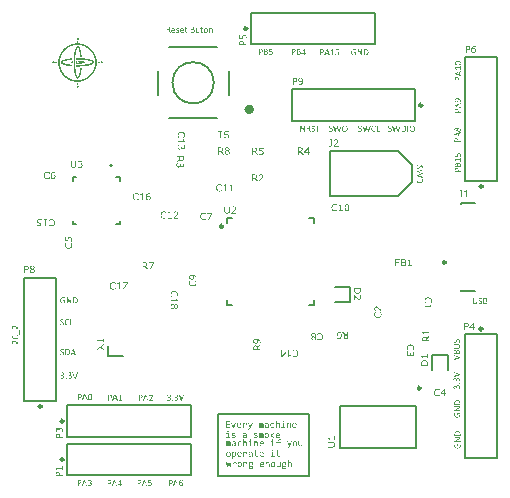
<source format=gbr>
%TF.GenerationSoftware,Altium Limited,Altium Designer,24.1.2 (44)*%
G04 Layer_Color=65535*
%FSLAX45Y45*%
%MOMM*%
%TF.SameCoordinates,9F746DA8-F38A-4014-887F-1EC8760E2830*%
%TF.FilePolarity,Positive*%
%TF.FileFunction,Legend,Top*%
%TF.Part,Single*%
G01*
G75*
%TA.AperFunction,NonConductor*%
%ADD45C,0.25000*%
%ADD46C,0.20000*%
%ADD47C,0.12700*%
%ADD48C,0.40000*%
%ADD49C,0.17500*%
G36*
X7384565Y11168827D02*
X7386222D01*
Y11168412D01*
X7387465D01*
Y11167998D01*
X7388294D01*
Y11167583D01*
X7388708D01*
Y11167169D01*
X7389123D01*
Y11166755D01*
X7389537D01*
Y11166340D01*
X7389951D01*
Y11165926D01*
X7390366D01*
Y11165512D01*
X7390780D01*
Y11165097D01*
X7391195D01*
Y11164269D01*
X7391609D01*
Y11163440D01*
X7392023D01*
Y11162197D01*
X7392438D01*
Y11158053D01*
X7392023D01*
Y11156810D01*
X7391609D01*
Y11155981D01*
X7391195D01*
Y11155153D01*
X7390780D01*
Y11154738D01*
X7390366D01*
Y11154324D01*
X7389951D01*
Y11153910D01*
X7389537D01*
Y11153496D01*
X7389123D01*
Y11153081D01*
X7388708D01*
Y11152667D01*
X7388294D01*
Y11152253D01*
X7387465D01*
Y11151838D01*
X7386222D01*
Y11151424D01*
X7384565D01*
Y11151009D01*
X7382493D01*
Y11151424D01*
X7380421D01*
Y11151838D01*
X7379593D01*
Y11152253D01*
X7378764D01*
Y11152667D01*
X7378349D01*
Y11153081D01*
X7377521D01*
Y11153496D01*
X7377106D01*
Y11153910D01*
X7376692D01*
Y11154738D01*
X7376278D01*
Y11155153D01*
X7375864D01*
Y11155981D01*
X7375449D01*
Y11156810D01*
X7375035D01*
Y11158053D01*
X7374621D01*
Y11162197D01*
X7375035D01*
Y11163440D01*
X7375449D01*
Y11164269D01*
X7375864D01*
Y11165097D01*
X7376278D01*
Y11165512D01*
X7376692D01*
Y11166340D01*
X7377106D01*
Y11166755D01*
X7377521D01*
Y11167169D01*
X7378349D01*
Y11167583D01*
X7378764D01*
Y11167998D01*
X7379593D01*
Y11168412D01*
X7380421D01*
Y11168827D01*
X7382493D01*
Y11169241D01*
X7384565D01*
Y11168827D01*
D02*
G37*
G36*
X7384151Y11146451D02*
X7385394D01*
Y11146037D01*
X7386222D01*
Y11145623D01*
X7386636D01*
Y11145208D01*
X7387051D01*
Y11144794D01*
X7387465D01*
Y11143551D01*
X7387880D01*
Y11131949D01*
X7387465D01*
Y11130706D01*
X7387051D01*
Y11130292D01*
X7386636D01*
Y11129877D01*
X7386222D01*
Y11129463D01*
X7385394D01*
Y11129049D01*
X7384151D01*
Y11128634D01*
X7382908D01*
Y11129049D01*
X7381664D01*
Y11129463D01*
X7380836D01*
Y11129877D01*
X7380421D01*
Y11130292D01*
X7380007D01*
Y11130706D01*
X7379593D01*
Y11131535D01*
X7379178D01*
Y11136921D01*
Y11137336D01*
Y11143965D01*
X7379593D01*
Y11144794D01*
X7380007D01*
Y11145208D01*
X7380421D01*
Y11145623D01*
X7380836D01*
Y11146037D01*
X7381250D01*
Y11146451D01*
X7382908D01*
Y11146866D01*
X7384151D01*
Y11146451D01*
D02*
G37*
G36*
X7567708Y10967452D02*
X7568951D01*
Y10967037D01*
X7569780D01*
Y10966623D01*
X7570194D01*
Y10966208D01*
X7570609D01*
Y10965380D01*
X7571023D01*
Y10964551D01*
X7571437D01*
Y10962065D01*
X7571023D01*
Y10960822D01*
X7570609D01*
Y10960408D01*
X7570194D01*
Y10959993D01*
X7569780D01*
Y10959579D01*
X7569366D01*
Y10959165D01*
X7568123D01*
Y10958750D01*
X7556521D01*
Y10959165D01*
X7555692D01*
Y10959579D01*
X7555278D01*
Y10959993D01*
X7554863D01*
Y10960408D01*
X7554449D01*
Y10960822D01*
X7554035D01*
Y10961651D01*
X7553620D01*
Y10964551D01*
X7554035D01*
Y10965794D01*
X7554449D01*
Y10966208D01*
X7554863D01*
Y10966623D01*
X7555278D01*
Y10967037D01*
X7556107D01*
Y10967452D01*
X7557350D01*
Y10967866D01*
X7567708D01*
Y10967452D01*
D02*
G37*
G36*
X7205150D02*
X7206394D01*
Y10967037D01*
X7207222D01*
Y10966623D01*
X7207637D01*
Y10966208D01*
X7208051D01*
Y10965794D01*
X7208465D01*
Y10964551D01*
X7208880D01*
Y10961651D01*
X7208465D01*
Y10960822D01*
X7208051D01*
Y10960408D01*
X7207637D01*
Y10959993D01*
X7207222D01*
Y10959579D01*
X7206808D01*
Y10959165D01*
X7205979D01*
Y10958750D01*
X7194377D01*
Y10959165D01*
X7193134D01*
Y10959579D01*
X7192720D01*
Y10959993D01*
X7192306D01*
Y10960408D01*
X7191891D01*
Y10960822D01*
X7191477D01*
Y10962065D01*
X7191063D01*
Y10964551D01*
X7191477D01*
Y10964965D01*
Y10965380D01*
X7191891D01*
Y10966208D01*
X7192306D01*
Y10966623D01*
X7192720D01*
Y10967037D01*
X7193549D01*
Y10967452D01*
X7194792D01*
Y10967866D01*
X7205150D01*
Y10967452D01*
D02*
G37*
G36*
X7587597Y10971595D02*
X7588426D01*
Y10971181D01*
X7589255D01*
Y10970766D01*
X7590083D01*
Y10970352D01*
X7590498D01*
Y10969938D01*
X7590912D01*
Y10969523D01*
X7591326D01*
Y10969109D01*
X7591741D01*
Y10968695D01*
X7592155D01*
Y10968280D01*
X7592570D01*
Y10967452D01*
X7592984D01*
Y10966623D01*
X7593398D01*
Y10964965D01*
X7593813D01*
Y10961236D01*
X7593398D01*
Y10959993D01*
X7592984D01*
Y10959165D01*
X7592570D01*
Y10958336D01*
X7592155D01*
Y10957921D01*
X7591741D01*
Y10957093D01*
X7591326D01*
Y10956678D01*
X7590498D01*
Y10956264D01*
X7590083D01*
Y10955850D01*
X7589669D01*
Y10955435D01*
X7588840D01*
Y10955021D01*
X7588011D01*
Y10954606D01*
X7586354D01*
Y10954192D01*
X7583454D01*
Y10954606D01*
X7581796D01*
Y10955021D01*
X7580968D01*
Y10955435D01*
X7580139D01*
Y10955850D01*
X7579724D01*
Y10956264D01*
X7578896D01*
Y10956678D01*
X7578481D01*
Y10957093D01*
X7578067D01*
Y10957507D01*
X7577653D01*
Y10958336D01*
X7577238D01*
Y10958750D01*
X7576824D01*
Y10959579D01*
X7576410D01*
Y10961236D01*
X7575996D01*
Y10965380D01*
X7576410D01*
Y10966623D01*
X7576824D01*
Y10967452D01*
X7577238D01*
Y10968280D01*
X7577653D01*
Y10968695D01*
X7578067D01*
Y10969109D01*
X7578481D01*
Y10969523D01*
X7578896D01*
Y10969938D01*
X7579310D01*
Y10970352D01*
X7579724D01*
Y10970766D01*
X7580553D01*
Y10971181D01*
X7580968D01*
Y10971595D01*
X7582211D01*
Y10972009D01*
X7587597D01*
Y10971595D01*
D02*
G37*
G36*
X7180289D02*
X7181533D01*
Y10971181D01*
X7181947D01*
Y10970766D01*
X7182776D01*
Y10970352D01*
X7183190D01*
Y10969938D01*
X7183604D01*
Y10969523D01*
X7184019D01*
Y10969109D01*
X7184433D01*
Y10968695D01*
X7184847D01*
Y10968280D01*
X7185262D01*
Y10967452D01*
X7185676D01*
Y10966623D01*
X7186090D01*
Y10965380D01*
X7186505D01*
Y10961236D01*
X7186090D01*
Y10959993D01*
X7185676D01*
Y10958750D01*
X7185262D01*
Y10958336D01*
X7184847D01*
Y10957507D01*
X7184433D01*
Y10957093D01*
X7184019D01*
Y10956678D01*
X7183604D01*
Y10956264D01*
X7182776D01*
Y10955850D01*
X7182361D01*
Y10955435D01*
X7181533D01*
Y10955021D01*
X7180704D01*
Y10954606D01*
X7179046D01*
Y10954192D01*
X7176146D01*
Y10954606D01*
X7174489D01*
Y10955021D01*
X7173660D01*
Y10955435D01*
X7172831D01*
Y10955850D01*
X7172417D01*
Y10956264D01*
X7171588D01*
Y10956678D01*
X7171174D01*
Y10957093D01*
X7170759D01*
Y10957921D01*
X7170345D01*
Y10958336D01*
X7169931D01*
Y10959165D01*
X7169516D01*
Y10959993D01*
X7169102D01*
Y10961236D01*
X7168687D01*
Y10964965D01*
X7169102D01*
Y10966623D01*
X7169516D01*
Y10967452D01*
X7169931D01*
Y10968280D01*
X7170345D01*
Y10968695D01*
X7170759D01*
Y10969109D01*
X7171174D01*
Y10969523D01*
X7171588D01*
Y10969938D01*
X7172002D01*
Y10970352D01*
X7172417D01*
Y10970766D01*
X7173245D01*
Y10971181D01*
X7174074D01*
Y10971595D01*
X7174903D01*
Y10972009D01*
X7180289D01*
Y10971595D01*
D02*
G37*
G36*
X7384979Y11124077D02*
X7392023D01*
Y11123662D01*
X7395752D01*
Y11123248D01*
X7399067D01*
Y11122833D01*
X7401968D01*
Y11122419D01*
X7404454D01*
Y11122005D01*
X7406940D01*
Y11121590D01*
X7409012D01*
Y11121176D01*
X7411083D01*
Y11120762D01*
X7413155D01*
Y11120347D01*
X7414812D01*
Y11119933D01*
X7416470D01*
Y11119519D01*
X7418127D01*
Y11119104D01*
X7419370D01*
Y11118690D01*
X7421028D01*
Y11118275D01*
X7422271D01*
Y11117861D01*
X7423928D01*
Y11117447D01*
X7425171D01*
Y11117033D01*
X7426414D01*
Y11116618D01*
X7427657D01*
Y11116204D01*
X7428901D01*
Y11115790D01*
X7430144D01*
Y11115375D01*
X7431387D01*
Y11114961D01*
X7432630D01*
Y11114546D01*
X7433458D01*
Y11114132D01*
X7434701D01*
Y11113718D01*
X7435944D01*
Y11113303D01*
X7436773D01*
Y11112889D01*
X7438016D01*
Y11112475D01*
X7438845D01*
Y11112060D01*
X7439674D01*
Y11111646D01*
X7440917D01*
Y11111232D01*
X7441745D01*
Y11110817D01*
X7442574D01*
Y11110403D01*
X7443817D01*
Y11109988D01*
X7444646D01*
Y11109574D01*
X7445475D01*
Y11109160D01*
X7446303D01*
Y11108745D01*
X7447132D01*
Y11108331D01*
X7447961D01*
Y11107917D01*
X7448789D01*
Y11107503D01*
X7449618D01*
Y11107088D01*
X7450447D01*
Y11106674D01*
X7451275D01*
Y11106259D01*
X7452104D01*
Y11105845D01*
X7452933D01*
Y11105431D01*
X7453762D01*
Y11105016D01*
X7454590D01*
Y11104602D01*
X7455419D01*
Y11104188D01*
X7456248D01*
Y11103773D01*
X7456662D01*
Y11103359D01*
X7457491D01*
Y11102945D01*
X7458320D01*
Y11102530D01*
X7459148D01*
Y11102116D01*
X7459977D01*
Y11101701D01*
X7460391D01*
Y11101287D01*
X7461220D01*
Y11100873D01*
X7462049D01*
Y11100458D01*
X7462463D01*
Y11100044D01*
X7463292D01*
Y11099630D01*
X7463706D01*
Y11099215D01*
X7464535D01*
Y11098801D01*
X7465364D01*
Y11098387D01*
X7465778D01*
Y11097972D01*
X7466607D01*
Y11097558D01*
X7467021D01*
Y11097144D01*
X7467850D01*
Y11096729D01*
X7468264D01*
Y11096315D01*
X7469093D01*
Y11095901D01*
X7469507D01*
Y11095486D01*
X7470336D01*
Y11095072D01*
X7470750D01*
Y11094658D01*
X7471579D01*
Y11094243D01*
X7471993D01*
Y11093829D01*
X7472822D01*
Y11093414D01*
X7473236D01*
Y11093000D01*
X7473651D01*
Y11092586D01*
X7474479D01*
Y11092171D01*
X7474894D01*
Y11091757D01*
X7475308D01*
Y11091343D01*
X7476137D01*
Y11090928D01*
X7476551D01*
Y11090514D01*
X7477380D01*
Y11090100D01*
X7477794D01*
Y11089685D01*
X7478208D01*
Y11089271D01*
X7478623D01*
Y11088857D01*
X7479451D01*
Y11088442D01*
X7479866D01*
Y11088028D01*
X7480280D01*
Y11087614D01*
X7481109D01*
Y11087199D01*
X7481523D01*
Y11086785D01*
X7481938D01*
Y11086371D01*
X7482352D01*
Y11085956D01*
X7482766D01*
Y11085542D01*
X7483595D01*
Y11085127D01*
X7484009D01*
Y11084713D01*
X7484424D01*
Y11084299D01*
X7484838D01*
Y11083884D01*
X7485252D01*
Y11083470D01*
X7486081D01*
Y11083056D01*
X7486495D01*
Y11082641D01*
X7486910D01*
Y11082227D01*
X7487324D01*
Y11081813D01*
X7487738D01*
Y11081398D01*
X7488153D01*
Y11080984D01*
X7488567D01*
Y11080570D01*
X7489396D01*
Y11080155D01*
X7489810D01*
Y11079741D01*
X7490225D01*
Y11079327D01*
X7490639D01*
Y11078912D01*
X7491053D01*
Y11078498D01*
X7491468D01*
Y11078084D01*
X7491882D01*
Y11077669D01*
X7492296D01*
Y11077255D01*
X7492711D01*
Y11076840D01*
X7493125D01*
Y11076426D01*
X7493539D01*
Y11076012D01*
X7493954D01*
Y11075597D01*
X7494368D01*
Y11075183D01*
X7494782D01*
Y11074769D01*
X7495197D01*
Y11074354D01*
X7495611D01*
Y11073940D01*
X7496025D01*
Y11073525D01*
X7496440D01*
Y11073111D01*
X7496854D01*
Y11072697D01*
X7497268D01*
Y11072282D01*
X7497683D01*
Y11071868D01*
X7498097D01*
Y11071454D01*
X7498512D01*
Y11071040D01*
X7498926D01*
Y11070625D01*
X7499340D01*
Y11070211D01*
X7499755D01*
Y11069797D01*
X7500169D01*
Y11069382D01*
X7500583D01*
Y11068968D01*
X7500998D01*
Y11068553D01*
X7501412D01*
Y11068139D01*
X7501826D01*
Y11067725D01*
X7502241D01*
Y11066896D01*
X7502655D01*
Y11066482D01*
X7503070D01*
Y11066067D01*
X7503484D01*
Y11065653D01*
X7503898D01*
Y11065238D01*
X7504313D01*
Y11064824D01*
X7504727D01*
Y11064410D01*
X7505141D01*
Y11063581D01*
X7505555D01*
Y11063167D01*
X7505970D01*
Y11062752D01*
X7506384D01*
Y11062338D01*
X7506799D01*
Y11061924D01*
X7507213D01*
Y11061095D01*
X7507627D01*
Y11060681D01*
X7508042D01*
Y11060266D01*
X7508456D01*
Y11059852D01*
X7508870D01*
Y11059438D01*
X7509285D01*
Y11058609D01*
X7509699D01*
Y11058195D01*
X7510114D01*
Y11057780D01*
X7510528D01*
Y11056951D01*
X7510942D01*
Y11056537D01*
X7511357D01*
Y11056123D01*
X7511771D01*
Y11055294D01*
X7512185D01*
Y11054880D01*
X7512600D01*
Y11054465D01*
X7513014D01*
Y11053637D01*
X7513428D01*
Y11053222D01*
X7513843D01*
Y11052808D01*
X7514257D01*
Y11051979D01*
X7514671D01*
Y11051565D01*
X7515086D01*
Y11050736D01*
X7515500D01*
Y11050322D01*
X7515914D01*
Y11049908D01*
X7516329D01*
Y11049079D01*
X7516743D01*
Y11048664D01*
X7517157D01*
Y11047836D01*
X7517572D01*
Y11047421D01*
X7517986D01*
Y11046593D01*
X7518401D01*
Y11046178D01*
X7518815D01*
Y11045350D01*
X7519229D01*
Y11044521D01*
X7519644D01*
Y11044107D01*
X7520058D01*
Y11043278D01*
X7520472D01*
Y11042864D01*
X7520887D01*
Y11042035D01*
X7521301D01*
Y11041206D01*
X7521715D01*
Y11040792D01*
X7522130D01*
Y11039963D01*
X7522544D01*
Y11039134D01*
X7522958D01*
Y11038720D01*
X7523373D01*
Y11037891D01*
X7523787D01*
Y11037063D01*
X7524201D01*
Y11036648D01*
X7524616D01*
Y11035820D01*
X7525030D01*
Y11034991D01*
X7525444D01*
Y11034162D01*
X7525859D01*
Y11033334D01*
X7526273D01*
Y11032505D01*
X7526688D01*
Y11031676D01*
X7527102D01*
Y11030847D01*
X7527516D01*
Y11030433D01*
X7527931D01*
Y11029604D01*
X7528345D01*
Y11028361D01*
X7528759D01*
Y11027532D01*
X7529174D01*
Y11026704D01*
X7529588D01*
Y11025875D01*
X7530002D01*
Y11025047D01*
X7530417D01*
Y11024218D01*
X7530831D01*
Y11023389D01*
X7531245D01*
Y11022560D01*
X7531660D01*
Y11021317D01*
X7532074D01*
Y11020488D01*
X7532488D01*
Y11019245D01*
X7532903D01*
Y11018417D01*
X7533317D01*
Y11017174D01*
X7533731D01*
Y11016345D01*
X7534146D01*
Y11015102D01*
X7534560D01*
Y11014273D01*
X7534975D01*
Y11013030D01*
X7535389D01*
Y11012201D01*
X7535803D01*
Y11010958D01*
X7536218D01*
Y11009715D01*
X7536632D01*
Y11008472D01*
X7537046D01*
Y11007229D01*
X7537461D01*
Y11005986D01*
X7537875D01*
Y11004329D01*
X7538289D01*
Y11003086D01*
X7538704D01*
Y11001843D01*
X7539118D01*
Y11000185D01*
X7539533D01*
Y10998528D01*
X7539947D01*
Y10996871D01*
X7540361D01*
Y10995213D01*
X7540775D01*
Y10993556D01*
X7541190D01*
Y10991484D01*
X7541604D01*
Y10989412D01*
X7542018D01*
Y10987340D01*
X7542433D01*
Y10985269D01*
X7542847D01*
Y10982368D01*
X7543262D01*
Y10979053D01*
X7543676D01*
Y10975324D01*
X7544090D01*
Y10969938D01*
X7544505D01*
Y10952121D01*
X7544090D01*
Y10946734D01*
X7543676D01*
Y10943005D01*
X7543262D01*
Y10939690D01*
X7542847D01*
Y10936789D01*
X7542433D01*
Y10934718D01*
X7542018D01*
Y10932646D01*
X7541604D01*
Y10930574D01*
X7541190D01*
Y10928502D01*
X7540775D01*
Y10926845D01*
X7540361D01*
Y10925188D01*
X7539947D01*
Y10923530D01*
X7539533D01*
Y10921873D01*
X7539118D01*
Y10920215D01*
X7538704D01*
Y10918972D01*
X7538289D01*
Y10917729D01*
X7537875D01*
Y10916486D01*
X7537461D01*
Y10915243D01*
X7537046D01*
Y10914000D01*
X7536632D01*
Y10912757D01*
X7536218D01*
Y10911514D01*
X7535803D01*
Y10910271D01*
X7535389D01*
Y10909028D01*
X7534975D01*
Y10907785D01*
X7534560D01*
Y10906956D01*
X7534146D01*
Y10905713D01*
X7533731D01*
Y10904884D01*
X7533317D01*
Y10903641D01*
X7532903D01*
Y10902813D01*
X7532488D01*
Y10901570D01*
X7532074D01*
Y10900741D01*
X7531660D01*
Y10899912D01*
X7531245D01*
Y10898669D01*
X7530831D01*
Y10897840D01*
X7530417D01*
Y10897012D01*
X7530002D01*
Y10896183D01*
X7529588D01*
Y10895354D01*
X7529174D01*
Y10894526D01*
X7528759D01*
Y10893697D01*
X7528345D01*
Y10892868D01*
X7527931D01*
Y10892039D01*
X7527516D01*
Y10891211D01*
X7527102D01*
Y10890382D01*
X7526688D01*
Y10889553D01*
X7526273D01*
Y10888725D01*
X7525859D01*
Y10887896D01*
X7525444D01*
Y10887067D01*
X7525030D01*
Y10886653D01*
X7524616D01*
Y10885824D01*
X7524201D01*
Y10884996D01*
X7523787D01*
Y10884167D01*
X7523373D01*
Y10883338D01*
X7522958D01*
Y10882924D01*
X7522544D01*
Y10882095D01*
X7522130D01*
Y10881266D01*
X7521715D01*
Y10880852D01*
X7521301D01*
Y10880023D01*
X7520887D01*
Y10879195D01*
X7520472D01*
Y10878780D01*
X7520058D01*
Y10877952D01*
X7519644D01*
Y10877537D01*
X7519229D01*
Y10876708D01*
X7518815D01*
Y10876294D01*
X7518401D01*
Y10875465D01*
X7517986D01*
Y10875051D01*
X7517572D01*
Y10874222D01*
X7517157D01*
Y10873808D01*
X7516743D01*
Y10872979D01*
X7516329D01*
Y10872565D01*
X7515914D01*
Y10871736D01*
X7515500D01*
Y10871322D01*
X7515086D01*
Y10870493D01*
X7514671D01*
Y10870079D01*
X7514257D01*
Y10869665D01*
X7513843D01*
Y10868836D01*
X7513428D01*
Y10868421D01*
X7513014D01*
Y10867593D01*
X7512600D01*
Y10867178D01*
X7512185D01*
Y10866764D01*
X7511771D01*
Y10865935D01*
X7511357D01*
Y10865521D01*
X7510942D01*
Y10865107D01*
X7510528D01*
Y10864692D01*
X7510114D01*
Y10863863D01*
X7509699D01*
Y10863449D01*
X7509285D01*
Y10863035D01*
X7508870D01*
Y10862206D01*
X7508456D01*
Y10861792D01*
X7508042D01*
Y10861377D01*
X7507627D01*
Y10860963D01*
X7507213D01*
Y10860549D01*
X7506799D01*
Y10859720D01*
X7506384D01*
Y10859306D01*
X7505970D01*
Y10858891D01*
X7505555D01*
Y10858477D01*
X7505141D01*
Y10858063D01*
X7504727D01*
Y10857234D01*
X7504313D01*
Y10856820D01*
X7503898D01*
Y10856405D01*
X7503484D01*
Y10855991D01*
X7503070D01*
Y10855576D01*
X7502655D01*
Y10855162D01*
X7502241D01*
Y10854748D01*
X7501826D01*
Y10854333D01*
X7501412D01*
Y10853505D01*
X7500998D01*
Y10853090D01*
X7500583D01*
Y10852676D01*
X7500169D01*
Y10852262D01*
X7499755D01*
Y10851847D01*
X7499340D01*
Y10851433D01*
X7498926D01*
Y10851019D01*
X7498512D01*
Y10850604D01*
X7498097D01*
Y10850190D01*
X7497683D01*
Y10849776D01*
X7497268D01*
Y10849361D01*
X7496854D01*
Y10848947D01*
X7496440D01*
Y10848533D01*
X7496025D01*
Y10848118D01*
X7495611D01*
Y10847704D01*
X7495197D01*
Y10847289D01*
X7494782D01*
Y10846875D01*
X7494368D01*
Y10846461D01*
X7493954D01*
Y10846046D01*
X7493539D01*
Y10845632D01*
X7493125D01*
Y10845218D01*
X7492711D01*
Y10844803D01*
X7492296D01*
Y10844389D01*
X7491882D01*
Y10843975D01*
X7491468D01*
Y10843560D01*
X7491053D01*
Y10843146D01*
X7490639D01*
Y10842732D01*
X7490225D01*
Y10842317D01*
X7489396D01*
Y10841903D01*
X7488981D01*
Y10841489D01*
X7488567D01*
Y10841074D01*
X7488153D01*
Y10840660D01*
X7487738D01*
Y10840246D01*
X7487324D01*
Y10839831D01*
X7486910D01*
Y10839417D01*
X7486495D01*
Y10839002D01*
X7485667D01*
Y10838588D01*
X7485252D01*
Y10838174D01*
X7484838D01*
Y10837759D01*
X7484424D01*
Y10837345D01*
X7484009D01*
Y10836931D01*
X7483181D01*
Y10836516D01*
X7482766D01*
Y10836102D01*
X7482352D01*
Y10835687D01*
X7481938D01*
Y10835273D01*
X7481523D01*
Y10834859D01*
X7480694D01*
Y10834445D01*
X7480280D01*
Y10834030D01*
X7479866D01*
Y10833616D01*
X7479037D01*
Y10833202D01*
X7478623D01*
Y10832787D01*
X7478208D01*
Y10832373D01*
X7477794D01*
Y10831959D01*
X7476965D01*
Y10831544D01*
X7476551D01*
Y10831130D01*
X7476137D01*
Y10830715D01*
X7475308D01*
Y10830301D01*
X7474894D01*
Y10829887D01*
X7474065D01*
Y10829472D01*
X7473651D01*
Y10829058D01*
X7473236D01*
Y10828644D01*
X7472407D01*
Y10828229D01*
X7471993D01*
Y10827815D01*
X7471164D01*
Y10827400D01*
X7470750D01*
Y10826986D01*
X7470336D01*
Y10826572D01*
X7469507D01*
Y10826157D01*
X7469093D01*
Y10825743D01*
X7468264D01*
Y10825329D01*
X7467850D01*
Y10824915D01*
X7467021D01*
Y10824500D01*
X7466607D01*
Y10824086D01*
X7465778D01*
Y10823672D01*
X7464949D01*
Y10823257D01*
X7464535D01*
Y10822843D01*
X7463706D01*
Y10822428D01*
X7463292D01*
Y10822014D01*
X7462463D01*
Y10821600D01*
X7461634D01*
Y10821185D01*
X7461220D01*
Y10820771D01*
X7460391D01*
Y10820357D01*
X7459562D01*
Y10819942D01*
X7459148D01*
Y10819528D01*
X7458320D01*
Y10819113D01*
X7457491D01*
Y10818699D01*
X7456662D01*
Y10818285D01*
X7455833D01*
Y10817870D01*
X7455419D01*
Y10817456D01*
X7454590D01*
Y10817042D01*
X7453762D01*
Y10816627D01*
X7452933D01*
Y10816213D01*
X7452104D01*
Y10815799D01*
X7451275D01*
Y10815384D01*
X7450447D01*
Y10814970D01*
X7449618D01*
Y10814556D01*
X7448789D01*
Y10814141D01*
X7447961D01*
Y10813727D01*
X7447132D01*
Y10813313D01*
X7446303D01*
Y10812898D01*
X7445475D01*
Y10812484D01*
X7444646D01*
Y10812070D01*
X7443403D01*
Y10811655D01*
X7442574D01*
Y10811241D01*
X7441745D01*
Y10810826D01*
X7440502D01*
Y10810412D01*
X7439674D01*
Y10809998D01*
X7438845D01*
Y10809583D01*
X7437602D01*
Y10809169D01*
X7436773D01*
Y10808755D01*
X7435530D01*
Y10808340D01*
X7434701D01*
Y10807926D01*
X7433458D01*
Y10807512D01*
X7432215D01*
Y10807097D01*
X7430972D01*
Y10806683D01*
X7429729D01*
Y10806269D01*
X7428901D01*
Y10805854D01*
X7427657D01*
Y10805440D01*
X7426414D01*
Y10805026D01*
X7425171D01*
Y10804611D01*
X7423514D01*
Y10804197D01*
X7422271D01*
Y10803783D01*
X7420614D01*
Y10803368D01*
X7418956D01*
Y10802954D01*
X7417713D01*
Y10802539D01*
X7416056D01*
Y10802125D01*
X7414398D01*
Y10801711D01*
X7412741D01*
Y10801296D01*
X7410669D01*
Y10800882D01*
X7408597D01*
Y10800468D01*
X7406525D01*
Y10800053D01*
X7404039D01*
Y10799639D01*
X7401139D01*
Y10799225D01*
X7398653D01*
Y10798810D01*
X7395338D01*
Y10798396D01*
X7390780D01*
Y10797982D01*
X7383322D01*
Y10797567D01*
X7375035D01*
Y10797982D01*
X7367576D01*
Y10798396D01*
X7363019D01*
Y10798810D01*
X7359704D01*
Y10799225D01*
X7356803D01*
Y10799639D01*
X7354317D01*
Y10800053D01*
X7351831D01*
Y10800468D01*
X7349345D01*
Y10800882D01*
X7347273D01*
Y10801296D01*
X7345616D01*
Y10801711D01*
X7343958D01*
Y10802125D01*
X7342301D01*
Y10802539D01*
X7340643D01*
Y10802954D01*
X7339401D01*
Y10803368D01*
X7337743D01*
Y10803783D01*
X7336086D01*
Y10804197D01*
X7334843D01*
Y10804611D01*
X7333600D01*
Y10805026D01*
X7332356D01*
Y10805440D01*
X7331113D01*
Y10805854D01*
X7329870D01*
Y10806269D01*
X7328627D01*
Y10806683D01*
X7327384D01*
Y10807097D01*
X7326141D01*
Y10807512D01*
X7325313D01*
Y10807926D01*
X7324069D01*
Y10808340D01*
X7322826D01*
Y10808755D01*
X7321998D01*
Y10809169D01*
X7321169D01*
Y10809583D01*
X7319926D01*
Y10809998D01*
X7319097D01*
Y10810412D01*
X7318269D01*
Y10810826D01*
X7317025D01*
Y10811241D01*
X7316197D01*
Y10811655D01*
X7315368D01*
Y10812070D01*
X7314125D01*
Y10812484D01*
X7313296D01*
Y10812898D01*
X7312468D01*
Y10813313D01*
X7311639D01*
Y10813727D01*
X7310810D01*
Y10814141D01*
X7309982D01*
Y10814556D01*
X7309153D01*
Y10814970D01*
X7308324D01*
Y10815384D01*
X7307495D01*
Y10815799D01*
X7306667D01*
Y10816213D01*
X7306252D01*
Y10816627D01*
X7305424D01*
Y10817042D01*
X7304595D01*
Y10817456D01*
X7303766D01*
Y10817870D01*
X7302938D01*
Y10818285D01*
X7302523D01*
Y10818699D01*
X7301695D01*
Y10819113D01*
X7300866D01*
Y10819528D01*
X7300037D01*
Y10819942D01*
X7299623D01*
Y10820357D01*
X7298794D01*
Y10820771D01*
X7298380D01*
Y10821185D01*
X7297551D01*
Y10821600D01*
X7296722D01*
Y10822014D01*
X7296308D01*
Y10822428D01*
X7295479D01*
Y10822843D01*
X7295065D01*
Y10823257D01*
X7294236D01*
Y10823672D01*
X7293408D01*
Y10824086D01*
X7292993D01*
Y10824500D01*
X7292579D01*
Y10824915D01*
X7291750D01*
Y10825329D01*
X7291336D01*
Y10825743D01*
X7290507D01*
Y10826157D01*
X7290093D01*
Y10826572D01*
X7289264D01*
Y10826986D01*
X7288850D01*
Y10827400D01*
X7288021D01*
Y10827815D01*
X7287606D01*
Y10828229D01*
X7287192D01*
Y10828644D01*
X7286363D01*
Y10829058D01*
X7285949D01*
Y10829472D01*
X7285535D01*
Y10829887D01*
X7284706D01*
Y10830301D01*
X7284292D01*
Y10830715D01*
X7283877D01*
Y10831130D01*
X7283049D01*
Y10831544D01*
X7282634D01*
Y10831959D01*
X7282220D01*
Y10832373D01*
X7281806D01*
Y10832787D01*
X7280977D01*
Y10833202D01*
X7280563D01*
Y10833616D01*
X7280148D01*
Y10834030D01*
X7279734D01*
Y10834445D01*
X7278905D01*
Y10834859D01*
X7278491D01*
Y10835273D01*
X7278076D01*
Y10835687D01*
X7277662D01*
Y10836102D01*
X7277248D01*
Y10836516D01*
X7276419D01*
Y10836931D01*
X7276005D01*
Y10837345D01*
X7275590D01*
Y10837759D01*
X7275176D01*
Y10838174D01*
X7274762D01*
Y10838588D01*
X7274347D01*
Y10839002D01*
X7273933D01*
Y10839417D01*
X7273104D01*
Y10839831D01*
X7272690D01*
Y10840246D01*
X7272276D01*
Y10840660D01*
X7271861D01*
Y10841074D01*
X7271447D01*
Y10841489D01*
X7271032D01*
Y10841903D01*
X7270618D01*
Y10842317D01*
X7270204D01*
Y10842732D01*
X7269789D01*
Y10843146D01*
X7269375D01*
Y10843560D01*
X7268961D01*
Y10843975D01*
X7268546D01*
Y10844389D01*
X7268132D01*
Y10844803D01*
X7267718D01*
Y10845218D01*
X7267303D01*
Y10845632D01*
X7266889D01*
Y10846046D01*
X7266475D01*
Y10846461D01*
X7266060D01*
Y10846875D01*
X7265646D01*
Y10847289D01*
X7265232D01*
Y10847704D01*
X7264817D01*
Y10848118D01*
X7264403D01*
Y10848533D01*
X7263989D01*
Y10848947D01*
X7263574D01*
Y10849361D01*
X7263160D01*
Y10849776D01*
X7262745D01*
Y10850190D01*
X7262331D01*
Y10850604D01*
X7261917D01*
Y10851019D01*
X7261502D01*
Y10851433D01*
X7261088D01*
Y10851847D01*
X7260674D01*
Y10852262D01*
X7260259D01*
Y10853090D01*
X7259845D01*
Y10853505D01*
X7259430D01*
Y10853919D01*
X7259016D01*
Y10854333D01*
X7258602D01*
Y10854748D01*
X7258187D01*
Y10855162D01*
X7257773D01*
Y10855576D01*
X7257359D01*
Y10856405D01*
X7256945D01*
Y10856820D01*
X7256530D01*
Y10857234D01*
X7256116D01*
Y10857648D01*
X7255702D01*
Y10858063D01*
X7255287D01*
Y10858891D01*
X7254873D01*
Y10859306D01*
X7254458D01*
Y10859720D01*
X7254044D01*
Y10860134D01*
X7253630D01*
Y10860963D01*
X7253215D01*
Y10861377D01*
X7252801D01*
Y10861792D01*
X7252387D01*
Y10862620D01*
X7251972D01*
Y10863035D01*
X7251558D01*
Y10863449D01*
X7251143D01*
Y10863863D01*
X7250729D01*
Y10864692D01*
X7250315D01*
Y10865107D01*
X7249900D01*
Y10865521D01*
X7249486D01*
Y10866350D01*
X7249072D01*
Y10866764D01*
X7248657D01*
Y10867593D01*
X7248243D01*
Y10868007D01*
X7247829D01*
Y10868836D01*
X7247415D01*
Y10869250D01*
X7247000D01*
Y10869665D01*
X7246586D01*
Y10870493D01*
X7246171D01*
Y10870908D01*
X7245757D01*
Y10871736D01*
X7245343D01*
Y10872150D01*
X7244928D01*
Y10872979D01*
X7244514D01*
Y10873394D01*
X7244100D01*
Y10874222D01*
X7243685D01*
Y10875051D01*
X7243271D01*
Y10875465D01*
X7242856D01*
Y10876294D01*
X7242442D01*
Y10876708D01*
X7242028D01*
Y10877537D01*
X7241613D01*
Y10878366D01*
X7241199D01*
Y10878780D01*
X7240785D01*
Y10879609D01*
X7240370D01*
Y10880438D01*
X7239956D01*
Y10880852D01*
X7239542D01*
Y10881681D01*
X7239127D01*
Y10882509D01*
X7238713D01*
Y10883338D01*
X7238299D01*
Y10883752D01*
X7237884D01*
Y10884581D01*
X7237470D01*
Y10885410D01*
X7237056D01*
Y10886239D01*
X7236641D01*
Y10887067D01*
X7236227D01*
Y10887896D01*
X7235813D01*
Y10888725D01*
X7235398D01*
Y10889553D01*
X7234984D01*
Y10890382D01*
X7234569D01*
Y10891211D01*
X7234155D01*
Y10892039D01*
X7233741D01*
Y10892868D01*
X7233326D01*
Y10893697D01*
X7232912D01*
Y10894526D01*
X7232498D01*
Y10895354D01*
X7232083D01*
Y10896597D01*
X7231669D01*
Y10897426D01*
X7231255D01*
Y10898255D01*
X7230840D01*
Y10899083D01*
X7230426D01*
Y10900326D01*
X7230012D01*
Y10901155D01*
X7229597D01*
Y10902398D01*
X7229183D01*
Y10903227D01*
X7228769D01*
Y10904470D01*
X7228354D01*
Y10905299D01*
X7227940D01*
Y10906542D01*
X7227526D01*
Y10907785D01*
X7227111D01*
Y10909028D01*
X7226697D01*
Y10910271D01*
X7226282D01*
Y10911514D01*
X7225868D01*
Y10912757D01*
X7225454D01*
Y10914000D01*
X7225039D01*
Y10915243D01*
X7224625D01*
Y10916486D01*
X7224211D01*
Y10918144D01*
X7223796D01*
Y10919387D01*
X7223382D01*
Y10921044D01*
X7222968D01*
Y10922702D01*
X7222553D01*
Y10924359D01*
X7222139D01*
Y10926016D01*
X7221725D01*
Y10928088D01*
X7221310D01*
Y10929745D01*
X7220896D01*
Y10931817D01*
X7220482D01*
Y10934303D01*
X7220067D01*
Y10936375D01*
X7219653D01*
Y10939276D01*
X7219239D01*
Y10942591D01*
X7218824D01*
Y10946734D01*
X7218410D01*
Y10952535D01*
X7217995D01*
Y10969523D01*
X7218410D01*
Y10970352D01*
Y10970766D01*
Y10975324D01*
X7218824D01*
Y10979468D01*
X7219239D01*
Y10982782D01*
X7219653D01*
Y10985683D01*
X7220067D01*
Y10987755D01*
X7220482D01*
Y10990241D01*
X7220896D01*
Y10992313D01*
X7221310D01*
Y10993970D01*
X7221725D01*
Y10996042D01*
X7222139D01*
Y10997699D01*
X7222553D01*
Y10999357D01*
X7222968D01*
Y11001014D01*
X7223382D01*
Y11002671D01*
X7223796D01*
Y11004329D01*
X7224211D01*
Y11005572D01*
X7224625D01*
Y11006815D01*
X7225039D01*
Y11008058D01*
X7225454D01*
Y11009301D01*
X7225868D01*
Y11010544D01*
X7226282D01*
Y11012201D01*
X7226697D01*
Y11013445D01*
X7227111D01*
Y11014273D01*
X7227526D01*
Y11015516D01*
X7227940D01*
Y11016759D01*
X7228354D01*
Y11017588D01*
X7228769D01*
Y11018831D01*
X7229183D01*
Y11019660D01*
X7229597D01*
Y11020903D01*
X7230012D01*
Y11021732D01*
X7230426D01*
Y11022975D01*
X7230840D01*
Y11023803D01*
X7231255D01*
Y11024632D01*
X7231669D01*
Y11025875D01*
X7232083D01*
Y11026704D01*
X7232498D01*
Y11027532D01*
X7232912D01*
Y11028361D01*
X7233326D01*
Y11029190D01*
X7233741D01*
Y11030019D01*
X7234155D01*
Y11031262D01*
X7234569D01*
Y11032090D01*
X7234984D01*
Y11032919D01*
X7235398D01*
Y11033334D01*
X7235813D01*
Y11034162D01*
X7236227D01*
Y11034991D01*
X7236641D01*
Y11035820D01*
X7237056D01*
Y11036648D01*
X7237470D01*
Y11037477D01*
X7237884D01*
Y11038306D01*
X7238299D01*
Y11039134D01*
X7238713D01*
Y11039549D01*
X7239127D01*
Y11040377D01*
X7239542D01*
Y11041206D01*
X7239956D01*
Y11042035D01*
X7240370D01*
Y11042449D01*
X7240785D01*
Y11043278D01*
X7241199D01*
Y11044107D01*
X7241613D01*
Y11044521D01*
X7242028D01*
Y11045350D01*
X7242442D01*
Y11045764D01*
X7242856D01*
Y11046593D01*
X7243271D01*
Y11047421D01*
X7243685D01*
Y11047836D01*
X7244100D01*
Y11048664D01*
X7244514D01*
Y11049079D01*
X7244928D01*
Y11049908D01*
X7245343D01*
Y11050322D01*
X7245757D01*
Y11051151D01*
X7246171D01*
Y11051565D01*
X7246586D01*
Y11052394D01*
X7247000D01*
Y11052808D01*
X7247415D01*
Y11053637D01*
X7247829D01*
Y11054051D01*
X7248243D01*
Y11054880D01*
X7248657D01*
Y11055294D01*
X7249072D01*
Y11055708D01*
X7249486D01*
Y11056537D01*
X7249900D01*
Y11056951D01*
X7250315D01*
Y11057366D01*
X7250729D01*
Y11058195D01*
X7251143D01*
Y11058609D01*
X7251558D01*
Y11059023D01*
X7251972D01*
Y11059852D01*
X7252387D01*
Y11060266D01*
X7252801D01*
Y11060681D01*
X7253215D01*
Y11061509D01*
X7253630D01*
Y11061924D01*
X7254044D01*
Y11062338D01*
X7254458D01*
Y11062752D01*
X7254873D01*
Y11063167D01*
X7255287D01*
Y11063995D01*
X7255702D01*
Y11064410D01*
X7256116D01*
Y11064824D01*
X7256530D01*
Y11065238D01*
X7256945D01*
Y11066067D01*
X7257359D01*
Y11066482D01*
X7257773D01*
Y11066896D01*
X7258187D01*
Y11067310D01*
X7258602D01*
Y11067725D01*
X7259016D01*
Y11068139D01*
X7259430D01*
Y11068553D01*
X7259845D01*
Y11069382D01*
X7260259D01*
Y11069797D01*
X7260674D01*
Y11070211D01*
X7261088D01*
Y11070625D01*
X7261502D01*
Y11071040D01*
X7261917D01*
Y11071454D01*
X7262331D01*
Y11071868D01*
X7262745D01*
Y11072282D01*
X7263160D01*
Y11072697D01*
X7263574D01*
Y11073111D01*
X7263989D01*
Y11073525D01*
X7264403D01*
Y11074354D01*
X7264817D01*
Y11074769D01*
X7265232D01*
Y11075183D01*
X7265646D01*
Y11075597D01*
X7266060D01*
Y11076012D01*
X7266475D01*
Y11076426D01*
X7266889D01*
Y11076840D01*
X7267303D01*
Y11077255D01*
X7267718D01*
Y11077669D01*
X7268132D01*
Y11078084D01*
X7268546D01*
Y11078498D01*
X7268961D01*
Y11078912D01*
X7269375D01*
Y11079327D01*
X7270204D01*
Y11079741D01*
X7270618D01*
Y11080155D01*
X7271032D01*
Y11080570D01*
X7271447D01*
Y11080984D01*
X7271861D01*
Y11081398D01*
X7272276D01*
Y11081813D01*
X7272690D01*
Y11082227D01*
X7273104D01*
Y11082641D01*
X7273519D01*
Y11083056D01*
X7273933D01*
Y11083470D01*
X7274347D01*
Y11083884D01*
X7275176D01*
Y11084299D01*
X7275590D01*
Y11084713D01*
X7276005D01*
Y11085127D01*
X7276419D01*
Y11085542D01*
X7276833D01*
Y11085956D01*
X7277248D01*
Y11086371D01*
X7278076D01*
Y11086785D01*
X7278491D01*
Y11087199D01*
X7278905D01*
Y11087614D01*
X7279319D01*
Y11088028D01*
X7280148D01*
Y11088442D01*
X7280563D01*
Y11088857D01*
X7280977D01*
Y11089271D01*
X7281391D01*
Y11089685D01*
X7282220D01*
Y11090100D01*
X7282634D01*
Y11090514D01*
X7283049D01*
Y11090928D01*
X7283463D01*
Y11091343D01*
X7284292D01*
Y11091757D01*
X7284706D01*
Y11092171D01*
X7285120D01*
Y11092586D01*
X7285949D01*
Y11093000D01*
X7286363D01*
Y11093414D01*
X7286778D01*
Y11093829D01*
X7287606D01*
Y11094243D01*
X7288021D01*
Y11094658D01*
X7288850D01*
Y11095072D01*
X7289264D01*
Y11095486D01*
X7289678D01*
Y11095901D01*
X7290507D01*
Y11096315D01*
X7290921D01*
Y11096729D01*
X7291750D01*
Y11097144D01*
X7292164D01*
Y11097558D01*
X7292993D01*
Y11097972D01*
X7293408D01*
Y11098387D01*
X7294236D01*
Y11098801D01*
X7294650D01*
Y11099215D01*
X7295479D01*
Y11099630D01*
X7295893D01*
Y11100044D01*
X7296722D01*
Y11100458D01*
X7297551D01*
Y11100873D01*
X7297965D01*
Y11101287D01*
X7298794D01*
Y11101701D01*
X7299208D01*
Y11102116D01*
X7300037D01*
Y11102530D01*
X7300866D01*
Y11102945D01*
X7301695D01*
Y11103359D01*
X7302109D01*
Y11103773D01*
X7302938D01*
Y11104188D01*
X7303766D01*
Y11104602D01*
X7304595D01*
Y11105016D01*
X7305009D01*
Y11105431D01*
X7305838D01*
Y11105845D01*
X7306667D01*
Y11106259D01*
X7307495D01*
Y11106674D01*
X7308324D01*
Y11107088D01*
X7309153D01*
Y11107503D01*
X7309982D01*
Y11107917D01*
X7310810D01*
Y11108331D01*
X7311639D01*
Y11108745D01*
X7312468D01*
Y11109160D01*
X7313296D01*
Y11109574D01*
X7314125D01*
Y11109988D01*
X7315368D01*
Y11110403D01*
X7316197D01*
Y11110817D01*
X7317025D01*
Y11111232D01*
X7317854D01*
Y11111646D01*
X7318683D01*
Y11112060D01*
X7319926D01*
Y11112475D01*
X7320755D01*
Y11112889D01*
X7321583D01*
Y11113303D01*
X7322826D01*
Y11113718D01*
X7324069D01*
Y11114132D01*
X7324898D01*
Y11114546D01*
X7326141D01*
Y11114961D01*
X7327384D01*
Y11115375D01*
X7328213D01*
Y11115790D01*
X7329456D01*
Y11116204D01*
X7330699D01*
Y11116618D01*
X7331942D01*
Y11117033D01*
X7333185D01*
Y11117447D01*
X7334843D01*
Y11117861D01*
X7336086D01*
Y11118275D01*
X7337329D01*
Y11118690D01*
X7338986D01*
Y11119104D01*
X7340229D01*
Y11119519D01*
X7341887D01*
Y11119933D01*
X7343544D01*
Y11120347D01*
X7345201D01*
Y11120762D01*
X7347273D01*
Y11121176D01*
X7349345D01*
Y11121590D01*
X7351417D01*
Y11122005D01*
X7353903D01*
Y11122419D01*
X7355975D01*
Y11122833D01*
X7358875D01*
Y11123248D01*
X7362190D01*
Y11123662D01*
X7366333D01*
Y11124077D01*
X7372963D01*
Y11124491D01*
X7384979D01*
Y11124077D01*
D02*
G37*
G36*
X7384151Y10788452D02*
X7385394D01*
Y10788037D01*
X7386222D01*
Y10787623D01*
X7386636D01*
Y10787209D01*
X7387051D01*
Y10786794D01*
X7387465D01*
Y10785551D01*
X7387880D01*
Y10773949D01*
X7387465D01*
Y10772706D01*
X7387051D01*
Y10772292D01*
X7386636D01*
Y10771877D01*
X7386222D01*
Y10771463D01*
X7385394D01*
Y10771049D01*
X7384151D01*
Y10770634D01*
X7382908D01*
Y10771049D01*
X7381664D01*
Y10771463D01*
X7380836D01*
Y10771877D01*
X7380421D01*
Y10772292D01*
X7380007D01*
Y10772706D01*
X7379593D01*
Y10773535D01*
X7379178D01*
Y10785965D01*
X7379593D01*
Y10786794D01*
X7380007D01*
Y10787209D01*
X7380421D01*
Y10787623D01*
X7380836D01*
Y10788037D01*
X7381250D01*
Y10788452D01*
X7382908D01*
Y10788866D01*
X7384151D01*
Y10788452D01*
D02*
G37*
G36*
X7384565Y10766077D02*
X7386222D01*
Y10765662D01*
X7387465D01*
Y10765248D01*
X7388294D01*
Y10764833D01*
X7388708D01*
Y10764419D01*
X7389123D01*
Y10764005D01*
X7389537D01*
Y10763590D01*
X7389951D01*
Y10763176D01*
X7390366D01*
Y10762762D01*
X7390780D01*
Y10762347D01*
X7391195D01*
Y10761519D01*
X7391609D01*
Y10760690D01*
X7392023D01*
Y10759447D01*
X7392438D01*
Y10755303D01*
X7392023D01*
Y10754060D01*
X7391609D01*
Y10753231D01*
X7391195D01*
Y10752403D01*
X7390780D01*
Y10751989D01*
X7390366D01*
Y10751574D01*
X7389951D01*
Y10751160D01*
X7389537D01*
Y10750746D01*
X7389123D01*
Y10750331D01*
X7388708D01*
Y10749917D01*
X7388294D01*
Y10749503D01*
X7387465D01*
Y10749088D01*
X7386222D01*
Y10748674D01*
X7384565D01*
Y10748259D01*
X7382493D01*
Y10748674D01*
X7380421D01*
Y10749088D01*
X7379593D01*
Y10749503D01*
X7378764D01*
Y10749917D01*
X7378349D01*
Y10750331D01*
X7377521D01*
Y10750746D01*
X7377106D01*
Y10751160D01*
X7376692D01*
Y10751989D01*
X7376278D01*
Y10752403D01*
X7375864D01*
Y10753231D01*
X7375449D01*
Y10754060D01*
X7375035D01*
Y10755303D01*
X7374621D01*
Y10759447D01*
X7375035D01*
Y10760690D01*
X7375449D01*
Y10761519D01*
X7375864D01*
Y10762347D01*
X7376278D01*
Y10762762D01*
X7376692D01*
Y10763590D01*
X7377106D01*
Y10764005D01*
X7377521D01*
Y10764419D01*
X7378349D01*
Y10764833D01*
X7378764D01*
Y10765248D01*
X7379593D01*
Y10765662D01*
X7380421D01*
Y10766077D01*
X7382493D01*
Y10766491D01*
X7384565D01*
Y10766077D01*
D02*
G37*
G36*
X9124469Y7929247D02*
X9125209Y7929154D01*
X9125949Y7928877D01*
X9126041D01*
X9126134Y7928784D01*
X9126596Y7928507D01*
X9127151Y7928137D01*
X9127705Y7927583D01*
X9127890Y7927490D01*
X9128168Y7927120D01*
X9128630Y7926566D01*
X9129000Y7925826D01*
X9129092Y7925641D01*
X9129277Y7925179D01*
X9129370Y7924439D01*
X9129462Y7923607D01*
Y7923515D01*
Y7923422D01*
X9129370Y7922867D01*
X9129277Y7922128D01*
X9129000Y7921388D01*
X9128907Y7921203D01*
X9128630Y7920741D01*
X9128260Y7920186D01*
X9127705Y7919539D01*
X9127613Y7919446D01*
X9127243Y7919077D01*
X9126688Y7918707D01*
X9125949Y7918337D01*
X9125764Y7918245D01*
X9125302Y7918152D01*
X9124562Y7918060D01*
X9123730Y7917967D01*
X9123545D01*
X9122990Y7918060D01*
X9122250Y7918152D01*
X9121511Y7918337D01*
X9121326Y7918429D01*
X9120864Y7918707D01*
X9120309Y7919077D01*
X9119662Y7919539D01*
X9119569Y7919724D01*
X9119199Y7920094D01*
X9118830Y7920648D01*
X9118460Y7921388D01*
Y7921480D01*
X9118367Y7921573D01*
X9118275Y7922035D01*
X9118182Y7922775D01*
X9118090Y7923607D01*
Y7923699D01*
Y7923792D01*
X9118182Y7924347D01*
X9118275Y7925086D01*
X9118460Y7925826D01*
Y7925918D01*
X9118552Y7926011D01*
X9118830Y7926473D01*
X9119199Y7927028D01*
X9119662Y7927583D01*
X9119847Y7927767D01*
X9120216Y7928045D01*
X9120771Y7928507D01*
X9121511Y7928877D01*
X9121603D01*
X9121696Y7928969D01*
X9122158Y7929154D01*
X9122898Y7929247D01*
X9123730Y7929339D01*
X9123915D01*
X9124469Y7929247D01*
D02*
G37*
G36*
X9175505Y7912512D02*
X9175967D01*
X9176615Y7912420D01*
X9178094Y7912142D01*
X9179666Y7911680D01*
X9181237Y7910940D01*
X9182809Y7910016D01*
X9184196Y7908722D01*
X9184381Y7908537D01*
X9184751Y7907982D01*
X9185213Y7907150D01*
X9185860Y7905855D01*
X9186507Y7904284D01*
X9186970Y7902250D01*
X9187340Y7899938D01*
X9187524Y7897257D01*
Y7870075D01*
X9180313D01*
Y7896702D01*
Y7896795D01*
Y7896887D01*
Y7897165D01*
Y7897534D01*
X9180220Y7898366D01*
X9180128Y7899476D01*
X9179851Y7900585D01*
X9179573Y7901787D01*
X9179111Y7902989D01*
X9178464Y7903914D01*
X9178371Y7904006D01*
X9178094Y7904284D01*
X9177724Y7904653D01*
X9177077Y7905116D01*
X9176337Y7905578D01*
X9175413Y7905948D01*
X9174303Y7906225D01*
X9173009Y7906318D01*
X9172547D01*
X9172177Y7906225D01*
X9171252Y7906133D01*
X9170328Y7905855D01*
X9170235D01*
X9170143Y7905763D01*
X9169588Y7905578D01*
X9168756Y7905116D01*
X9167739Y7904469D01*
X9167646D01*
X9167461Y7904284D01*
X9167184Y7904099D01*
X9166814Y7903821D01*
X9165890Y7902989D01*
X9164688Y7901880D01*
X9164595Y7901787D01*
X9164410Y7901602D01*
X9164133Y7901233D01*
X9163671Y7900770D01*
X9163116Y7900123D01*
X9162561Y7899383D01*
X9161914Y7898644D01*
X9161174Y7897719D01*
Y7870075D01*
X9153963D01*
Y7911865D01*
X9160342D01*
X9160620Y7905116D01*
X9160712Y7905208D01*
X9160897Y7905486D01*
X9161267Y7905855D01*
X9161729Y7906318D01*
X9162931Y7907520D01*
X9164133Y7908629D01*
X9164226Y7908722D01*
X9164410Y7908906D01*
X9164780Y7909184D01*
X9165243Y7909461D01*
X9166260Y7910201D01*
X9167461Y7910940D01*
X9167554D01*
X9167739Y7911125D01*
X9168109Y7911218D01*
X9168478Y7911495D01*
X9169588Y7911865D01*
X9170790Y7912235D01*
X9170882D01*
X9171067Y7912327D01*
X9171437D01*
X9171899Y7912420D01*
X9173101Y7912512D01*
X9174396Y7912605D01*
X9175043D01*
X9175505Y7912512D01*
D02*
G37*
G36*
X8803092D02*
X8803555D01*
X8804202Y7912420D01*
X8805681Y7912050D01*
X8807253Y7911588D01*
X8808825Y7910848D01*
X8810396Y7909739D01*
X8811136Y7909091D01*
X8811783Y7908352D01*
X8811968Y7908167D01*
X8812061Y7907889D01*
X8812338Y7907612D01*
X8812523Y7907150D01*
X8812800Y7906595D01*
X8813170Y7905948D01*
X8813447Y7905208D01*
X8813725Y7904376D01*
X8814002Y7903544D01*
X8814280Y7902527D01*
X8814557Y7901418D01*
X8814742Y7900123D01*
X8814834Y7898829D01*
X8814927Y7897442D01*
Y7895963D01*
X8807623D01*
Y7896055D01*
Y7896240D01*
Y7896517D01*
Y7896887D01*
X8807530Y7897812D01*
X8807438Y7898921D01*
X8807253Y7900216D01*
X8806976Y7901510D01*
X8806513Y7902804D01*
X8805959Y7903821D01*
X8805866Y7903914D01*
X8805681Y7904191D01*
X8805219Y7904653D01*
X8804664Y7905116D01*
X8803924Y7905486D01*
X8803092Y7905948D01*
X8802075Y7906225D01*
X8800873Y7906318D01*
X8800319D01*
X8800041Y7906225D01*
X8799117Y7906133D01*
X8798007Y7905763D01*
X8797915D01*
X8797730Y7905670D01*
X8797453Y7905578D01*
X8797083Y7905393D01*
X8796066Y7904838D01*
X8794956Y7904099D01*
X8794864Y7904006D01*
X8794679Y7903914D01*
X8794402Y7903636D01*
X8793939Y7903359D01*
X8792922Y7902342D01*
X8791628Y7901140D01*
X8791535Y7901048D01*
X8791350Y7900863D01*
X8790981Y7900493D01*
X8790518Y7899938D01*
X8789964Y7899291D01*
X8789316Y7898644D01*
X8788669Y7897812D01*
X8787930Y7896887D01*
Y7870075D01*
X8780626D01*
Y7911865D01*
X8787190D01*
X8787375Y7904099D01*
Y7904191D01*
X8787560Y7904284D01*
X8788022Y7904838D01*
X8788762Y7905578D01*
X8789686Y7906595D01*
X8790796Y7907612D01*
X8791998Y7908722D01*
X8793292Y7909739D01*
X8794679Y7910571D01*
X8794864Y7910663D01*
X8795326Y7910848D01*
X8795973Y7911218D01*
X8796990Y7911588D01*
X8798007Y7911958D01*
X8799302Y7912327D01*
X8800596Y7912512D01*
X8801983Y7912605D01*
X8802630D01*
X8803092Y7912512D01*
D02*
G37*
G36*
X9036174Y7912327D02*
X9037191D01*
X9038208Y7912235D01*
X9040334Y7911958D01*
X9040427D01*
X9040797Y7911865D01*
X9041351Y7911773D01*
X9042091Y7911588D01*
X9042923Y7911403D01*
X9043848Y7911125D01*
X9045789Y7910478D01*
Y7903544D01*
X9045697Y7903636D01*
X9045327Y7903729D01*
X9044772Y7904006D01*
X9044033Y7904284D01*
X9043201Y7904653D01*
X9042276Y7905023D01*
X9040242Y7905578D01*
X9040150D01*
X9039780Y7905670D01*
X9039225Y7905763D01*
X9038485Y7905948D01*
X9037561Y7906040D01*
X9036636Y7906133D01*
X9034417Y7906225D01*
X9033955D01*
X9033400Y7906133D01*
X9032753D01*
X9031921Y7905948D01*
X9030996Y7905763D01*
X9030072Y7905486D01*
X9029147Y7905116D01*
X9029055D01*
X9028777Y7904931D01*
X9028223Y7904653D01*
X9027668Y7904376D01*
X9027021Y7903914D01*
X9026281Y7903359D01*
X9025542Y7902804D01*
X9024802Y7902065D01*
X9024709Y7901972D01*
X9024524Y7901695D01*
X9024155Y7901325D01*
X9023785Y7900770D01*
X9023230Y7900031D01*
X9022768Y7899199D01*
X9022306Y7898274D01*
X9021843Y7897257D01*
Y7897165D01*
X9021658Y7896795D01*
X9021566Y7896148D01*
X9021381Y7895408D01*
X9021196Y7894391D01*
X9021011Y7893281D01*
X9020919Y7892079D01*
X9020826Y7890693D01*
Y7890600D01*
Y7890323D01*
Y7889953D01*
X9020919Y7889491D01*
Y7888844D01*
X9021011Y7888104D01*
X9021289Y7886440D01*
X9021751Y7884683D01*
X9022306Y7882741D01*
X9023230Y7880985D01*
X9024432Y7879413D01*
X9024617Y7879228D01*
X9025079Y7878858D01*
X9025911Y7878211D01*
X9027113Y7877564D01*
X9028593Y7876917D01*
X9030349Y7876269D01*
X9032383Y7875900D01*
X9034695Y7875715D01*
X9035804D01*
X9036544Y7875807D01*
X9037376Y7875900D01*
X9038393Y7875992D01*
X9040427Y7876362D01*
X9040519D01*
X9040889Y7876454D01*
X9041444Y7876639D01*
X9042184Y7876824D01*
X9042923Y7877102D01*
X9043848Y7877471D01*
X9045789Y7878396D01*
Y7871647D01*
X9045697D01*
X9045327Y7871462D01*
X9044772Y7871277D01*
X9044033Y7870999D01*
X9043108Y7870815D01*
X9042091Y7870537D01*
X9039965Y7870075D01*
X9039872D01*
X9039410Y7869982D01*
X9038855Y7869890D01*
X9038116Y7869798D01*
X9037191Y7869705D01*
X9036081Y7869613D01*
X9033770Y7869520D01*
X9032846D01*
X9032106Y7869613D01*
X9031274Y7869705D01*
X9030349Y7869798D01*
X9029332Y7869982D01*
X9028130Y7870167D01*
X9025726Y7870815D01*
X9024432Y7871277D01*
X9023138Y7871832D01*
X9021936Y7872386D01*
X9020734Y7873126D01*
X9019532Y7873958D01*
X9018515Y7874883D01*
X9018422Y7874975D01*
X9018330Y7875160D01*
X9018053Y7875437D01*
X9017683Y7875900D01*
X9017313Y7876454D01*
X9016851Y7877102D01*
X9016388Y7877934D01*
X9015926Y7878858D01*
X9015371Y7879875D01*
X9014909Y7881077D01*
X9014447Y7882372D01*
X9014077Y7883758D01*
X9013707Y7885238D01*
X9013430Y7886902D01*
X9013337Y7888659D01*
X9013245Y7890508D01*
Y7890600D01*
Y7890693D01*
Y7890970D01*
Y7891340D01*
X9013337Y7892264D01*
X9013430Y7893466D01*
X9013615Y7894853D01*
X9013892Y7896425D01*
X9014262Y7897997D01*
X9014724Y7899476D01*
Y7899568D01*
X9014817Y7899661D01*
X9015002Y7900123D01*
X9015371Y7900955D01*
X9015834Y7901880D01*
X9016481Y7902989D01*
X9017220Y7904099D01*
X9018053Y7905301D01*
X9019070Y7906410D01*
X9019162Y7906503D01*
X9019532Y7906872D01*
X9020179Y7907427D01*
X9020919Y7908074D01*
X9021936Y7908722D01*
X9023045Y7909461D01*
X9024340Y7910201D01*
X9025726Y7910848D01*
X9025911Y7910940D01*
X9026374Y7911125D01*
X9027206Y7911310D01*
X9028223Y7911680D01*
X9029517Y7911958D01*
X9030996Y7912142D01*
X9032568Y7912327D01*
X9034232Y7912420D01*
X9035434D01*
X9036174Y7912327D01*
D02*
G37*
G36*
X8949358Y7912512D02*
X8949820Y7912420D01*
X8950467Y7912235D01*
X8951114Y7911958D01*
X8951854Y7911588D01*
X8952594Y7911125D01*
X8953333Y7910478D01*
X8954073Y7909646D01*
X8954720Y7908629D01*
X8955367Y7907520D01*
X8955830Y7906133D01*
X8956200Y7904469D01*
X8956477Y7902619D01*
X8956569Y7900493D01*
Y7870075D01*
X8949358D01*
Y7900031D01*
Y7900123D01*
Y7900401D01*
Y7900678D01*
Y7901140D01*
X8949265Y7902157D01*
X8949173Y7903174D01*
Y7903267D01*
Y7903359D01*
X8949080Y7903914D01*
X8948988Y7904561D01*
X8948711Y7905208D01*
X8948618Y7905301D01*
X8948526Y7905578D01*
X8948248Y7905948D01*
X8947971Y7906225D01*
X8947878Y7906318D01*
X8947694Y7906410D01*
X8947324Y7906503D01*
X8946861Y7906595D01*
X8946769D01*
X8946399Y7906503D01*
X8945937Y7906410D01*
X8945382Y7906040D01*
X8945290Y7905948D01*
X8945012Y7905670D01*
X8944550Y7905116D01*
X8943995Y7904376D01*
Y7904284D01*
X8943903Y7904191D01*
X8943718Y7903914D01*
X8943533Y7903636D01*
X8942978Y7902619D01*
X8942331Y7901418D01*
Y7901325D01*
X8942146Y7901048D01*
X8941961Y7900678D01*
X8941684Y7900123D01*
X8941407Y7899476D01*
X8941037Y7898736D01*
X8940667Y7897812D01*
X8940205Y7896887D01*
Y7870075D01*
X8932993D01*
Y7899291D01*
Y7899383D01*
Y7899661D01*
Y7900031D01*
Y7900585D01*
X8932901Y7901787D01*
X8932808Y7902897D01*
Y7902989D01*
Y7903174D01*
X8932716Y7903729D01*
X8932623Y7904469D01*
X8932346Y7905116D01*
X8932253Y7905208D01*
X8932161Y7905578D01*
X8931884Y7905948D01*
X8931606Y7906225D01*
X8931514Y7906318D01*
X8931329Y7906410D01*
X8930959Y7906503D01*
X8930497Y7906595D01*
X8930404D01*
X8930034Y7906503D01*
X8929572Y7906410D01*
X8929110Y7906133D01*
X8929017Y7906040D01*
X8928740Y7905763D01*
X8928278Y7905301D01*
X8927723Y7904561D01*
X8927631Y7904376D01*
X8927261Y7903821D01*
X8926706Y7902897D01*
X8926059Y7901695D01*
Y7901602D01*
X8925874Y7901325D01*
X8925689Y7900955D01*
X8925412Y7900401D01*
X8925134Y7899753D01*
X8924764Y7898921D01*
X8924302Y7897904D01*
X8923840Y7896887D01*
Y7870075D01*
X8916628D01*
Y7911865D01*
X8922546D01*
X8922915Y7903914D01*
X8923008Y7904006D01*
X8923100Y7904284D01*
X8923285Y7904746D01*
X8923563Y7905301D01*
X8924302Y7906595D01*
X8925042Y7907889D01*
X8925134Y7907982D01*
X8925227Y7908167D01*
X8925412Y7908444D01*
X8925689Y7908814D01*
X8926336Y7909739D01*
X8927168Y7910571D01*
X8927261Y7910663D01*
X8927353Y7910756D01*
X8927908Y7911125D01*
X8928648Y7911588D01*
X8929480Y7912050D01*
X8929572D01*
X8929665Y7912142D01*
X8930312Y7912327D01*
X8931144Y7912512D01*
X8932161Y7912605D01*
X8932716D01*
X8933363Y7912512D01*
X8934103Y7912327D01*
X8934935Y7912050D01*
X8935767Y7911680D01*
X8936599Y7911125D01*
X8937338Y7910386D01*
X8937431Y7910293D01*
X8937616Y7910016D01*
X8937893Y7909461D01*
X8938263Y7908722D01*
X8938540Y7907705D01*
X8938818Y7906595D01*
X8939003Y7905208D01*
X8939095Y7903544D01*
X8939188Y7903636D01*
X8939280Y7903914D01*
X8939465Y7904284D01*
X8939742Y7904838D01*
X8940390Y7906040D01*
X8941037Y7907335D01*
Y7907427D01*
X8941222Y7907612D01*
X8941407Y7907982D01*
X8941684Y7908352D01*
X8942331Y7909276D01*
X8943071Y7910201D01*
X8943163Y7910293D01*
X8943256Y7910386D01*
X8943810Y7910848D01*
X8944550Y7911403D01*
X8945475Y7911958D01*
X8945567D01*
X8945752Y7912050D01*
X8946029Y7912142D01*
X8946399Y7912327D01*
X8947416Y7912512D01*
X8948618Y7912605D01*
X8948988D01*
X8949358Y7912512D01*
D02*
G37*
G36*
X8848766Y7874513D02*
Y7874420D01*
X8848673Y7874235D01*
X8848581Y7873958D01*
X8848396Y7873588D01*
X8847934Y7872479D01*
X8847379Y7871184D01*
X8846639Y7869705D01*
X8845900Y7868041D01*
X8845067Y7866377D01*
X8844143Y7864805D01*
X8844050Y7864620D01*
X8843773Y7864158D01*
X8843311Y7863326D01*
X8842664Y7862401D01*
X8841924Y7861292D01*
X8840999Y7860182D01*
X8840075Y7859073D01*
X8839058Y7857963D01*
X8838965Y7857871D01*
X8838595Y7857501D01*
X8838041Y7857039D01*
X8837301Y7856484D01*
X8836377Y7855837D01*
X8835360Y7855190D01*
X8834158Y7854635D01*
X8832956Y7854080D01*
X8832771Y7853988D01*
X8832401Y7853895D01*
X8831661Y7853710D01*
X8830737Y7853433D01*
X8829627Y7853155D01*
X8828425Y7852971D01*
X8826946Y7852878D01*
X8825467Y7852786D01*
X8824172D01*
X8823433Y7852878D01*
X8822323D01*
X8821584Y7852971D01*
Y7859535D01*
X8821768D01*
X8822138Y7859442D01*
X8822786D01*
X8823525Y7859350D01*
X8823710D01*
X8824265Y7859258D01*
X8825004Y7859165D01*
X8826576D01*
X8827038Y7859258D01*
X8828333Y7859442D01*
X8829627Y7859812D01*
X8829720D01*
X8829905Y7859905D01*
X8830274Y7860090D01*
X8830737Y7860275D01*
X8831754Y7860829D01*
X8832863Y7861661D01*
X8832956Y7861754D01*
X8833141Y7861939D01*
X8833418Y7862216D01*
X8833788Y7862586D01*
X8834250Y7863048D01*
X8834805Y7863695D01*
X8835822Y7865082D01*
X8835914Y7865175D01*
X8836099Y7865452D01*
X8836377Y7865914D01*
X8836746Y7866469D01*
X8837116Y7867209D01*
X8837578Y7868133D01*
X8838133Y7869058D01*
X8838595Y7870075D01*
X8821953Y7911865D01*
X8830182D01*
X8840722Y7884128D01*
X8842848Y7877656D01*
X8845252Y7884313D01*
X8855053Y7911865D01*
X8863004D01*
X8848766Y7874513D01*
D02*
G37*
G36*
X8705921Y7870075D02*
X8697600D01*
X8681235Y7911865D01*
X8689464D01*
X8699727Y7884128D01*
X8701946Y7877379D01*
X8704257Y7884313D01*
X8714427Y7911865D01*
X8722378D01*
X8705921Y7870075D01*
D02*
G37*
G36*
X9128537Y7876085D02*
X9141019D01*
Y7870075D01*
X9107550D01*
Y7876085D01*
X9121233D01*
Y7905855D01*
X9108937D01*
Y7911865D01*
X9128537D01*
Y7876085D01*
D02*
G37*
G36*
X9067424Y7911773D02*
X9067147Y7905208D01*
X9067239Y7905301D01*
X9067424Y7905578D01*
X9067794Y7905948D01*
X9068164Y7906410D01*
X9069273Y7907520D01*
X9070475Y7908629D01*
X9070568Y7908722D01*
X9070752Y7908906D01*
X9071122Y7909184D01*
X9071492Y7909461D01*
X9072509Y7910201D01*
X9073711Y7910940D01*
X9073804D01*
X9073988Y7911125D01*
X9074358Y7911218D01*
X9074728Y7911403D01*
X9075838Y7911773D01*
X9077040Y7912142D01*
X9077132D01*
X9077317Y7912235D01*
X9077687Y7912327D01*
X9078149Y7912420D01*
X9079351Y7912512D01*
X9080645Y7912605D01*
X9081292D01*
X9081662Y7912512D01*
X9082217D01*
X9082772Y7912420D01*
X9084251Y7912142D01*
X9085823Y7911680D01*
X9087395Y7910940D01*
X9088966Y7910016D01*
X9090353Y7908722D01*
X9090538Y7908537D01*
X9090908Y7907982D01*
X9091463Y7907150D01*
X9092110Y7905855D01*
X9092665Y7904284D01*
X9093219Y7902250D01*
X9093589Y7899938D01*
X9093774Y7897257D01*
Y7870075D01*
X9086562D01*
Y7896702D01*
Y7896795D01*
Y7896887D01*
Y7897534D01*
X9086470Y7898366D01*
X9086378Y7899383D01*
X9086100Y7900585D01*
X9085823Y7901787D01*
X9085361Y7902897D01*
X9084713Y7903914D01*
X9084621Y7904006D01*
X9084344Y7904284D01*
X9083974Y7904653D01*
X9083419Y7905116D01*
X9082679Y7905578D01*
X9081755Y7905948D01*
X9080738Y7906225D01*
X9079536Y7906318D01*
X9078981D01*
X9078611Y7906225D01*
X9077779Y7906133D01*
X9076762Y7905855D01*
X9076670D01*
X9076577Y7905763D01*
X9076300Y7905670D01*
X9075930Y7905578D01*
X9075098Y7905116D01*
X9074081Y7904469D01*
X9073988D01*
X9073896Y7904284D01*
X9073619Y7904099D01*
X9073249Y7903821D01*
X9072324Y7902989D01*
X9071122Y7901880D01*
X9071030Y7901787D01*
X9070845Y7901602D01*
X9070475Y7901233D01*
X9070105Y7900770D01*
X9069551Y7900123D01*
X9068903Y7899383D01*
X9068164Y7898644D01*
X9067424Y7897719D01*
Y7870075D01*
X9060213D01*
Y7928877D01*
X9067424D01*
Y7911773D01*
D02*
G37*
G36*
X8985785Y7912512D02*
X8986802Y7912420D01*
X8988004Y7912235D01*
X8990316Y7911773D01*
X8990408D01*
X8990871Y7911588D01*
X8991425Y7911403D01*
X8992072Y7911125D01*
X8992905Y7910756D01*
X8993737Y7910293D01*
X8994569Y7909831D01*
X8995401Y7909184D01*
X8995493Y7909091D01*
X8995771Y7908906D01*
X8996141Y7908537D01*
X8996603Y7908074D01*
X8997158Y7907427D01*
X8997712Y7906688D01*
X8998175Y7905855D01*
X8998637Y7904931D01*
X8998729Y7904838D01*
X8998822Y7904469D01*
X8999007Y7903914D01*
X8999284Y7903174D01*
X8999469Y7902342D01*
X8999654Y7901233D01*
X8999746Y7900123D01*
X8999839Y7898829D01*
Y7870075D01*
X8993274D01*
X8993089Y7875622D01*
X8992905Y7875437D01*
X8992535Y7875068D01*
X8991795Y7874513D01*
X8990963Y7873773D01*
X8989853Y7873034D01*
X8988744Y7872201D01*
X8987450Y7871462D01*
X8986155Y7870815D01*
X8985970Y7870722D01*
X8985508Y7870630D01*
X8984861Y7870352D01*
X8983936Y7870075D01*
X8982827Y7869798D01*
X8981532Y7869613D01*
X8980238Y7869428D01*
X8978759Y7869335D01*
X8978204D01*
X8977557Y7869428D01*
X8976725D01*
X8975708Y7869520D01*
X8974691Y7869705D01*
X8972657Y7870167D01*
X8972564D01*
X8972287Y7870352D01*
X8971825Y7870537D01*
X8971177Y7870815D01*
X8969883Y7871647D01*
X8968496Y7872664D01*
X8968404Y7872756D01*
X8968219Y7872941D01*
X8967941Y7873311D01*
X8967572Y7873773D01*
X8967202Y7874328D01*
X8966739Y7874975D01*
X8966092Y7876454D01*
Y7876547D01*
X8966000Y7876824D01*
X8965907Y7877287D01*
X8965722Y7877841D01*
X8965630Y7878581D01*
X8965445Y7879413D01*
X8965353Y7881170D01*
Y7881262D01*
Y7881447D01*
Y7881817D01*
X8965445Y7882187D01*
X8965538Y7882741D01*
X8965630Y7883389D01*
X8965907Y7884775D01*
X8966462Y7886347D01*
X8967294Y7888011D01*
X8967849Y7888844D01*
X8968496Y7889583D01*
X8969143Y7890323D01*
X8969975Y7891062D01*
X8970068D01*
X8970160Y7891247D01*
X8970438Y7891432D01*
X8970900Y7891617D01*
X8971362Y7891895D01*
X8971917Y7892172D01*
X8972657Y7892542D01*
X8973489Y7892912D01*
X8974413Y7893189D01*
X8975430Y7893559D01*
X8976540Y7893836D01*
X8977834Y7894113D01*
X8979129Y7894298D01*
X8980608Y7894483D01*
X8982180Y7894668D01*
X8992535D01*
Y7898274D01*
Y7898459D01*
Y7898921D01*
X8992442Y7899568D01*
X8992257Y7900401D01*
X8991980Y7901325D01*
X8991518Y7902342D01*
X8990963Y7903267D01*
X8990131Y7904191D01*
X8990038Y7904284D01*
X8989669Y7904561D01*
X8989114Y7904931D01*
X8988374Y7905301D01*
X8987357Y7905670D01*
X8986063Y7906040D01*
X8984584Y7906318D01*
X8982919Y7906410D01*
X8981625D01*
X8980700Y7906318D01*
X8979591Y7906225D01*
X8978481Y7906040D01*
X8975893Y7905578D01*
X8975708D01*
X8975338Y7905393D01*
X8974598Y7905208D01*
X8973766Y7905023D01*
X8972657Y7904653D01*
X8971455Y7904284D01*
X8970160Y7903821D01*
X8968866Y7903359D01*
Y7909923D01*
X8968958D01*
X8969143Y7910016D01*
X8969328Y7910108D01*
X8969698Y7910201D01*
X8970623Y7910478D01*
X8971825Y7910848D01*
X8971917D01*
X8972102Y7910940D01*
X8972472Y7911033D01*
X8972934Y7911125D01*
X8974136Y7911403D01*
X8975430Y7911680D01*
X8975523D01*
X8975800Y7911773D01*
X8976170Y7911865D01*
X8976632Y7911958D01*
X8977187Y7912050D01*
X8977834Y7912142D01*
X8979314Y7912327D01*
X8979406D01*
X8979683Y7912420D01*
X8980053D01*
X8980608Y7912512D01*
X8981255D01*
X8981902Y7912605D01*
X8984861D01*
X8985785Y7912512D01*
D02*
G37*
G36*
X8670973Y7918152D02*
X8647396D01*
Y7901418D01*
X8670048D01*
Y7895131D01*
X8647396D01*
Y7876362D01*
X8670973D01*
Y7870075D01*
X8640000D01*
Y7924439D01*
X8670973D01*
Y7918152D01*
D02*
G37*
G36*
X9219607Y7912512D02*
X9220624Y7912420D01*
X9221826Y7912235D01*
X9223120Y7912050D01*
X9224414Y7911680D01*
X9225709Y7911218D01*
X9225894Y7911125D01*
X9226263Y7910940D01*
X9226911Y7910663D01*
X9227743Y7910201D01*
X9228575Y7909646D01*
X9229592Y7908999D01*
X9230516Y7908167D01*
X9231441Y7907242D01*
X9231533Y7907150D01*
X9231811Y7906780D01*
X9232273Y7906225D01*
X9232735Y7905578D01*
X9233290Y7904653D01*
X9233937Y7903636D01*
X9234492Y7902435D01*
X9234954Y7901140D01*
X9235047Y7900955D01*
X9235139Y7900493D01*
X9235324Y7899753D01*
X9235602Y7898829D01*
X9235786Y7897627D01*
X9235971Y7896332D01*
X9236064Y7894853D01*
X9236156Y7893189D01*
Y7893096D01*
Y7892912D01*
Y7892634D01*
Y7892264D01*
Y7891432D01*
X9236064Y7890508D01*
Y7890323D01*
Y7889861D01*
Y7889306D01*
X9235971Y7888659D01*
X9206663D01*
Y7888566D01*
Y7888381D01*
Y7888011D01*
X9206755Y7887642D01*
Y7887087D01*
X9206848Y7886440D01*
X9207125Y7884960D01*
X9207495Y7883389D01*
X9208142Y7881724D01*
X9208974Y7880153D01*
X9210176Y7878766D01*
X9210361Y7878581D01*
X9210823Y7878211D01*
X9211655Y7877656D01*
X9212857Y7877102D01*
X9214337Y7876454D01*
X9216093Y7875900D01*
X9218127Y7875530D01*
X9220531Y7875345D01*
X9222843D01*
X9224137Y7875437D01*
X9224414D01*
X9224784Y7875530D01*
X9225246D01*
X9226448Y7875715D01*
X9227650Y7875807D01*
X9227743D01*
X9227928Y7875900D01*
X9228298D01*
X9228760Y7875992D01*
X9229777Y7876177D01*
X9230979Y7876362D01*
X9231071D01*
X9231256Y7876454D01*
X9231533Y7876547D01*
X9231903Y7876639D01*
X9232920Y7876824D01*
X9233937Y7877102D01*
Y7871184D01*
X9233845D01*
X9233383Y7871092D01*
X9232828Y7870907D01*
X9231996Y7870722D01*
X9230979Y7870537D01*
X9229869Y7870260D01*
X9228575Y7870075D01*
X9227188Y7869890D01*
X9227003D01*
X9226541Y7869798D01*
X9225801Y7869705D01*
X9224877Y7869613D01*
X9223675Y7869520D01*
X9222380Y7869428D01*
X9220993Y7869335D01*
X9218590D01*
X9217573Y7869428D01*
X9216371Y7869520D01*
X9214891Y7869705D01*
X9213320Y7869890D01*
X9211748Y7870260D01*
X9210269Y7870722D01*
X9210084Y7870815D01*
X9209621Y7870999D01*
X9208882Y7871369D01*
X9208050Y7871832D01*
X9207033Y7872386D01*
X9205923Y7873126D01*
X9204906Y7873958D01*
X9203889Y7874975D01*
X9203797Y7875068D01*
X9203519Y7875437D01*
X9203057Y7876085D01*
X9202502Y7876824D01*
X9201855Y7877841D01*
X9201300Y7878951D01*
X9200653Y7880338D01*
X9200191Y7881724D01*
Y7881817D01*
Y7881909D01*
X9200006Y7882464D01*
X9199821Y7883296D01*
X9199636Y7884406D01*
X9199451Y7885792D01*
X9199266Y7887272D01*
X9199174Y7889028D01*
X9199081Y7890878D01*
Y7890970D01*
Y7891062D01*
Y7891617D01*
X9199174Y7892449D01*
X9199266Y7893559D01*
X9199359Y7894761D01*
X9199636Y7896148D01*
X9199914Y7897627D01*
X9200283Y7899106D01*
Y7899199D01*
X9200376Y7899291D01*
X9200561Y7899753D01*
X9200838Y7900493D01*
X9201208Y7901510D01*
X9201763Y7902527D01*
X9202410Y7903729D01*
X9203149Y7904931D01*
X9203982Y7906040D01*
X9204074Y7906133D01*
X9204444Y7906503D01*
X9204999Y7907057D01*
X9205646Y7907797D01*
X9206570Y7908537D01*
X9207587Y7909369D01*
X9208697Y7910108D01*
X9209991Y7910848D01*
X9210176Y7910940D01*
X9210638Y7911125D01*
X9211378Y7911403D01*
X9212303Y7911773D01*
X9213505Y7912050D01*
X9214891Y7912327D01*
X9216371Y7912512D01*
X9218035Y7912605D01*
X9218775D01*
X9219607Y7912512D01*
D02*
G37*
G36*
X8750855D02*
X8751872Y7912420D01*
X8753074Y7912235D01*
X8754368Y7912050D01*
X8755662Y7911680D01*
X8756957Y7911218D01*
X8757142Y7911125D01*
X8757512Y7910940D01*
X8758159Y7910663D01*
X8758991Y7910201D01*
X8759823Y7909646D01*
X8760840Y7908999D01*
X8761765Y7908167D01*
X8762689Y7907242D01*
X8762782Y7907150D01*
X8763059Y7906780D01*
X8763521Y7906225D01*
X8763983Y7905578D01*
X8764538Y7904653D01*
X8765185Y7903636D01*
X8765740Y7902435D01*
X8766202Y7901140D01*
X8766295Y7900955D01*
X8766387Y7900493D01*
X8766572Y7899753D01*
X8766850Y7898829D01*
X8767035Y7897627D01*
X8767219Y7896332D01*
X8767312Y7894853D01*
X8767404Y7893189D01*
Y7893096D01*
Y7892912D01*
Y7892634D01*
Y7892264D01*
Y7891432D01*
X8767312Y7890508D01*
Y7890323D01*
Y7889861D01*
Y7889306D01*
X8767219Y7888659D01*
X8737911D01*
Y7888566D01*
Y7888381D01*
Y7888011D01*
X8738003Y7887642D01*
Y7887087D01*
X8738096Y7886440D01*
X8738373Y7884960D01*
X8738743Y7883389D01*
X8739390Y7881724D01*
X8740222Y7880153D01*
X8741424Y7878766D01*
X8741609Y7878581D01*
X8742071Y7878211D01*
X8742904Y7877656D01*
X8744105Y7877102D01*
X8745585Y7876454D01*
X8747341Y7875900D01*
X8749375Y7875530D01*
X8751779Y7875345D01*
X8754091D01*
X8755385Y7875437D01*
X8755662D01*
X8756032Y7875530D01*
X8756495D01*
X8757696Y7875715D01*
X8758898Y7875807D01*
X8758991D01*
X8759176Y7875900D01*
X8759546D01*
X8760008Y7875992D01*
X8761025Y7876177D01*
X8762227Y7876362D01*
X8762319D01*
X8762504Y7876454D01*
X8762782Y7876547D01*
X8763151Y7876639D01*
X8764168Y7876824D01*
X8765185Y7877102D01*
Y7871184D01*
X8765093D01*
X8764631Y7871092D01*
X8764076Y7870907D01*
X8763244Y7870722D01*
X8762227Y7870537D01*
X8761117Y7870260D01*
X8759823Y7870075D01*
X8758436Y7869890D01*
X8758251D01*
X8757789Y7869798D01*
X8757049Y7869705D01*
X8756125Y7869613D01*
X8754923Y7869520D01*
X8753628Y7869428D01*
X8752242Y7869335D01*
X8749838D01*
X8748821Y7869428D01*
X8747619Y7869520D01*
X8746139Y7869705D01*
X8744568Y7869890D01*
X8742996Y7870260D01*
X8741517Y7870722D01*
X8741332Y7870815D01*
X8740869Y7870999D01*
X8740130Y7871369D01*
X8739298Y7871832D01*
X8738281Y7872386D01*
X8737171Y7873126D01*
X8736154Y7873958D01*
X8735137Y7874975D01*
X8735045Y7875068D01*
X8734767Y7875437D01*
X8734305Y7876085D01*
X8733750Y7876824D01*
X8733103Y7877841D01*
X8732548Y7878951D01*
X8731901Y7880338D01*
X8731439Y7881724D01*
Y7881817D01*
Y7881909D01*
X8731254Y7882464D01*
X8731069Y7883296D01*
X8730884Y7884406D01*
X8730699Y7885792D01*
X8730514Y7887272D01*
X8730422Y7889028D01*
X8730330Y7890878D01*
Y7890970D01*
Y7891062D01*
Y7891617D01*
X8730422Y7892449D01*
X8730514Y7893559D01*
X8730607Y7894761D01*
X8730884Y7896148D01*
X8731162Y7897627D01*
X8731531Y7899106D01*
Y7899199D01*
X8731624Y7899291D01*
X8731809Y7899753D01*
X8732086Y7900493D01*
X8732456Y7901510D01*
X8733011Y7902527D01*
X8733658Y7903729D01*
X8734398Y7904931D01*
X8735230Y7906040D01*
X8735322Y7906133D01*
X8735692Y7906503D01*
X8736247Y7907057D01*
X8736894Y7907797D01*
X8737818Y7908537D01*
X8738835Y7909369D01*
X8739945Y7910108D01*
X8741239Y7910848D01*
X8741424Y7910940D01*
X8741887Y7911125D01*
X8742626Y7911403D01*
X8743551Y7911773D01*
X8744753Y7912050D01*
X8746139Y7912327D01*
X8747619Y7912512D01*
X8749283Y7912605D01*
X8750023D01*
X8750855Y7912512D01*
D02*
G37*
G36*
X8656919Y7841820D02*
X8657659Y7841728D01*
X8658399Y7841451D01*
X8658491D01*
X8658584Y7841358D01*
X8659046Y7841081D01*
X8659601Y7840711D01*
X8660155Y7840156D01*
X8660340Y7840064D01*
X8660618Y7839694D01*
X8661080Y7839139D01*
X8661450Y7838400D01*
X8661542Y7838215D01*
X8661727Y7837752D01*
X8661820Y7837013D01*
X8661912Y7836181D01*
Y7836088D01*
Y7835996D01*
X8661820Y7835441D01*
X8661727Y7834701D01*
X8661450Y7833962D01*
X8661357Y7833777D01*
X8661080Y7833315D01*
X8660710Y7832760D01*
X8660155Y7832113D01*
X8660063Y7832020D01*
X8659693Y7831650D01*
X8659138Y7831281D01*
X8658399Y7830911D01*
X8658214Y7830818D01*
X8657752Y7830726D01*
X8657012Y7830633D01*
X8656180Y7830541D01*
X8655995D01*
X8655440Y7830633D01*
X8654700Y7830726D01*
X8653961Y7830911D01*
X8653776Y7831003D01*
X8653314Y7831281D01*
X8652759Y7831650D01*
X8652112Y7832113D01*
X8652019Y7832298D01*
X8651649Y7832667D01*
X8651280Y7833222D01*
X8650910Y7833962D01*
Y7834054D01*
X8650817Y7834147D01*
X8650725Y7834609D01*
X8650632Y7835349D01*
X8650540Y7836181D01*
Y7836273D01*
Y7836366D01*
X8650632Y7836920D01*
X8650725Y7837660D01*
X8650910Y7838400D01*
Y7838492D01*
X8651002Y7838585D01*
X8651280Y7839047D01*
X8651649Y7839602D01*
X8652112Y7840156D01*
X8652297Y7840341D01*
X8652666Y7840619D01*
X8653221Y7841081D01*
X8653961Y7841451D01*
X8654053D01*
X8654146Y7841543D01*
X8654608Y7841728D01*
X8655348Y7841820D01*
X8656180Y7841913D01*
X8656365D01*
X8656919Y7841820D01*
D02*
G37*
G36*
X8894901Y7825086D02*
X8895826D01*
X8897952Y7824901D01*
X8898045D01*
X8898507Y7824809D01*
X8899062D01*
X8899894Y7824716D01*
X8900818Y7824531D01*
X8901835Y7824439D01*
X8903037Y7824161D01*
X8904239Y7823976D01*
Y7817505D01*
X8904054D01*
X8903685Y7817689D01*
X8903037Y7817782D01*
X8902113Y7817967D01*
X8901188Y7818152D01*
X8900079Y7818337D01*
X8897767Y7818706D01*
X8897675D01*
X8897213Y7818799D01*
X8896658Y7818891D01*
X8895918Y7818984D01*
X8895086D01*
X8894254Y7819076D01*
X8892405Y7819169D01*
X8891480D01*
X8890833Y7819076D01*
X8889354Y7818984D01*
X8887875Y7818706D01*
X8887782D01*
X8887597Y7818614D01*
X8887227Y7818522D01*
X8886765Y7818429D01*
X8885840Y7817967D01*
X8884823Y7817505D01*
X8884639Y7817412D01*
X8884176Y7817042D01*
X8883714Y7816488D01*
X8883252Y7815840D01*
X8883159Y7815655D01*
X8883067Y7815193D01*
X8882882Y7814546D01*
X8882789Y7813714D01*
Y7813621D01*
Y7813529D01*
X8882882Y7813067D01*
X8882974Y7812419D01*
X8883159Y7811680D01*
X8883252Y7811495D01*
X8883529Y7811125D01*
X8884084Y7810570D01*
X8884823Y7809923D01*
X8884916D01*
X8885008Y7809738D01*
X8885286Y7809646D01*
X8885656Y7809368D01*
X8886210Y7809091D01*
X8886765Y7808814D01*
X8887412Y7808536D01*
X8888152Y7808167D01*
X8888244D01*
X8888522Y7807982D01*
X8888984Y7807889D01*
X8889631Y7807612D01*
X8890463Y7807334D01*
X8891388Y7807057D01*
X8892405Y7806780D01*
X8893607Y7806410D01*
X8893792Y7806317D01*
X8894254Y7806225D01*
X8894901Y7806040D01*
X8895826Y7805670D01*
X8896843Y7805393D01*
X8897860Y7804931D01*
X8898877Y7804561D01*
X8899894Y7804098D01*
X8899986Y7804006D01*
X8900356Y7803914D01*
X8900726Y7803636D01*
X8901373Y7803359D01*
X8902667Y7802434D01*
X8903962Y7801417D01*
X8904054Y7801325D01*
X8904239Y7801140D01*
X8904517Y7800862D01*
X8904886Y7800493D01*
X8905626Y7799476D01*
X8905996Y7798828D01*
X8906273Y7798181D01*
Y7798089D01*
X8906366Y7797904D01*
X8906551Y7797442D01*
X8906643Y7796979D01*
X8906828Y7796332D01*
X8906920Y7795685D01*
X8907013Y7794021D01*
Y7793928D01*
Y7793651D01*
Y7793189D01*
X8906920Y7792726D01*
X8906643Y7791432D01*
X8906181Y7790045D01*
Y7789953D01*
X8906088Y7789768D01*
X8905903Y7789398D01*
X8905626Y7789028D01*
X8904979Y7788011D01*
X8904147Y7786902D01*
X8904054Y7786809D01*
X8903962Y7786717D01*
X8903685Y7786439D01*
X8903315Y7786162D01*
X8902298Y7785422D01*
X8901096Y7784590D01*
X8901003D01*
X8900818Y7784405D01*
X8900449Y7784313D01*
X8899986Y7784035D01*
X8898877Y7783573D01*
X8897490Y7783111D01*
X8897397D01*
X8897213Y7783018D01*
X8896750Y7782926D01*
X8896288Y7782834D01*
X8895733Y7782649D01*
X8894994Y7782556D01*
X8893514Y7782279D01*
X8893422D01*
X8893145Y7782186D01*
X8892775D01*
X8892220Y7782094D01*
X8891018Y7782001D01*
X8889539Y7781909D01*
X8887967D01*
X8886950Y7782001D01*
X8885748D01*
X8884454Y7782094D01*
X8881680Y7782279D01*
X8881495D01*
X8881125Y7782371D01*
X8880386Y7782464D01*
X8879553Y7782556D01*
X8878444Y7782741D01*
X8877335Y7782926D01*
X8874838Y7783481D01*
Y7790138D01*
X8875023D01*
X8875485Y7789953D01*
X8876133Y7789768D01*
X8877057Y7789490D01*
X8878167Y7789213D01*
X8879369Y7788936D01*
X8882050Y7788473D01*
X8882235D01*
X8882697Y7788381D01*
X8883344Y7788288D01*
X8884269D01*
X8885378Y7788196D01*
X8886580Y7788104D01*
X8889261Y7788011D01*
X8890093D01*
X8891018Y7788104D01*
X8892128Y7788196D01*
X8893422Y7788381D01*
X8894716Y7788566D01*
X8895918Y7788936D01*
X8896935Y7789398D01*
X8897028Y7789490D01*
X8897305Y7789675D01*
X8897767Y7789953D01*
X8898230Y7790415D01*
X8898692Y7790970D01*
X8899154Y7791709D01*
X8899432Y7792541D01*
X8899524Y7793466D01*
Y7793558D01*
Y7793651D01*
X8899432Y7794113D01*
X8899339Y7794760D01*
X8899062Y7795408D01*
X8898969Y7795592D01*
X8898784Y7795962D01*
X8898322Y7796517D01*
X8897582Y7797164D01*
X8897397Y7797349D01*
X8897120Y7797442D01*
X8896843Y7797719D01*
X8896380Y7797904D01*
X8895826Y7798181D01*
X8895086Y7798551D01*
X8894346Y7798828D01*
X8894254D01*
X8893977Y7799013D01*
X8893514Y7799198D01*
X8892775Y7799476D01*
X8891943Y7799753D01*
X8890926Y7800123D01*
X8889816Y7800493D01*
X8888429Y7800862D01*
X8888337D01*
X8887967Y7801047D01*
X8887412Y7801140D01*
X8886765Y7801417D01*
X8885933Y7801695D01*
X8885101Y7801972D01*
X8883252Y7802712D01*
X8883159Y7802804D01*
X8882882Y7802897D01*
X8882420Y7803174D01*
X8881865Y7803451D01*
X8880478Y7804191D01*
X8879091Y7805208D01*
X8878999Y7805300D01*
X8878814Y7805485D01*
X8878444Y7805763D01*
X8878074Y7806225D01*
X8877150Y7807242D01*
X8876318Y7808629D01*
Y7808721D01*
X8876133Y7808999D01*
X8876040Y7809368D01*
X8875855Y7809923D01*
X8875670Y7810570D01*
X8875578Y7811402D01*
X8875393Y7812327D01*
Y7813252D01*
Y7813344D01*
Y7813529D01*
Y7813899D01*
X8875485Y7814361D01*
X8875578Y7814916D01*
X8875670Y7815563D01*
X8876133Y7817042D01*
Y7817135D01*
X8876318Y7817412D01*
X8876502Y7817782D01*
X8876780Y7818337D01*
X8877150Y7818891D01*
X8877612Y7819539D01*
X8878259Y7820278D01*
X8878906Y7820925D01*
X8878999Y7821018D01*
X8879276Y7821203D01*
X8879738Y7821573D01*
X8880293Y7822035D01*
X8881033Y7822497D01*
X8881957Y7822959D01*
X8882974Y7823514D01*
X8884176Y7823976D01*
X8884361Y7824069D01*
X8884823Y7824161D01*
X8885471Y7824346D01*
X8886488Y7824624D01*
X8887690Y7824809D01*
X8889076Y7824993D01*
X8890741Y7825086D01*
X8892497Y7825178D01*
X8894162D01*
X8894901Y7825086D01*
D02*
G37*
G36*
X8707400D02*
X8708325D01*
X8710451Y7824901D01*
X8710544D01*
X8711006Y7824809D01*
X8711561D01*
X8712393Y7824716D01*
X8713318Y7824531D01*
X8714335Y7824439D01*
X8715537Y7824161D01*
X8716738Y7823976D01*
Y7817505D01*
X8716554D01*
X8716184Y7817689D01*
X8715537Y7817782D01*
X8714612Y7817967D01*
X8713687Y7818152D01*
X8712578Y7818337D01*
X8710267Y7818706D01*
X8710174D01*
X8709712Y7818799D01*
X8709157Y7818891D01*
X8708417Y7818984D01*
X8707585D01*
X8706753Y7819076D01*
X8704904Y7819169D01*
X8703980D01*
X8703332Y7819076D01*
X8701853Y7818984D01*
X8700374Y7818706D01*
X8700281D01*
X8700096Y7818614D01*
X8699727Y7818522D01*
X8699264Y7818429D01*
X8698340Y7817967D01*
X8697323Y7817505D01*
X8697138Y7817412D01*
X8696676Y7817042D01*
X8696213Y7816488D01*
X8695751Y7815840D01*
X8695659Y7815655D01*
X8695566Y7815193D01*
X8695381Y7814546D01*
X8695289Y7813714D01*
Y7813621D01*
Y7813529D01*
X8695381Y7813067D01*
X8695474Y7812419D01*
X8695659Y7811680D01*
X8695751Y7811495D01*
X8696028Y7811125D01*
X8696583Y7810570D01*
X8697323Y7809923D01*
X8697415D01*
X8697508Y7809738D01*
X8697785Y7809646D01*
X8698155Y7809368D01*
X8698710Y7809091D01*
X8699264Y7808814D01*
X8699911Y7808536D01*
X8700651Y7808167D01*
X8700744D01*
X8701021Y7807982D01*
X8701483Y7807889D01*
X8702130Y7807612D01*
X8702963Y7807334D01*
X8703887Y7807057D01*
X8704904Y7806780D01*
X8706106Y7806410D01*
X8706291Y7806317D01*
X8706753Y7806225D01*
X8707400Y7806040D01*
X8708325Y7805670D01*
X8709342Y7805393D01*
X8710359Y7804931D01*
X8711376Y7804561D01*
X8712393Y7804098D01*
X8712485Y7804006D01*
X8712855Y7803914D01*
X8713225Y7803636D01*
X8713872Y7803359D01*
X8715167Y7802434D01*
X8716461Y7801417D01*
X8716554Y7801325D01*
X8716738Y7801140D01*
X8717016Y7800862D01*
X8717386Y7800493D01*
X8718125Y7799476D01*
X8718495Y7798828D01*
X8718773Y7798181D01*
Y7798089D01*
X8718865Y7797904D01*
X8719050Y7797442D01*
X8719142Y7796979D01*
X8719327Y7796332D01*
X8719420Y7795685D01*
X8719512Y7794021D01*
Y7793928D01*
Y7793651D01*
Y7793189D01*
X8719420Y7792726D01*
X8719142Y7791432D01*
X8718680Y7790045D01*
Y7789953D01*
X8718588Y7789768D01*
X8718403Y7789398D01*
X8718125Y7789028D01*
X8717478Y7788011D01*
X8716646Y7786902D01*
X8716554Y7786809D01*
X8716461Y7786717D01*
X8716184Y7786439D01*
X8715814Y7786162D01*
X8714797Y7785422D01*
X8713595Y7784590D01*
X8713503D01*
X8713318Y7784405D01*
X8712948Y7784313D01*
X8712485Y7784035D01*
X8711376Y7783573D01*
X8709989Y7783111D01*
X8709897D01*
X8709712Y7783018D01*
X8709250Y7782926D01*
X8708787Y7782834D01*
X8708233Y7782649D01*
X8707493Y7782556D01*
X8706014Y7782279D01*
X8705921D01*
X8705644Y7782186D01*
X8705274D01*
X8704719Y7782094D01*
X8703517Y7782001D01*
X8702038Y7781909D01*
X8700466D01*
X8699449Y7782001D01*
X8698247D01*
X8696953Y7782094D01*
X8694179Y7782279D01*
X8693994D01*
X8693624Y7782371D01*
X8692885Y7782464D01*
X8692053Y7782556D01*
X8690943Y7782741D01*
X8689834Y7782926D01*
X8687337Y7783481D01*
Y7790138D01*
X8687522D01*
X8687985Y7789953D01*
X8688632Y7789768D01*
X8689556Y7789490D01*
X8690666Y7789213D01*
X8691868Y7788936D01*
X8694549Y7788473D01*
X8694734D01*
X8695196Y7788381D01*
X8695843Y7788288D01*
X8696768D01*
X8697877Y7788196D01*
X8699079Y7788104D01*
X8701761Y7788011D01*
X8702593D01*
X8703517Y7788104D01*
X8704627Y7788196D01*
X8705921Y7788381D01*
X8707216Y7788566D01*
X8708417Y7788936D01*
X8709434Y7789398D01*
X8709527Y7789490D01*
X8709804Y7789675D01*
X8710267Y7789953D01*
X8710729Y7790415D01*
X8711191Y7790970D01*
X8711653Y7791709D01*
X8711931Y7792541D01*
X8712023Y7793466D01*
Y7793558D01*
Y7793651D01*
X8711931Y7794113D01*
X8711838Y7794760D01*
X8711561Y7795408D01*
X8711468Y7795592D01*
X8711284Y7795962D01*
X8710821Y7796517D01*
X8710082Y7797164D01*
X8709897Y7797349D01*
X8709619Y7797442D01*
X8709342Y7797719D01*
X8708880Y7797904D01*
X8708325Y7798181D01*
X8707585Y7798551D01*
X8706846Y7798828D01*
X8706753D01*
X8706476Y7799013D01*
X8706014Y7799198D01*
X8705274Y7799476D01*
X8704442Y7799753D01*
X8703425Y7800123D01*
X8702315Y7800493D01*
X8700928Y7800862D01*
X8700836D01*
X8700466Y7801047D01*
X8699911Y7801140D01*
X8699264Y7801417D01*
X8698432Y7801695D01*
X8697600Y7801972D01*
X8695751Y7802712D01*
X8695659Y7802804D01*
X8695381Y7802897D01*
X8694919Y7803174D01*
X8694364Y7803451D01*
X8692977Y7804191D01*
X8691590Y7805208D01*
X8691498Y7805300D01*
X8691313Y7805485D01*
X8690943Y7805763D01*
X8690573Y7806225D01*
X8689649Y7807242D01*
X8688817Y7808629D01*
Y7808721D01*
X8688632Y7808999D01*
X8688539Y7809368D01*
X8688354Y7809923D01*
X8688170Y7810570D01*
X8688077Y7811402D01*
X8687892Y7812327D01*
Y7813252D01*
Y7813344D01*
Y7813529D01*
Y7813899D01*
X8687985Y7814361D01*
X8688077Y7814916D01*
X8688170Y7815563D01*
X8688632Y7817042D01*
Y7817135D01*
X8688817Y7817412D01*
X8689002Y7817782D01*
X8689279Y7818337D01*
X8689649Y7818891D01*
X8690111Y7819539D01*
X8690758Y7820278D01*
X8691406Y7820925D01*
X8691498Y7821018D01*
X8691775Y7821203D01*
X8692238Y7821573D01*
X8692792Y7822035D01*
X8693532Y7822497D01*
X8694457Y7822959D01*
X8695474Y7823514D01*
X8696676Y7823976D01*
X8696860Y7824069D01*
X8697323Y7824161D01*
X8697970Y7824346D01*
X8698987Y7824624D01*
X8700189Y7824809D01*
X8701576Y7824993D01*
X8703240Y7825086D01*
X8704997Y7825178D01*
X8706661D01*
X8707400Y7825086D01*
D02*
G37*
G36*
X8950560D02*
X8951022Y7824993D01*
X8951669Y7824809D01*
X8952316Y7824531D01*
X8953056Y7824161D01*
X8953796Y7823699D01*
X8954535Y7823052D01*
X8955275Y7822220D01*
X8955922Y7821203D01*
X8956569Y7820093D01*
X8957032Y7818706D01*
X8957401Y7817042D01*
X8957679Y7815193D01*
X8957771Y7813067D01*
Y7782649D01*
X8950560D01*
Y7812604D01*
Y7812697D01*
Y7812974D01*
Y7813252D01*
Y7813714D01*
X8950467Y7814731D01*
X8950375Y7815748D01*
Y7815840D01*
Y7815933D01*
X8950282Y7816488D01*
X8950190Y7817135D01*
X8949913Y7817782D01*
X8949820Y7817874D01*
X8949728Y7818152D01*
X8949450Y7818522D01*
X8949173Y7818799D01*
X8949080Y7818891D01*
X8948895Y7818984D01*
X8948526Y7819076D01*
X8948063Y7819169D01*
X8947971D01*
X8947601Y7819076D01*
X8947139Y7818984D01*
X8946584Y7818614D01*
X8946492Y7818522D01*
X8946214Y7818244D01*
X8945752Y7817689D01*
X8945197Y7816950D01*
Y7816857D01*
X8945105Y7816765D01*
X8944920Y7816488D01*
X8944735Y7816210D01*
X8944180Y7815193D01*
X8943533Y7813991D01*
Y7813899D01*
X8943348Y7813621D01*
X8943163Y7813252D01*
X8942886Y7812697D01*
X8942608Y7812050D01*
X8942239Y7811310D01*
X8941869Y7810385D01*
X8941407Y7809461D01*
Y7782649D01*
X8934195D01*
Y7811865D01*
Y7811957D01*
Y7812235D01*
Y7812604D01*
Y7813159D01*
X8934103Y7814361D01*
X8934010Y7815471D01*
Y7815563D01*
Y7815748D01*
X8933918Y7816303D01*
X8933825Y7817042D01*
X8933548Y7817689D01*
X8933455Y7817782D01*
X8933363Y7818152D01*
X8933086Y7818522D01*
X8932808Y7818799D01*
X8932716Y7818891D01*
X8932531Y7818984D01*
X8932161Y7819076D01*
X8931699Y7819169D01*
X8931606D01*
X8931236Y7819076D01*
X8930774Y7818984D01*
X8930312Y7818706D01*
X8930219Y7818614D01*
X8929942Y7818337D01*
X8929480Y7817874D01*
X8928925Y7817135D01*
X8928833Y7816950D01*
X8928463Y7816395D01*
X8927908Y7815471D01*
X8927261Y7814269D01*
Y7814176D01*
X8927076Y7813899D01*
X8926891Y7813529D01*
X8926614Y7812974D01*
X8926336Y7812327D01*
X8925966Y7811495D01*
X8925504Y7810478D01*
X8925042Y7809461D01*
Y7782649D01*
X8917830D01*
Y7824439D01*
X8923747D01*
X8924117Y7816488D01*
X8924210Y7816580D01*
X8924302Y7816857D01*
X8924487Y7817320D01*
X8924764Y7817874D01*
X8925504Y7819169D01*
X8926244Y7820463D01*
X8926336Y7820556D01*
X8926429Y7820741D01*
X8926614Y7821018D01*
X8926891Y7821388D01*
X8927538Y7822312D01*
X8928370Y7823144D01*
X8928463Y7823237D01*
X8928555Y7823329D01*
X8929110Y7823699D01*
X8929850Y7824161D01*
X8930682Y7824624D01*
X8930774D01*
X8930867Y7824716D01*
X8931514Y7824901D01*
X8932346Y7825086D01*
X8933363Y7825178D01*
X8933918D01*
X8934565Y7825086D01*
X8935304Y7824901D01*
X8936137Y7824624D01*
X8936969Y7824254D01*
X8937801Y7823699D01*
X8938540Y7822959D01*
X8938633Y7822867D01*
X8938818Y7822590D01*
X8939095Y7822035D01*
X8939465Y7821295D01*
X8939742Y7820278D01*
X8940020Y7819169D01*
X8940205Y7817782D01*
X8940297Y7816118D01*
X8940390Y7816210D01*
X8940482Y7816488D01*
X8940667Y7816857D01*
X8940944Y7817412D01*
X8941591Y7818614D01*
X8942239Y7819908D01*
Y7820001D01*
X8942424Y7820186D01*
X8942608Y7820556D01*
X8942886Y7820925D01*
X8943533Y7821850D01*
X8944273Y7822775D01*
X8944365Y7822867D01*
X8944458Y7822959D01*
X8945012Y7823422D01*
X8945752Y7823976D01*
X8946677Y7824531D01*
X8946769D01*
X8946954Y7824624D01*
X8947231Y7824716D01*
X8947601Y7824901D01*
X8948618Y7825086D01*
X8949820Y7825178D01*
X8950190D01*
X8950560Y7825086D01*
D02*
G37*
G36*
X9022675Y7805300D02*
X9041444Y7824439D01*
X9051059D01*
X9031459Y7805115D01*
X9052169Y7782649D01*
X9042184D01*
X9022675Y7805023D01*
Y7782649D01*
X9015464D01*
Y7841451D01*
X9022675D01*
Y7805300D01*
D02*
G37*
G36*
X8799487Y7825086D02*
X8800504Y7824993D01*
X8801706Y7824809D01*
X8804017Y7824346D01*
X8804109D01*
X8804572Y7824161D01*
X8805126Y7823976D01*
X8805774Y7823699D01*
X8806606Y7823329D01*
X8807438Y7822867D01*
X8808270Y7822405D01*
X8809102Y7821758D01*
X8809194Y7821665D01*
X8809472Y7821480D01*
X8809842Y7821110D01*
X8810304Y7820648D01*
X8810859Y7820001D01*
X8811413Y7819261D01*
X8811876Y7818429D01*
X8812338Y7817505D01*
X8812430Y7817412D01*
X8812523Y7817042D01*
X8812708Y7816488D01*
X8812985Y7815748D01*
X8813170Y7814916D01*
X8813355Y7813806D01*
X8813447Y7812697D01*
X8813540Y7811402D01*
Y7782649D01*
X8806976D01*
X8806791Y7788196D01*
X8806606Y7788011D01*
X8806236Y7787641D01*
X8805496Y7787087D01*
X8804664Y7786347D01*
X8803555Y7785607D01*
X8802445Y7784775D01*
X8801151Y7784035D01*
X8799856Y7783388D01*
X8799672Y7783296D01*
X8799209Y7783203D01*
X8798562Y7782926D01*
X8797637Y7782649D01*
X8796528Y7782371D01*
X8795234Y7782186D01*
X8793939Y7782001D01*
X8792460Y7781909D01*
X8791905D01*
X8791258Y7782001D01*
X8790426D01*
X8789409Y7782094D01*
X8788392Y7782279D01*
X8786358Y7782741D01*
X8786265D01*
X8785988Y7782926D01*
X8785526Y7783111D01*
X8784879Y7783388D01*
X8783584Y7784220D01*
X8782197Y7785237D01*
X8782105Y7785330D01*
X8781920Y7785515D01*
X8781643Y7785885D01*
X8781273Y7786347D01*
X8780903Y7786902D01*
X8780441Y7787549D01*
X8779793Y7789028D01*
Y7789121D01*
X8779701Y7789398D01*
X8779609Y7789860D01*
X8779424Y7790415D01*
X8779331Y7791155D01*
X8779146Y7791987D01*
X8779054Y7793743D01*
Y7793836D01*
Y7794021D01*
Y7794391D01*
X8779146Y7794760D01*
X8779239Y7795315D01*
X8779331Y7795962D01*
X8779609Y7797349D01*
X8780163Y7798921D01*
X8780995Y7800585D01*
X8781550Y7801417D01*
X8782197Y7802157D01*
X8782845Y7802897D01*
X8783677Y7803636D01*
X8783769D01*
X8783862Y7803821D01*
X8784139Y7804006D01*
X8784601Y7804191D01*
X8785063Y7804468D01*
X8785618Y7804746D01*
X8786358Y7805115D01*
X8787190Y7805485D01*
X8788115Y7805763D01*
X8789132Y7806132D01*
X8790241Y7806410D01*
X8791535Y7806687D01*
X8792830Y7806872D01*
X8794309Y7807057D01*
X8795881Y7807242D01*
X8806236D01*
Y7810848D01*
Y7811033D01*
Y7811495D01*
X8806143Y7812142D01*
X8805959Y7812974D01*
X8805681Y7813899D01*
X8805219Y7814916D01*
X8804664Y7815840D01*
X8803832Y7816765D01*
X8803740Y7816857D01*
X8803370Y7817135D01*
X8802815Y7817505D01*
X8802075Y7817874D01*
X8801058Y7818244D01*
X8799764Y7818614D01*
X8798285Y7818891D01*
X8796620Y7818984D01*
X8795326D01*
X8794402Y7818891D01*
X8793292Y7818799D01*
X8792183Y7818614D01*
X8789594Y7818152D01*
X8789409D01*
X8789039Y7817967D01*
X8788299Y7817782D01*
X8787467Y7817597D01*
X8786358Y7817227D01*
X8785156Y7816857D01*
X8783862Y7816395D01*
X8782567Y7815933D01*
Y7822497D01*
X8782660D01*
X8782845Y7822590D01*
X8783029Y7822682D01*
X8783399Y7822775D01*
X8784324Y7823052D01*
X8785526Y7823422D01*
X8785618D01*
X8785803Y7823514D01*
X8786173Y7823607D01*
X8786635Y7823699D01*
X8787837Y7823976D01*
X8789132Y7824254D01*
X8789224D01*
X8789501Y7824346D01*
X8789871Y7824439D01*
X8790333Y7824531D01*
X8790888Y7824624D01*
X8791535Y7824716D01*
X8793015Y7824901D01*
X8793107D01*
X8793384Y7824993D01*
X8793754D01*
X8794309Y7825086D01*
X8794956D01*
X8795603Y7825178D01*
X8798562D01*
X8799487Y7825086D01*
D02*
G37*
G36*
X8660988Y7788658D02*
X8673469D01*
Y7782649D01*
X8640000D01*
Y7788658D01*
X8653683D01*
Y7818429D01*
X8641387D01*
Y7824439D01*
X8660988D01*
Y7788658D01*
D02*
G37*
G36*
X9080183Y7825086D02*
X9081200Y7824993D01*
X9082402Y7824809D01*
X9083696Y7824624D01*
X9084991Y7824254D01*
X9086285Y7823792D01*
X9086470Y7823699D01*
X9086840Y7823514D01*
X9087487Y7823237D01*
X9088319Y7822775D01*
X9089151Y7822220D01*
X9090168Y7821573D01*
X9091093Y7820741D01*
X9092017Y7819816D01*
X9092110Y7819724D01*
X9092387Y7819354D01*
X9092849Y7818799D01*
X9093312Y7818152D01*
X9093866Y7817227D01*
X9094514Y7816210D01*
X9095068Y7815008D01*
X9095531Y7813714D01*
X9095623Y7813529D01*
X9095716Y7813067D01*
X9095901Y7812327D01*
X9096178Y7811402D01*
X9096363Y7810201D01*
X9096548Y7808906D01*
X9096640Y7807427D01*
X9096733Y7805763D01*
Y7805670D01*
Y7805485D01*
Y7805208D01*
Y7804838D01*
Y7804006D01*
X9096640Y7803081D01*
Y7802897D01*
Y7802434D01*
Y7801879D01*
X9096548Y7801232D01*
X9067239D01*
Y7801140D01*
Y7800955D01*
Y7800585D01*
X9067332Y7800215D01*
Y7799661D01*
X9067424Y7799013D01*
X9067701Y7797534D01*
X9068071Y7795962D01*
X9068718Y7794298D01*
X9069551Y7792726D01*
X9070752Y7791340D01*
X9070937Y7791155D01*
X9071400Y7790785D01*
X9072232Y7790230D01*
X9073434Y7789675D01*
X9074913Y7789028D01*
X9076670Y7788473D01*
X9078704Y7788104D01*
X9081108Y7787919D01*
X9083419D01*
X9084713Y7788011D01*
X9084991D01*
X9085361Y7788104D01*
X9085823D01*
X9087025Y7788288D01*
X9088227Y7788381D01*
X9088319D01*
X9088504Y7788473D01*
X9088874D01*
X9089336Y7788566D01*
X9090353Y7788751D01*
X9091555Y7788936D01*
X9091648D01*
X9091832Y7789028D01*
X9092110Y7789121D01*
X9092480Y7789213D01*
X9093497Y7789398D01*
X9094514Y7789675D01*
Y7783758D01*
X9094421D01*
X9093959Y7783666D01*
X9093404Y7783481D01*
X9092572Y7783296D01*
X9091555Y7783111D01*
X9090446Y7782834D01*
X9089151Y7782649D01*
X9087764Y7782464D01*
X9087579D01*
X9087117Y7782371D01*
X9086378Y7782279D01*
X9085453Y7782186D01*
X9084251Y7782094D01*
X9082957Y7782001D01*
X9081570Y7781909D01*
X9079166D01*
X9078149Y7782001D01*
X9076947Y7782094D01*
X9075468Y7782279D01*
X9073896Y7782464D01*
X9072324Y7782834D01*
X9070845Y7783296D01*
X9070660Y7783388D01*
X9070198Y7783573D01*
X9069458Y7783943D01*
X9068626Y7784405D01*
X9067609Y7784960D01*
X9066500Y7785700D01*
X9065483Y7786532D01*
X9064465Y7787549D01*
X9064373Y7787641D01*
X9064096Y7788011D01*
X9063633Y7788658D01*
X9063079Y7789398D01*
X9062431Y7790415D01*
X9061877Y7791524D01*
X9061230Y7792911D01*
X9060767Y7794298D01*
Y7794391D01*
Y7794483D01*
X9060582Y7795038D01*
X9060397Y7795870D01*
X9060213Y7796979D01*
X9060028Y7798366D01*
X9059843Y7799845D01*
X9059750Y7801602D01*
X9059658Y7803451D01*
Y7803544D01*
Y7803636D01*
Y7804191D01*
X9059750Y7805023D01*
X9059843Y7806132D01*
X9059935Y7807334D01*
X9060213Y7808721D01*
X9060490Y7810201D01*
X9060860Y7811680D01*
Y7811772D01*
X9060952Y7811865D01*
X9061137Y7812327D01*
X9061414Y7813067D01*
X9061784Y7814084D01*
X9062339Y7815101D01*
X9062986Y7816303D01*
X9063726Y7817505D01*
X9064558Y7818614D01*
X9064650Y7818706D01*
X9065020Y7819076D01*
X9065575Y7819631D01*
X9066222Y7820371D01*
X9067147Y7821110D01*
X9068164Y7821942D01*
X9069273Y7822682D01*
X9070568Y7823422D01*
X9070752Y7823514D01*
X9071215Y7823699D01*
X9071954Y7823976D01*
X9072879Y7824346D01*
X9074081Y7824624D01*
X9075468Y7824901D01*
X9076947Y7825086D01*
X9078611Y7825178D01*
X9079351D01*
X9080183Y7825086D01*
D02*
G37*
G36*
X8986433D02*
X8987450Y7824993D01*
X8988744Y7824809D01*
X8990038Y7824531D01*
X8991425Y7824161D01*
X8992812Y7823699D01*
X8992997Y7823607D01*
X8993459Y7823422D01*
X8994106Y7823144D01*
X8994939Y7822682D01*
X8995863Y7822127D01*
X8996880Y7821388D01*
X8997897Y7820556D01*
X8998822Y7819631D01*
X8998914Y7819539D01*
X8999192Y7819169D01*
X8999654Y7818614D01*
X9000209Y7817782D01*
X9000856Y7816857D01*
X9001503Y7815655D01*
X9002058Y7814361D01*
X9002612Y7812974D01*
X9002705Y7812789D01*
X9002797Y7812235D01*
X9003075Y7811402D01*
X9003352Y7810385D01*
X9003537Y7808999D01*
X9003814Y7807427D01*
X9003907Y7805670D01*
X9003999Y7803821D01*
Y7803729D01*
Y7803636D01*
Y7803359D01*
Y7802989D01*
X9003907Y7802064D01*
X9003814Y7800862D01*
X9003629Y7799476D01*
X9003445Y7797996D01*
X9003075Y7796425D01*
X9002612Y7794853D01*
X9002520Y7794668D01*
X9002335Y7794206D01*
X9002058Y7793466D01*
X9001595Y7792541D01*
X9001041Y7791432D01*
X9000393Y7790230D01*
X8999561Y7789028D01*
X8998637Y7787919D01*
X8998544Y7787826D01*
X8998175Y7787456D01*
X8997620Y7786902D01*
X8996880Y7786254D01*
X8995956Y7785607D01*
X8994939Y7784868D01*
X8993644Y7784128D01*
X8992350Y7783481D01*
X8992165Y7783388D01*
X8991703Y7783203D01*
X8990963Y7783018D01*
X8989946Y7782741D01*
X8988652Y7782371D01*
X8987265Y7782186D01*
X8985693Y7782001D01*
X8983936Y7781909D01*
X8983197D01*
X8982272Y7782001D01*
X8981255Y7782094D01*
X8979961Y7782279D01*
X8978574Y7782464D01*
X8977187Y7782834D01*
X8975800Y7783296D01*
X8975615Y7783388D01*
X8975245Y7783573D01*
X8974598Y7783851D01*
X8973766Y7784313D01*
X8972749Y7784868D01*
X8971825Y7785607D01*
X8970808Y7786439D01*
X8969791Y7787364D01*
X8969698Y7787456D01*
X8969421Y7787826D01*
X8968958Y7788381D01*
X8968404Y7789213D01*
X8967849Y7790138D01*
X8967202Y7791340D01*
X8966647Y7792634D01*
X8966092Y7794021D01*
Y7794113D01*
X8966000Y7794206D01*
X8965907Y7794760D01*
X8965722Y7795592D01*
X8965445Y7796702D01*
X8965168Y7798089D01*
X8964983Y7799661D01*
X8964890Y7801417D01*
X8964798Y7803266D01*
Y7803359D01*
Y7803451D01*
Y7803729D01*
Y7804098D01*
X8964890Y7805023D01*
X8964983Y7806132D01*
X8965075Y7807519D01*
X8965353Y7808999D01*
X8965630Y7810570D01*
X8966092Y7812050D01*
Y7812142D01*
X8966185Y7812235D01*
X8966370Y7812697D01*
X8966647Y7813529D01*
X8967109Y7814454D01*
X8967664Y7815563D01*
X8968404Y7816672D01*
X8969143Y7817874D01*
X8970068Y7818984D01*
X8970160Y7819076D01*
X8970530Y7819446D01*
X8971085Y7820001D01*
X8971825Y7820648D01*
X8972749Y7821388D01*
X8973859Y7822127D01*
X8975061Y7822867D01*
X8976355Y7823514D01*
X8976540Y7823607D01*
X8977002Y7823792D01*
X8977742Y7824069D01*
X8978759Y7824346D01*
X8980053Y7824624D01*
X8981440Y7824901D01*
X8983012Y7825086D01*
X8984768Y7825178D01*
X8985508D01*
X8986433Y7825086D01*
D02*
G37*
G36*
X9095161Y7770944D02*
X9096548Y7770851D01*
X9098212Y7770666D01*
X9099969Y7770389D01*
X9101910Y7770112D01*
Y7763825D01*
X9101818D01*
X9101633Y7763917D01*
X9101355D01*
X9100986Y7764010D01*
X9099876Y7764195D01*
X9098489Y7764472D01*
X9097010Y7764657D01*
X9095346Y7764842D01*
X9093682Y7764934D01*
X9092017Y7765027D01*
X9091648D01*
X9091093Y7764934D01*
X9090538Y7764842D01*
X9089798Y7764749D01*
X9088966Y7764472D01*
X9088042Y7764195D01*
X9087210Y7763732D01*
X9086285Y7763178D01*
X9085361Y7762530D01*
X9084528Y7761698D01*
X9083789Y7760681D01*
X9083234Y7759479D01*
X9082772Y7758092D01*
X9082402Y7756521D01*
X9082309Y7754672D01*
Y7747368D01*
X9100616D01*
Y7741358D01*
X9082309D01*
Y7711680D01*
X9074913D01*
Y7741358D01*
X9061507D01*
Y7747368D01*
X9074913D01*
Y7754302D01*
Y7754394D01*
Y7754487D01*
Y7755041D01*
X9075005Y7755873D01*
X9075190Y7756891D01*
X9075468Y7758185D01*
X9075838Y7759572D01*
X9076392Y7761143D01*
X9077132Y7762715D01*
X9077964Y7764195D01*
X9079166Y7765766D01*
X9080553Y7767153D01*
X9082217Y7768448D01*
X9084251Y7769465D01*
X9086562Y7770297D01*
X9087857Y7770666D01*
X9089244Y7770851D01*
X9090723Y7771036D01*
X9093959D01*
X9095161Y7770944D01*
D02*
G37*
G36*
X9035342Y7770851D02*
X9036081Y7770759D01*
X9036821Y7770482D01*
X9036914D01*
X9037006Y7770389D01*
X9037468Y7770112D01*
X9038023Y7769742D01*
X9038578Y7769187D01*
X9038763Y7769095D01*
X9039040Y7768725D01*
X9039502Y7768170D01*
X9039872Y7767430D01*
X9039965Y7767246D01*
X9040150Y7766783D01*
X9040242Y7766044D01*
X9040334Y7765212D01*
Y7765119D01*
Y7765027D01*
X9040242Y7764472D01*
X9040150Y7763732D01*
X9039872Y7762993D01*
X9039780Y7762808D01*
X9039502Y7762345D01*
X9039133Y7761791D01*
X9038578Y7761143D01*
X9038485Y7761051D01*
X9038116Y7760681D01*
X9037561Y7760311D01*
X9036821Y7759942D01*
X9036636Y7759849D01*
X9036174Y7759757D01*
X9035434Y7759664D01*
X9034602Y7759572D01*
X9034417D01*
X9033863Y7759664D01*
X9033123Y7759757D01*
X9032383Y7759942D01*
X9032198Y7760034D01*
X9031736Y7760311D01*
X9031181Y7760681D01*
X9030534Y7761143D01*
X9030442Y7761328D01*
X9030072Y7761698D01*
X9029702Y7762253D01*
X9029332Y7762993D01*
Y7763085D01*
X9029240Y7763178D01*
X9029147Y7763640D01*
X9029055Y7764379D01*
X9028962Y7765212D01*
Y7765304D01*
Y7765396D01*
X9029055Y7765951D01*
X9029147Y7766691D01*
X9029332Y7767430D01*
Y7767523D01*
X9029425Y7767615D01*
X9029702Y7768078D01*
X9030072Y7768632D01*
X9030534Y7769187D01*
X9030719Y7769372D01*
X9031089Y7769649D01*
X9031644Y7770112D01*
X9032383Y7770482D01*
X9032476D01*
X9032568Y7770574D01*
X9033030Y7770759D01*
X9033770Y7770851D01*
X9034602Y7770944D01*
X9034787D01*
X9035342Y7770851D01*
D02*
G37*
G36*
X8847841D02*
X8848581Y7770759D01*
X8849320Y7770482D01*
X8849413D01*
X8849505Y7770389D01*
X8849968Y7770112D01*
X8850522Y7769742D01*
X8851077Y7769187D01*
X8851262Y7769095D01*
X8851539Y7768725D01*
X8852002Y7768170D01*
X8852371Y7767430D01*
X8852464Y7767246D01*
X8852649Y7766783D01*
X8852741Y7766044D01*
X8852834Y7765212D01*
Y7765119D01*
Y7765027D01*
X8852741Y7764472D01*
X8852649Y7763732D01*
X8852371Y7762993D01*
X8852279Y7762808D01*
X8852002Y7762345D01*
X8851632Y7761791D01*
X8851077Y7761143D01*
X8850985Y7761051D01*
X8850615Y7760681D01*
X8850060Y7760311D01*
X8849320Y7759942D01*
X8849135Y7759849D01*
X8848673Y7759757D01*
X8847934Y7759664D01*
X8847101Y7759572D01*
X8846917D01*
X8846362Y7759664D01*
X8845622Y7759757D01*
X8844882Y7759942D01*
X8844698Y7760034D01*
X8844235Y7760311D01*
X8843681Y7760681D01*
X8843033Y7761143D01*
X8842941Y7761328D01*
X8842571Y7761698D01*
X8842201Y7762253D01*
X8841831Y7762993D01*
Y7763085D01*
X8841739Y7763178D01*
X8841647Y7763640D01*
X8841554Y7764379D01*
X8841462Y7765212D01*
Y7765304D01*
Y7765396D01*
X8841554Y7765951D01*
X8841647Y7766691D01*
X8841831Y7767430D01*
Y7767523D01*
X8841924Y7767615D01*
X8842201Y7768078D01*
X8842571Y7768632D01*
X8843033Y7769187D01*
X8843218Y7769372D01*
X8843588Y7769649D01*
X8844143Y7770112D01*
X8844882Y7770482D01*
X8844975D01*
X8845067Y7770574D01*
X8845530Y7770759D01*
X8846269Y7770851D01*
X8847101Y7770944D01*
X8847286D01*
X8847841Y7770851D01*
D02*
G37*
G36*
X8898877Y7754117D02*
X8899339D01*
X8899986Y7754024D01*
X8901466Y7753747D01*
X8903037Y7753285D01*
X8904609Y7752545D01*
X8906181Y7751621D01*
X8907568Y7750326D01*
X8907753Y7750141D01*
X8908122Y7749586D01*
X8908585Y7748754D01*
X8909232Y7747460D01*
X8909879Y7745888D01*
X8910341Y7743854D01*
X8910711Y7741543D01*
X8910896Y7738862D01*
Y7711680D01*
X8903685D01*
Y7738307D01*
Y7738399D01*
Y7738492D01*
Y7738769D01*
Y7739139D01*
X8903592Y7739971D01*
X8903500Y7741081D01*
X8903222Y7742190D01*
X8902945Y7743392D01*
X8902483Y7744594D01*
X8901835Y7745518D01*
X8901743Y7745611D01*
X8901466Y7745888D01*
X8901096Y7746258D01*
X8900449Y7746720D01*
X8899709Y7747183D01*
X8898784Y7747552D01*
X8897675Y7747830D01*
X8896380Y7747922D01*
X8895918D01*
X8895548Y7747830D01*
X8894624Y7747737D01*
X8893699Y7747460D01*
X8893607D01*
X8893514Y7747368D01*
X8892960Y7747183D01*
X8892128Y7746720D01*
X8891110Y7746073D01*
X8891018D01*
X8890833Y7745888D01*
X8890556Y7745703D01*
X8890186Y7745426D01*
X8889261Y7744594D01*
X8888059Y7743484D01*
X8887967Y7743392D01*
X8887782Y7743207D01*
X8887505Y7742837D01*
X8887042Y7742375D01*
X8886488Y7741728D01*
X8885933Y7740988D01*
X8885286Y7740248D01*
X8884546Y7739324D01*
Y7711680D01*
X8877335D01*
Y7753470D01*
X8883714D01*
X8883991Y7746720D01*
X8884084Y7746813D01*
X8884269Y7747090D01*
X8884639Y7747460D01*
X8885101Y7747922D01*
X8886303Y7749124D01*
X8887505Y7750234D01*
X8887597Y7750326D01*
X8887782Y7750511D01*
X8888152Y7750788D01*
X8888614Y7751066D01*
X8889631Y7751805D01*
X8890833Y7752545D01*
X8890926D01*
X8891110Y7752730D01*
X8891480Y7752822D01*
X8891850Y7753100D01*
X8892960Y7753470D01*
X8894162Y7753839D01*
X8894254D01*
X8894439Y7753932D01*
X8894809D01*
X8895271Y7754024D01*
X8896473Y7754117D01*
X8897767Y7754209D01*
X8898415D01*
X8898877Y7754117D01*
D02*
G37*
G36*
X8759546Y7753932D02*
X8760563D01*
X8761580Y7753839D01*
X8763706Y7753562D01*
X8763799D01*
X8764168Y7753470D01*
X8764723Y7753377D01*
X8765463Y7753192D01*
X8766295Y7753007D01*
X8767219Y7752730D01*
X8769161Y7752083D01*
Y7745149D01*
X8769069Y7745241D01*
X8768699Y7745334D01*
X8768144Y7745611D01*
X8767404Y7745888D01*
X8766572Y7746258D01*
X8765648Y7746628D01*
X8763614Y7747183D01*
X8763521D01*
X8763151Y7747275D01*
X8762597Y7747368D01*
X8761857Y7747552D01*
X8760932Y7747645D01*
X8760008Y7747737D01*
X8757789Y7747830D01*
X8757327D01*
X8756772Y7747737D01*
X8756125D01*
X8755293Y7747552D01*
X8754368Y7747368D01*
X8753444Y7747090D01*
X8752519Y7746720D01*
X8752426D01*
X8752149Y7746535D01*
X8751594Y7746258D01*
X8751040Y7745981D01*
X8750392Y7745518D01*
X8749653Y7744964D01*
X8748913Y7744409D01*
X8748174Y7743669D01*
X8748081Y7743577D01*
X8747896Y7743299D01*
X8747526Y7742930D01*
X8747156Y7742375D01*
X8746602Y7741635D01*
X8746139Y7740803D01*
X8745677Y7739879D01*
X8745215Y7738862D01*
Y7738769D01*
X8745030Y7738399D01*
X8744938Y7737752D01*
X8744753Y7737012D01*
X8744568Y7735995D01*
X8744383Y7734886D01*
X8744290Y7733684D01*
X8744198Y7732297D01*
Y7732205D01*
Y7731927D01*
Y7731558D01*
X8744290Y7731095D01*
Y7730448D01*
X8744383Y7729708D01*
X8744660Y7728044D01*
X8745122Y7726288D01*
X8745677Y7724346D01*
X8746602Y7722589D01*
X8747804Y7721018D01*
X8747989Y7720833D01*
X8748451Y7720463D01*
X8749283Y7719816D01*
X8750485Y7719168D01*
X8751964Y7718521D01*
X8753721Y7717874D01*
X8755755Y7717504D01*
X8758066Y7717319D01*
X8759176D01*
X8759915Y7717412D01*
X8760748Y7717504D01*
X8761765Y7717597D01*
X8763799Y7717967D01*
X8763891D01*
X8764261Y7718059D01*
X8764816Y7718244D01*
X8765555Y7718429D01*
X8766295Y7718706D01*
X8767219Y7719076D01*
X8769161Y7720001D01*
Y7713251D01*
X8769069D01*
X8768699Y7713066D01*
X8768144Y7712881D01*
X8767404Y7712604D01*
X8766480Y7712419D01*
X8765463Y7712142D01*
X8763336Y7711680D01*
X8763244D01*
X8762782Y7711587D01*
X8762227Y7711495D01*
X8761487Y7711402D01*
X8760563Y7711310D01*
X8759453Y7711217D01*
X8757142Y7711125D01*
X8756217D01*
X8755478Y7711217D01*
X8754645Y7711310D01*
X8753721Y7711402D01*
X8752704Y7711587D01*
X8751502Y7711772D01*
X8749098Y7712419D01*
X8747804Y7712881D01*
X8746509Y7713436D01*
X8745307Y7713991D01*
X8744105Y7714731D01*
X8742904Y7715563D01*
X8741887Y7716487D01*
X8741794Y7716580D01*
X8741702Y7716765D01*
X8741424Y7717042D01*
X8741054Y7717504D01*
X8740685Y7718059D01*
X8740222Y7718706D01*
X8739760Y7719538D01*
X8739298Y7720463D01*
X8738743Y7721480D01*
X8738281Y7722682D01*
X8737818Y7723976D01*
X8737449Y7725363D01*
X8737079Y7726842D01*
X8736801Y7728507D01*
X8736709Y7730263D01*
X8736617Y7732112D01*
Y7732205D01*
Y7732297D01*
Y7732575D01*
Y7732944D01*
X8736709Y7733869D01*
X8736801Y7735071D01*
X8736986Y7736458D01*
X8737264Y7738029D01*
X8737634Y7739601D01*
X8738096Y7741081D01*
Y7741173D01*
X8738188Y7741265D01*
X8738373Y7741728D01*
X8738743Y7742560D01*
X8739205Y7743484D01*
X8739852Y7744594D01*
X8740592Y7745703D01*
X8741424Y7746905D01*
X8742441Y7748015D01*
X8742534Y7748107D01*
X8742904Y7748477D01*
X8743551Y7749032D01*
X8744290Y7749679D01*
X8745307Y7750326D01*
X8746417Y7751066D01*
X8747711Y7751805D01*
X8749098Y7752453D01*
X8749283Y7752545D01*
X8749745Y7752730D01*
X8750577Y7752915D01*
X8751594Y7753285D01*
X8752889Y7753562D01*
X8754368Y7753747D01*
X8755940Y7753932D01*
X8757604Y7754024D01*
X8758806D01*
X8759546Y7753932D01*
D02*
G37*
G36*
X8672729Y7754117D02*
X8673192Y7754024D01*
X8673839Y7753839D01*
X8674486Y7753562D01*
X8675226Y7753192D01*
X8675965Y7752730D01*
X8676705Y7752083D01*
X8677445Y7751251D01*
X8678092Y7750234D01*
X8678739Y7749124D01*
X8679201Y7747737D01*
X8679571Y7746073D01*
X8679849Y7744224D01*
X8679941Y7742098D01*
Y7711680D01*
X8672729D01*
Y7741635D01*
Y7741728D01*
Y7742005D01*
Y7742282D01*
Y7742745D01*
X8672637Y7743762D01*
X8672545Y7744779D01*
Y7744871D01*
Y7744964D01*
X8672452Y7745518D01*
X8672360Y7746166D01*
X8672082Y7746813D01*
X8671990Y7746905D01*
X8671897Y7747183D01*
X8671620Y7747552D01*
X8671343Y7747830D01*
X8671250Y7747922D01*
X8671065Y7748015D01*
X8670695Y7748107D01*
X8670233Y7748200D01*
X8670141D01*
X8669771Y7748107D01*
X8669309Y7748015D01*
X8668754Y7747645D01*
X8668661Y7747552D01*
X8668384Y7747275D01*
X8667922Y7746720D01*
X8667367Y7745981D01*
Y7745888D01*
X8667275Y7745796D01*
X8667090Y7745518D01*
X8666905Y7745241D01*
X8666350Y7744224D01*
X8665703Y7743022D01*
Y7742930D01*
X8665518Y7742652D01*
X8665333Y7742282D01*
X8665056Y7741728D01*
X8664778Y7741081D01*
X8664408Y7740341D01*
X8664039Y7739416D01*
X8663576Y7738492D01*
Y7711680D01*
X8656365D01*
Y7740896D01*
Y7740988D01*
Y7741265D01*
Y7741635D01*
Y7742190D01*
X8656272Y7743392D01*
X8656180Y7744501D01*
Y7744594D01*
Y7744779D01*
X8656087Y7745334D01*
X8655995Y7746073D01*
X8655718Y7746720D01*
X8655625Y7746813D01*
X8655533Y7747183D01*
X8655255Y7747552D01*
X8654978Y7747830D01*
X8654885Y7747922D01*
X8654700Y7748015D01*
X8654331Y7748107D01*
X8653868Y7748200D01*
X8653776D01*
X8653406Y7748107D01*
X8652944Y7748015D01*
X8652482Y7747737D01*
X8652389Y7747645D01*
X8652112Y7747368D01*
X8651649Y7746905D01*
X8651095Y7746166D01*
X8651002Y7745981D01*
X8650632Y7745426D01*
X8650078Y7744501D01*
X8649431Y7743299D01*
Y7743207D01*
X8649246Y7742930D01*
X8649061Y7742560D01*
X8648783Y7742005D01*
X8648506Y7741358D01*
X8648136Y7740526D01*
X8647674Y7739509D01*
X8647212Y7738492D01*
Y7711680D01*
X8640000D01*
Y7753470D01*
X8645917D01*
X8646287Y7745518D01*
X8646379Y7745611D01*
X8646472Y7745888D01*
X8646657Y7746351D01*
X8646934Y7746905D01*
X8647674Y7748200D01*
X8648413Y7749494D01*
X8648506Y7749586D01*
X8648598Y7749771D01*
X8648783Y7750049D01*
X8649061Y7750419D01*
X8649708Y7751343D01*
X8650540Y7752175D01*
X8650632Y7752268D01*
X8650725Y7752360D01*
X8651280Y7752730D01*
X8652019Y7753192D01*
X8652851Y7753655D01*
X8652944D01*
X8653036Y7753747D01*
X8653683Y7753932D01*
X8654516Y7754117D01*
X8655533Y7754209D01*
X8656087D01*
X8656735Y7754117D01*
X8657474Y7753932D01*
X8658306Y7753655D01*
X8659138Y7753285D01*
X8659970Y7752730D01*
X8660710Y7751990D01*
X8660803Y7751898D01*
X8660988Y7751621D01*
X8661265Y7751066D01*
X8661635Y7750326D01*
X8661912Y7749309D01*
X8662189Y7748200D01*
X8662374Y7746813D01*
X8662467Y7745149D01*
X8662559Y7745241D01*
X8662652Y7745518D01*
X8662837Y7745888D01*
X8663114Y7746443D01*
X8663761Y7747645D01*
X8664408Y7748939D01*
Y7749032D01*
X8664593Y7749217D01*
X8664778Y7749586D01*
X8665056Y7749956D01*
X8665703Y7750881D01*
X8666442Y7751805D01*
X8666535Y7751898D01*
X8666627Y7751990D01*
X8667182Y7752453D01*
X8667922Y7753007D01*
X8668846Y7753562D01*
X8668939D01*
X8669124Y7753655D01*
X8669401Y7753747D01*
X8669771Y7753932D01*
X8670788Y7754117D01*
X8671990Y7754209D01*
X8672360D01*
X8672729Y7754117D01*
D02*
G37*
G36*
X9181515Y7716117D02*
Y7716025D01*
X9181422Y7715840D01*
X9181330Y7715563D01*
X9181145Y7715193D01*
X9180683Y7714083D01*
X9180128Y7712789D01*
X9179388Y7711310D01*
X9178649Y7709645D01*
X9177817Y7707981D01*
X9176892Y7706410D01*
X9176800Y7706225D01*
X9176522Y7705762D01*
X9176060Y7704930D01*
X9175413Y7704006D01*
X9174673Y7702896D01*
X9173748Y7701787D01*
X9172824Y7700677D01*
X9171807Y7699568D01*
X9171714Y7699475D01*
X9171345Y7699106D01*
X9170790Y7698643D01*
X9170050Y7698088D01*
X9169126Y7697441D01*
X9168109Y7696794D01*
X9166907Y7696239D01*
X9165705Y7695685D01*
X9165520Y7695592D01*
X9165150Y7695500D01*
X9164410Y7695315D01*
X9163486Y7695037D01*
X9162376Y7694760D01*
X9161174Y7694575D01*
X9159695Y7694483D01*
X9158216Y7694390D01*
X9156921D01*
X9156182Y7694483D01*
X9155072D01*
X9154333Y7694575D01*
Y7701140D01*
X9154518D01*
X9154887Y7701047D01*
X9155535D01*
X9156274Y7700955D01*
X9156459D01*
X9157014Y7700862D01*
X9157754Y7700770D01*
X9159325D01*
X9159788Y7700862D01*
X9161082Y7701047D01*
X9162376Y7701417D01*
X9162469D01*
X9162654Y7701509D01*
X9163024Y7701694D01*
X9163486Y7701879D01*
X9164503Y7702434D01*
X9165612Y7703266D01*
X9165705Y7703358D01*
X9165890Y7703543D01*
X9166167Y7703821D01*
X9166537Y7704191D01*
X9166999Y7704653D01*
X9167554Y7705300D01*
X9168571Y7706687D01*
X9168663Y7706779D01*
X9168848Y7707057D01*
X9169126Y7707519D01*
X9169496Y7708074D01*
X9169865Y7708813D01*
X9170328Y7709738D01*
X9170882Y7710663D01*
X9171345Y7711680D01*
X9154703Y7753470D01*
X9162931D01*
X9173471Y7725733D01*
X9175598Y7719261D01*
X9178001Y7725918D01*
X9187802Y7753470D01*
X9195753D01*
X9181515Y7716117D01*
D02*
G37*
G36*
X9285898Y7711680D02*
X9279426D01*
X9279148Y7718336D01*
X9279056Y7718244D01*
X9278871Y7717967D01*
X9278501Y7717597D01*
X9278039Y7717134D01*
X9276837Y7715932D01*
X9275543Y7714731D01*
X9275450Y7714638D01*
X9275265Y7714546D01*
X9274895Y7714268D01*
X9274526Y7713898D01*
X9273416Y7713251D01*
X9272214Y7712512D01*
X9272122D01*
X9271937Y7712419D01*
X9271567Y7712234D01*
X9271197Y7712049D01*
X9270088Y7711680D01*
X9268886Y7711310D01*
X9268793D01*
X9268608Y7711217D01*
X9268239D01*
X9267776Y7711125D01*
X9266667Y7711032D01*
X9265280Y7710940D01*
X9264633D01*
X9264263Y7711032D01*
X9263708D01*
X9263061Y7711125D01*
X9261674Y7711402D01*
X9260102Y7711864D01*
X9258531Y7712512D01*
X9256959Y7713436D01*
X9255572Y7714638D01*
X9255480Y7714823D01*
X9255110Y7715378D01*
X9254555Y7716210D01*
X9254000Y7717504D01*
X9253353Y7719076D01*
X9252891Y7721110D01*
X9252521Y7723421D01*
X9252336Y7726103D01*
Y7753470D01*
X9259548D01*
Y7726657D01*
Y7726565D01*
Y7726288D01*
X9259640Y7725825D01*
Y7725178D01*
X9259733Y7724438D01*
X9259917Y7723606D01*
X9260472Y7721942D01*
X9260842Y7721018D01*
X9261304Y7720185D01*
X9261859Y7719353D01*
X9262599Y7718614D01*
X9263431Y7718059D01*
X9264355Y7717504D01*
X9265465Y7717227D01*
X9266759Y7717134D01*
X9266944D01*
X9267591Y7717227D01*
X9268423Y7717319D01*
X9269348Y7717504D01*
X9269440D01*
X9269533Y7717597D01*
X9269810Y7717689D01*
X9270180Y7717782D01*
X9271012Y7718244D01*
X9272029Y7718799D01*
X9272122Y7718891D01*
X9272307Y7718984D01*
X9272584Y7719168D01*
X9272954Y7719538D01*
X9273878Y7720370D01*
X9274988Y7721480D01*
X9275080Y7721572D01*
X9275265Y7721757D01*
X9275635Y7722127D01*
X9276097Y7722682D01*
X9276652Y7723237D01*
X9277299Y7723976D01*
X9277946Y7724808D01*
X9278686Y7725733D01*
Y7753470D01*
X9285898D01*
Y7711680D01*
D02*
G37*
G36*
X9039410Y7717689D02*
X9051891D01*
Y7711680D01*
X9018422D01*
Y7717689D01*
X9032106D01*
Y7747460D01*
X9019809D01*
Y7753470D01*
X9039410D01*
Y7717689D01*
D02*
G37*
G36*
X8851909D02*
X8864391D01*
Y7711680D01*
X8830922D01*
Y7717689D01*
X8844605D01*
Y7747460D01*
X8832308D01*
Y7753470D01*
X8851909D01*
Y7717689D01*
D02*
G37*
G36*
X8790796Y7753377D02*
X8790518Y7746813D01*
X8790611Y7746905D01*
X8790796Y7747183D01*
X8791166Y7747552D01*
X8791535Y7748015D01*
X8792645Y7749124D01*
X8793847Y7750234D01*
X8793939Y7750326D01*
X8794124Y7750511D01*
X8794494Y7750788D01*
X8794864Y7751066D01*
X8795881Y7751805D01*
X8797083Y7752545D01*
X8797175D01*
X8797360Y7752730D01*
X8797730Y7752822D01*
X8798100Y7753007D01*
X8799209Y7753377D01*
X8800411Y7753747D01*
X8800504D01*
X8800689Y7753839D01*
X8801058Y7753932D01*
X8801521Y7754024D01*
X8802723Y7754117D01*
X8804017Y7754209D01*
X8804664D01*
X8805034Y7754117D01*
X8805589D01*
X8806143Y7754024D01*
X8807623Y7753747D01*
X8809194Y7753285D01*
X8810766Y7752545D01*
X8812338Y7751621D01*
X8813725Y7750326D01*
X8813910Y7750141D01*
X8814280Y7749586D01*
X8814834Y7748754D01*
X8815481Y7747460D01*
X8816036Y7745888D01*
X8816591Y7743854D01*
X8816961Y7741543D01*
X8817146Y7738862D01*
Y7711680D01*
X8809934D01*
Y7738307D01*
Y7738399D01*
Y7738492D01*
Y7739139D01*
X8809842Y7739971D01*
X8809749Y7740988D01*
X8809472Y7742190D01*
X8809194Y7743392D01*
X8808732Y7744501D01*
X8808085Y7745518D01*
X8807993Y7745611D01*
X8807715Y7745888D01*
X8807345Y7746258D01*
X8806791Y7746720D01*
X8806051Y7747183D01*
X8805126Y7747552D01*
X8804109Y7747830D01*
X8802907Y7747922D01*
X8802353D01*
X8801983Y7747830D01*
X8801151Y7747737D01*
X8800134Y7747460D01*
X8800041D01*
X8799949Y7747368D01*
X8799672Y7747275D01*
X8799302Y7747183D01*
X8798470Y7746720D01*
X8797453Y7746073D01*
X8797360D01*
X8797268Y7745888D01*
X8796990Y7745703D01*
X8796620Y7745426D01*
X8795696Y7744594D01*
X8794494Y7743484D01*
X8794402Y7743392D01*
X8794217Y7743207D01*
X8793847Y7742837D01*
X8793477Y7742375D01*
X8792922Y7741728D01*
X8792275Y7740988D01*
X8791535Y7740248D01*
X8790796Y7739324D01*
Y7711680D01*
X8783584D01*
Y7770482D01*
X8790796D01*
Y7753377D01*
D02*
G37*
G36*
X8709157Y7754117D02*
X8710174Y7754024D01*
X8711376Y7753839D01*
X8713687Y7753377D01*
X8713780D01*
X8714242Y7753192D01*
X8714797Y7753007D01*
X8715444Y7752730D01*
X8716276Y7752360D01*
X8717108Y7751898D01*
X8717940Y7751436D01*
X8718773Y7750788D01*
X8718865Y7750696D01*
X8719142Y7750511D01*
X8719512Y7750141D01*
X8719974Y7749679D01*
X8720529Y7749032D01*
X8721084Y7748292D01*
X8721546Y7747460D01*
X8722008Y7746535D01*
X8722101Y7746443D01*
X8722193Y7746073D01*
X8722378Y7745518D01*
X8722656Y7744779D01*
X8722841Y7743947D01*
X8723025Y7742837D01*
X8723118Y7741728D01*
X8723210Y7740433D01*
Y7711680D01*
X8716646D01*
X8716461Y7717227D01*
X8716276Y7717042D01*
X8715906Y7716672D01*
X8715167Y7716117D01*
X8714335Y7715378D01*
X8713225Y7714638D01*
X8712116Y7713806D01*
X8710821Y7713066D01*
X8709527Y7712419D01*
X8709342Y7712327D01*
X8708880Y7712234D01*
X8708233Y7711957D01*
X8707308Y7711680D01*
X8706198Y7711402D01*
X8704904Y7711217D01*
X8703610Y7711032D01*
X8702130Y7710940D01*
X8701576D01*
X8700928Y7711032D01*
X8700096D01*
X8699079Y7711125D01*
X8698062Y7711310D01*
X8696028Y7711772D01*
X8695936D01*
X8695659Y7711957D01*
X8695196Y7712142D01*
X8694549Y7712419D01*
X8693255Y7713251D01*
X8691868Y7714268D01*
X8691775Y7714361D01*
X8691590Y7714546D01*
X8691313Y7714915D01*
X8690943Y7715378D01*
X8690573Y7715932D01*
X8690111Y7716580D01*
X8689464Y7718059D01*
Y7718151D01*
X8689371Y7718429D01*
X8689279Y7718891D01*
X8689094Y7719446D01*
X8689002Y7720185D01*
X8688817Y7721018D01*
X8688724Y7722774D01*
Y7722867D01*
Y7723052D01*
Y7723421D01*
X8688817Y7723791D01*
X8688909Y7724346D01*
X8689002Y7724993D01*
X8689279Y7726380D01*
X8689834Y7727952D01*
X8690666Y7729616D01*
X8691221Y7730448D01*
X8691868Y7731188D01*
X8692515Y7731927D01*
X8693347Y7732667D01*
X8693440D01*
X8693532Y7732852D01*
X8693809Y7733037D01*
X8694272Y7733222D01*
X8694734Y7733499D01*
X8695289Y7733777D01*
X8696028Y7734146D01*
X8696860Y7734516D01*
X8697785Y7734794D01*
X8698802Y7735163D01*
X8699911Y7735441D01*
X8701206Y7735718D01*
X8702500Y7735903D01*
X8703980Y7736088D01*
X8705551Y7736273D01*
X8715906D01*
Y7739879D01*
Y7740064D01*
Y7740526D01*
X8715814Y7741173D01*
X8715629Y7742005D01*
X8715352Y7742930D01*
X8714889Y7743947D01*
X8714335Y7744871D01*
X8713503Y7745796D01*
X8713410Y7745888D01*
X8713040Y7746166D01*
X8712485Y7746535D01*
X8711746Y7746905D01*
X8710729Y7747275D01*
X8709434Y7747645D01*
X8707955Y7747922D01*
X8706291Y7748015D01*
X8704997D01*
X8704072Y7747922D01*
X8702963Y7747830D01*
X8701853Y7747645D01*
X8699264Y7747183D01*
X8699079D01*
X8698710Y7746998D01*
X8697970Y7746813D01*
X8697138Y7746628D01*
X8696028Y7746258D01*
X8694826Y7745888D01*
X8693532Y7745426D01*
X8692238Y7744964D01*
Y7751528D01*
X8692330D01*
X8692515Y7751621D01*
X8692700Y7751713D01*
X8693070Y7751805D01*
X8693994Y7752083D01*
X8695196Y7752453D01*
X8695289D01*
X8695474Y7752545D01*
X8695843Y7752638D01*
X8696306Y7752730D01*
X8697508Y7753007D01*
X8698802Y7753285D01*
X8698894D01*
X8699172Y7753377D01*
X8699542Y7753470D01*
X8700004Y7753562D01*
X8700559Y7753655D01*
X8701206Y7753747D01*
X8702685Y7753932D01*
X8702778D01*
X8703055Y7754024D01*
X8703425D01*
X8703980Y7754117D01*
X8704627D01*
X8705274Y7754209D01*
X8708233D01*
X8709157Y7754117D01*
D02*
G37*
G36*
X9224229D02*
X9225246Y7754024D01*
X9226541Y7753839D01*
X9227835Y7753562D01*
X9229222Y7753192D01*
X9230609Y7752730D01*
X9230794Y7752638D01*
X9231256Y7752453D01*
X9231903Y7752175D01*
X9232735Y7751713D01*
X9233660Y7751158D01*
X9234677Y7750419D01*
X9235694Y7749586D01*
X9236619Y7748662D01*
X9236711Y7748569D01*
X9236988Y7748200D01*
X9237451Y7747645D01*
X9238005Y7746813D01*
X9238653Y7745888D01*
X9239300Y7744686D01*
X9239855Y7743392D01*
X9240409Y7742005D01*
X9240502Y7741820D01*
X9240594Y7741265D01*
X9240872Y7740433D01*
X9241149Y7739416D01*
X9241334Y7738029D01*
X9241611Y7736458D01*
X9241704Y7734701D01*
X9241796Y7732852D01*
Y7732759D01*
Y7732667D01*
Y7732390D01*
Y7732020D01*
X9241704Y7731095D01*
X9241611Y7729893D01*
X9241426Y7728507D01*
X9241241Y7727027D01*
X9240872Y7725455D01*
X9240409Y7723884D01*
X9240317Y7723699D01*
X9240132Y7723237D01*
X9239855Y7722497D01*
X9239392Y7721572D01*
X9238838Y7720463D01*
X9238190Y7719261D01*
X9237358Y7718059D01*
X9236434Y7716950D01*
X9236341Y7716857D01*
X9235971Y7716487D01*
X9235417Y7715932D01*
X9234677Y7715285D01*
X9233752Y7714638D01*
X9232735Y7713898D01*
X9231441Y7713159D01*
X9230147Y7712512D01*
X9229962Y7712419D01*
X9229499Y7712234D01*
X9228760Y7712049D01*
X9227743Y7711772D01*
X9226448Y7711402D01*
X9225062Y7711217D01*
X9223490Y7711032D01*
X9221733Y7710940D01*
X9220993D01*
X9220069Y7711032D01*
X9219052Y7711125D01*
X9217758Y7711310D01*
X9216371Y7711495D01*
X9214984Y7711864D01*
X9213597Y7712327D01*
X9213412Y7712419D01*
X9213042Y7712604D01*
X9212395Y7712881D01*
X9211563Y7713344D01*
X9210546Y7713898D01*
X9209621Y7714638D01*
X9208604Y7715470D01*
X9207587Y7716395D01*
X9207495Y7716487D01*
X9207218Y7716857D01*
X9206755Y7717412D01*
X9206201Y7718244D01*
X9205646Y7719168D01*
X9204999Y7720370D01*
X9204444Y7721665D01*
X9203889Y7723052D01*
Y7723144D01*
X9203797Y7723237D01*
X9203704Y7723791D01*
X9203519Y7724623D01*
X9203242Y7725733D01*
X9202965Y7727120D01*
X9202780Y7728691D01*
X9202687Y7730448D01*
X9202595Y7732297D01*
Y7732390D01*
Y7732482D01*
Y7732759D01*
Y7733129D01*
X9202687Y7734054D01*
X9202780Y7735163D01*
X9202872Y7736550D01*
X9203149Y7738029D01*
X9203427Y7739601D01*
X9203889Y7741081D01*
Y7741173D01*
X9203982Y7741265D01*
X9204167Y7741728D01*
X9204444Y7742560D01*
X9204906Y7743484D01*
X9205461Y7744594D01*
X9206201Y7745703D01*
X9206940Y7746905D01*
X9207865Y7748015D01*
X9207957Y7748107D01*
X9208327Y7748477D01*
X9208882Y7749032D01*
X9209621Y7749679D01*
X9210546Y7750419D01*
X9211655Y7751158D01*
X9212857Y7751898D01*
X9214152Y7752545D01*
X9214337Y7752638D01*
X9214799Y7752822D01*
X9215539Y7753100D01*
X9216556Y7753377D01*
X9217850Y7753655D01*
X9219237Y7753932D01*
X9220809Y7754117D01*
X9222565Y7754209D01*
X9223305D01*
X9224229Y7754117D01*
D02*
G37*
G36*
X8942978D02*
X8943995Y7754024D01*
X8945197Y7753839D01*
X8946492Y7753655D01*
X8947786Y7753285D01*
X8949080Y7752822D01*
X8949265Y7752730D01*
X8949635Y7752545D01*
X8950282Y7752268D01*
X8951114Y7751805D01*
X8951947Y7751251D01*
X8952964Y7750603D01*
X8953888Y7749771D01*
X8954813Y7748847D01*
X8954905Y7748754D01*
X8955182Y7748385D01*
X8955645Y7747830D01*
X8956107Y7747183D01*
X8956662Y7746258D01*
X8957309Y7745241D01*
X8957864Y7744039D01*
X8958326Y7742745D01*
X8958418Y7742560D01*
X8958511Y7742098D01*
X8958696Y7741358D01*
X8958973Y7740433D01*
X8959158Y7739231D01*
X8959343Y7737937D01*
X8959435Y7736458D01*
X8959528Y7734794D01*
Y7734701D01*
Y7734516D01*
Y7734239D01*
Y7733869D01*
Y7733037D01*
X8959435Y7732112D01*
Y7731927D01*
Y7731465D01*
Y7730910D01*
X8959343Y7730263D01*
X8930034D01*
Y7730171D01*
Y7729986D01*
Y7729616D01*
X8930127Y7729246D01*
Y7728691D01*
X8930219Y7728044D01*
X8930497Y7726565D01*
X8930867Y7724993D01*
X8931514Y7723329D01*
X8932346Y7721757D01*
X8933548Y7720370D01*
X8933733Y7720185D01*
X8934195Y7719816D01*
X8935027Y7719261D01*
X8936229Y7718706D01*
X8937708Y7718059D01*
X8939465Y7717504D01*
X8941499Y7717134D01*
X8943903Y7716950D01*
X8946214D01*
X8947509Y7717042D01*
X8947786D01*
X8948156Y7717134D01*
X8948618D01*
X8949820Y7717319D01*
X8951022Y7717412D01*
X8951114D01*
X8951299Y7717504D01*
X8951669D01*
X8952131Y7717597D01*
X8953148Y7717782D01*
X8954350Y7717967D01*
X8954443D01*
X8954628Y7718059D01*
X8954905Y7718151D01*
X8955275Y7718244D01*
X8956292Y7718429D01*
X8957309Y7718706D01*
Y7712789D01*
X8957217D01*
X8956754Y7712697D01*
X8956200Y7712512D01*
X8955367Y7712327D01*
X8954350Y7712142D01*
X8953241Y7711864D01*
X8951947Y7711680D01*
X8950560Y7711495D01*
X8950375D01*
X8949913Y7711402D01*
X8949173Y7711310D01*
X8948248Y7711217D01*
X8947046Y7711125D01*
X8945752Y7711032D01*
X8944365Y7710940D01*
X8941961D01*
X8940944Y7711032D01*
X8939742Y7711125D01*
X8938263Y7711310D01*
X8936691Y7711495D01*
X8935120Y7711864D01*
X8933640Y7712327D01*
X8933455Y7712419D01*
X8932993Y7712604D01*
X8932253Y7712974D01*
X8931421Y7713436D01*
X8930404Y7713991D01*
X8929295Y7714731D01*
X8928278Y7715563D01*
X8927261Y7716580D01*
X8927168Y7716672D01*
X8926891Y7717042D01*
X8926429Y7717689D01*
X8925874Y7718429D01*
X8925227Y7719446D01*
X8924672Y7720555D01*
X8924025Y7721942D01*
X8923563Y7723329D01*
Y7723421D01*
Y7723514D01*
X8923378Y7724069D01*
X8923193Y7724901D01*
X8923008Y7726010D01*
X8922823Y7727397D01*
X8922638Y7728876D01*
X8922546Y7730633D01*
X8922453Y7732482D01*
Y7732575D01*
Y7732667D01*
Y7733222D01*
X8922546Y7734054D01*
X8922638Y7735163D01*
X8922730Y7736365D01*
X8923008Y7737752D01*
X8923285Y7739231D01*
X8923655Y7740711D01*
Y7740803D01*
X8923747Y7740896D01*
X8923932Y7741358D01*
X8924210Y7742098D01*
X8924580Y7743115D01*
X8925134Y7744132D01*
X8925781Y7745334D01*
X8926521Y7746535D01*
X8927353Y7747645D01*
X8927446Y7747737D01*
X8927816Y7748107D01*
X8928370Y7748662D01*
X8929017Y7749402D01*
X8929942Y7750141D01*
X8930959Y7750973D01*
X8932068Y7751713D01*
X8933363Y7752453D01*
X8933548Y7752545D01*
X8934010Y7752730D01*
X8934750Y7753007D01*
X8935674Y7753377D01*
X8936876Y7753655D01*
X8938263Y7753932D01*
X8939742Y7754117D01*
X8941407Y7754209D01*
X8942146D01*
X8942978Y7754117D01*
D02*
G37*
G36*
X9035249Y7683425D02*
X9035989Y7683333D01*
X9036729Y7683055D01*
X9036821D01*
X9036914Y7682963D01*
X9037376Y7682685D01*
X9037931Y7682316D01*
X9038485Y7681761D01*
X9038670Y7681668D01*
X9038948Y7681299D01*
X9039410Y7680744D01*
X9039780Y7680004D01*
X9039872Y7679819D01*
X9040057Y7679357D01*
X9040150Y7678617D01*
X9040242Y7677785D01*
Y7677693D01*
Y7677600D01*
X9040150Y7677046D01*
X9040057Y7676306D01*
X9039780Y7675566D01*
X9039687Y7675381D01*
X9039410Y7674919D01*
X9039040Y7674364D01*
X9038485Y7673717D01*
X9038393Y7673625D01*
X9038023Y7673255D01*
X9037468Y7672885D01*
X9036729Y7672515D01*
X9036544Y7672423D01*
X9036081Y7672330D01*
X9035342Y7672238D01*
X9034510Y7672145D01*
X9034325D01*
X9033770Y7672238D01*
X9033030Y7672330D01*
X9032291Y7672515D01*
X9032106Y7672608D01*
X9031644Y7672885D01*
X9031089Y7673255D01*
X9030442Y7673717D01*
X9030349Y7673902D01*
X9029979Y7674272D01*
X9029610Y7674827D01*
X9029240Y7675566D01*
Y7675659D01*
X9029147Y7675751D01*
X9029055Y7676214D01*
X9028962Y7676953D01*
X9028870Y7677785D01*
Y7677878D01*
Y7677970D01*
X9028962Y7678525D01*
X9029055Y7679265D01*
X9029240Y7680004D01*
Y7680097D01*
X9029332Y7680189D01*
X9029610Y7680651D01*
X9029979Y7681206D01*
X9030442Y7681761D01*
X9030627Y7681946D01*
X9030996Y7682223D01*
X9031551Y7682685D01*
X9032291Y7683055D01*
X9032383D01*
X9032476Y7683148D01*
X9032938Y7683333D01*
X9033678Y7683425D01*
X9034510Y7683518D01*
X9034695D01*
X9035249Y7683425D01*
D02*
G37*
G36*
X8712208Y7666691D02*
X8713040Y7666598D01*
X8714057Y7666413D01*
X8715074Y7666136D01*
X8716184Y7665766D01*
X8717201Y7665211D01*
X8717293Y7665119D01*
X8717663Y7664934D01*
X8718125Y7664564D01*
X8718773Y7664102D01*
X8719512Y7663547D01*
X8720252Y7662807D01*
X8720991Y7661975D01*
X8721731Y7660958D01*
X8721824Y7660866D01*
X8722008Y7660496D01*
X8722378Y7659941D01*
X8722748Y7659109D01*
X8723210Y7658185D01*
X8723673Y7657075D01*
X8724135Y7655781D01*
X8724505Y7654394D01*
Y7654209D01*
X8724690Y7653747D01*
X8724782Y7652915D01*
X8724967Y7651898D01*
X8725152Y7650696D01*
X8725244Y7649216D01*
X8725429Y7647645D01*
Y7645888D01*
Y7645795D01*
Y7645611D01*
Y7645333D01*
Y7644963D01*
X8725337Y7643854D01*
X8725244Y7642560D01*
X8725060Y7640988D01*
X8724782Y7639416D01*
X8724412Y7637752D01*
X8723858Y7636088D01*
X8723765Y7635903D01*
X8723580Y7635440D01*
X8723210Y7634701D01*
X8722748Y7633684D01*
X8722101Y7632667D01*
X8721361Y7631465D01*
X8720529Y7630355D01*
X8719512Y7629246D01*
X8719420Y7629153D01*
X8719050Y7628784D01*
X8718403Y7628321D01*
X8717663Y7627674D01*
X8716738Y7627027D01*
X8715537Y7626287D01*
X8714335Y7625640D01*
X8712948Y7625085D01*
X8712763Y7624993D01*
X8712301Y7624900D01*
X8711561Y7624716D01*
X8710544Y7624438D01*
X8709342Y7624161D01*
X8707955Y7623976D01*
X8706476Y7623883D01*
X8704904Y7623791D01*
X8703610D01*
X8702408Y7623883D01*
X8700928Y7624068D01*
X8700559D01*
X8700189Y7624161D01*
X8699727Y7624253D01*
X8699079D01*
X8698432Y7624346D01*
X8696953Y7624623D01*
Y7607149D01*
X8689741D01*
Y7666043D01*
X8696121D01*
X8696583Y7659017D01*
Y7659109D01*
X8696768Y7659202D01*
X8697138Y7659756D01*
X8697785Y7660496D01*
X8698617Y7661328D01*
X8699634Y7662345D01*
X8700744Y7663362D01*
X8701946Y7664287D01*
X8703240Y7665026D01*
X8703425Y7665119D01*
X8703887Y7665304D01*
X8704534Y7665581D01*
X8705551Y7665951D01*
X8706661Y7666228D01*
X8707955Y7666506D01*
X8709434Y7666691D01*
X8710914Y7666783D01*
X8711561D01*
X8712208Y7666691D01*
D02*
G37*
G36*
X8807623D02*
X8808085D01*
X8808732Y7666598D01*
X8810211Y7666228D01*
X8811783Y7665766D01*
X8813355Y7665026D01*
X8814927Y7663917D01*
X8815666Y7663270D01*
X8816314Y7662530D01*
X8816498Y7662345D01*
X8816591Y7662068D01*
X8816868Y7661790D01*
X8817053Y7661328D01*
X8817331Y7660773D01*
X8817700Y7660126D01*
X8817978Y7659387D01*
X8818255Y7658554D01*
X8818533Y7657722D01*
X8818810Y7656705D01*
X8819087Y7655596D01*
X8819272Y7654301D01*
X8819365Y7653007D01*
X8819457Y7651620D01*
Y7650141D01*
X8812153D01*
Y7650233D01*
Y7650418D01*
Y7650696D01*
Y7651065D01*
X8812061Y7651990D01*
X8811968Y7653100D01*
X8811783Y7654394D01*
X8811506Y7655688D01*
X8811044Y7656983D01*
X8810489Y7658000D01*
X8810396Y7658092D01*
X8810211Y7658369D01*
X8809749Y7658832D01*
X8809194Y7659294D01*
X8808455Y7659664D01*
X8807623Y7660126D01*
X8806606Y7660404D01*
X8805404Y7660496D01*
X8804849D01*
X8804572Y7660404D01*
X8803647Y7660311D01*
X8802538Y7659941D01*
X8802445D01*
X8802260Y7659849D01*
X8801983Y7659756D01*
X8801613Y7659571D01*
X8800596Y7659017D01*
X8799487Y7658277D01*
X8799394Y7658185D01*
X8799209Y7658092D01*
X8798932Y7657815D01*
X8798470Y7657537D01*
X8797453Y7656520D01*
X8796158Y7655318D01*
X8796066Y7655226D01*
X8795881Y7655041D01*
X8795511Y7654671D01*
X8795049Y7654117D01*
X8794494Y7653469D01*
X8793847Y7652822D01*
X8793200Y7651990D01*
X8792460Y7651065D01*
Y7624253D01*
X8785156D01*
Y7666043D01*
X8791720D01*
X8791905Y7658277D01*
Y7658369D01*
X8792090Y7658462D01*
X8792552Y7659017D01*
X8793292Y7659756D01*
X8794217Y7660773D01*
X8795326Y7661790D01*
X8796528Y7662900D01*
X8797822Y7663917D01*
X8799209Y7664749D01*
X8799394Y7664841D01*
X8799856Y7665026D01*
X8800504Y7665396D01*
X8801521Y7665766D01*
X8802538Y7666136D01*
X8803832Y7666506D01*
X8805126Y7666691D01*
X8806513Y7666783D01*
X8807160D01*
X8807623Y7666691D01*
D02*
G37*
G36*
X9039317Y7630263D02*
X9051799D01*
Y7624253D01*
X9018330D01*
Y7630263D01*
X9032013D01*
Y7660034D01*
X9019717D01*
Y7666043D01*
X9039317D01*
Y7630263D01*
D02*
G37*
G36*
X8849690Y7666691D02*
X8850707Y7666598D01*
X8851909Y7666413D01*
X8854221Y7665951D01*
X8854313D01*
X8854775Y7665766D01*
X8855330Y7665581D01*
X8855977Y7665304D01*
X8856809Y7664934D01*
X8857641Y7664472D01*
X8858474Y7664009D01*
X8859306Y7663362D01*
X8859398Y7663270D01*
X8859675Y7663085D01*
X8860045Y7662715D01*
X8860508Y7662253D01*
X8861062Y7661605D01*
X8861617Y7660866D01*
X8862079Y7660034D01*
X8862542Y7659109D01*
X8862634Y7659017D01*
X8862726Y7658647D01*
X8862911Y7658092D01*
X8863189Y7657352D01*
X8863374Y7656520D01*
X8863559Y7655411D01*
X8863651Y7654301D01*
X8863744Y7653007D01*
Y7624253D01*
X8857179D01*
X8856994Y7629801D01*
X8856809Y7629616D01*
X8856439Y7629246D01*
X8855700Y7628691D01*
X8854868Y7627951D01*
X8853758Y7627212D01*
X8852649Y7626380D01*
X8851354Y7625640D01*
X8850060Y7624993D01*
X8849875Y7624900D01*
X8849413Y7624808D01*
X8848766Y7624531D01*
X8847841Y7624253D01*
X8846732Y7623976D01*
X8845437Y7623791D01*
X8844143Y7623606D01*
X8842664Y7623514D01*
X8842109D01*
X8841462Y7623606D01*
X8840630D01*
X8839612Y7623698D01*
X8838595Y7623883D01*
X8836561Y7624346D01*
X8836469D01*
X8836192Y7624531D01*
X8835729Y7624716D01*
X8835082Y7624993D01*
X8833788Y7625825D01*
X8832401Y7626842D01*
X8832308Y7626934D01*
X8832124Y7627119D01*
X8831846Y7627489D01*
X8831476Y7627951D01*
X8831107Y7628506D01*
X8830644Y7629153D01*
X8829997Y7630633D01*
Y7630725D01*
X8829905Y7631003D01*
X8829812Y7631465D01*
X8829627Y7632020D01*
X8829535Y7632759D01*
X8829350Y7633591D01*
X8829257Y7635348D01*
Y7635440D01*
Y7635625D01*
Y7635995D01*
X8829350Y7636365D01*
X8829442Y7636920D01*
X8829535Y7637567D01*
X8829812Y7638954D01*
X8830367Y7640525D01*
X8831199Y7642190D01*
X8831754Y7643022D01*
X8832401Y7643761D01*
X8833048Y7644501D01*
X8833880Y7645241D01*
X8833973D01*
X8834065Y7645426D01*
X8834343Y7645611D01*
X8834805Y7645795D01*
X8835267Y7646073D01*
X8835822Y7646350D01*
X8836561Y7646720D01*
X8837394Y7647090D01*
X8838318Y7647367D01*
X8839335Y7647737D01*
X8840445Y7648014D01*
X8841739Y7648292D01*
X8843033Y7648477D01*
X8844513Y7648662D01*
X8846084Y7648847D01*
X8856439D01*
Y7652452D01*
Y7652637D01*
Y7653100D01*
X8856347Y7653747D01*
X8856162Y7654579D01*
X8855885Y7655503D01*
X8855422Y7656520D01*
X8854868Y7657445D01*
X8854036Y7658369D01*
X8853943Y7658462D01*
X8853573Y7658739D01*
X8853019Y7659109D01*
X8852279Y7659479D01*
X8851262Y7659849D01*
X8849968Y7660219D01*
X8848488Y7660496D01*
X8846824Y7660588D01*
X8845530D01*
X8844605Y7660496D01*
X8843496Y7660404D01*
X8842386Y7660219D01*
X8839797Y7659756D01*
X8839612D01*
X8839243Y7659571D01*
X8838503Y7659387D01*
X8837671Y7659202D01*
X8836561Y7658832D01*
X8835360Y7658462D01*
X8834065Y7658000D01*
X8832771Y7657537D01*
Y7664102D01*
X8832863D01*
X8833048Y7664194D01*
X8833233Y7664287D01*
X8833603Y7664379D01*
X8834527Y7664657D01*
X8835729Y7665026D01*
X8835822D01*
X8836007Y7665119D01*
X8836377Y7665211D01*
X8836839Y7665304D01*
X8838041Y7665581D01*
X8839335Y7665858D01*
X8839428D01*
X8839705Y7665951D01*
X8840075Y7666043D01*
X8840537Y7666136D01*
X8841092Y7666228D01*
X8841739Y7666321D01*
X8843218Y7666506D01*
X8843311D01*
X8843588Y7666598D01*
X8843958D01*
X8844513Y7666691D01*
X8845160D01*
X8845807Y7666783D01*
X8848766D01*
X8849690Y7666691D01*
D02*
G37*
G36*
X9079536Y7666043D02*
X9098397D01*
Y7659941D01*
X9079536D01*
Y7638676D01*
Y7638584D01*
Y7638491D01*
Y7637937D01*
X9079628Y7637197D01*
X9079813Y7636180D01*
X9080091Y7635071D01*
X9080553Y7633961D01*
X9081108Y7632944D01*
X9081940Y7632020D01*
X9082032Y7631927D01*
X9082402Y7631650D01*
X9082957Y7631280D01*
X9083696Y7630910D01*
X9084713Y7630540D01*
X9085915Y7630170D01*
X9087302Y7629893D01*
X9088966Y7629801D01*
X9090261D01*
X9090908Y7629893D01*
X9091740D01*
X9093404Y7630078D01*
X9093497D01*
X9093866Y7630170D01*
X9094329D01*
X9094976Y7630355D01*
X9095716Y7630448D01*
X9096548Y7630633D01*
X9098397Y7631095D01*
Y7624808D01*
X9098304D01*
X9097935Y7624716D01*
X9097472Y7624623D01*
X9096825Y7624531D01*
X9095993Y7624346D01*
X9095161Y7624253D01*
X9093219Y7623976D01*
X9092757D01*
X9092295Y7623883D01*
X9091555D01*
X9090815Y7623791D01*
X9089891D01*
X9087949Y7623698D01*
X9087210D01*
X9086655Y7623791D01*
X9086008D01*
X9085268Y7623883D01*
X9083511Y7624161D01*
X9081662Y7624531D01*
X9079721Y7625178D01*
X9077872Y7626010D01*
X9076947Y7626565D01*
X9076207Y7627212D01*
X9076022Y7627397D01*
X9075560Y7627859D01*
X9075005Y7628691D01*
X9074266Y7629893D01*
X9073526Y7631465D01*
X9072971Y7633314D01*
X9072509Y7635533D01*
X9072324Y7638122D01*
Y7659941D01*
X9060675D01*
Y7666043D01*
X9072324D01*
Y7677508D01*
X9079536Y7679449D01*
Y7666043D01*
D02*
G37*
G36*
X8892035D02*
X8910896D01*
Y7659941D01*
X8892035D01*
Y7638676D01*
Y7638584D01*
Y7638491D01*
Y7637937D01*
X8892128Y7637197D01*
X8892312Y7636180D01*
X8892590Y7635071D01*
X8893052Y7633961D01*
X8893607Y7632944D01*
X8894439Y7632020D01*
X8894531Y7631927D01*
X8894901Y7631650D01*
X8895456Y7631280D01*
X8896196Y7630910D01*
X8897213Y7630540D01*
X8898415Y7630170D01*
X8899801Y7629893D01*
X8901466Y7629801D01*
X8902760D01*
X8903407Y7629893D01*
X8904239D01*
X8905903Y7630078D01*
X8905996D01*
X8906366Y7630170D01*
X8906828D01*
X8907475Y7630355D01*
X8908215Y7630448D01*
X8909047Y7630633D01*
X8910896Y7631095D01*
Y7624808D01*
X8910804D01*
X8910434Y7624716D01*
X8909972Y7624623D01*
X8909324Y7624531D01*
X8908492Y7624346D01*
X8907660Y7624253D01*
X8905719Y7623976D01*
X8905256D01*
X8904794Y7623883D01*
X8904054D01*
X8903315Y7623791D01*
X8902390D01*
X8900449Y7623698D01*
X8899709D01*
X8899154Y7623791D01*
X8898507D01*
X8897767Y7623883D01*
X8896011Y7624161D01*
X8894162Y7624531D01*
X8892220Y7625178D01*
X8890371Y7626010D01*
X8889446Y7626565D01*
X8888707Y7627212D01*
X8888522Y7627397D01*
X8888059Y7627859D01*
X8887505Y7628691D01*
X8886765Y7629893D01*
X8886025Y7631465D01*
X8885471Y7633314D01*
X8885008Y7635533D01*
X8884823Y7638122D01*
Y7659941D01*
X8873174D01*
Y7666043D01*
X8884823D01*
Y7677508D01*
X8892035Y7679449D01*
Y7666043D01*
D02*
G37*
G36*
X8942886Y7666691D02*
X8943903Y7666598D01*
X8945105Y7666413D01*
X8946399Y7666228D01*
X8947694Y7665858D01*
X8948988Y7665396D01*
X8949173Y7665304D01*
X8949543Y7665119D01*
X8950190Y7664841D01*
X8951022Y7664379D01*
X8951854Y7663824D01*
X8952871Y7663177D01*
X8953796Y7662345D01*
X8954720Y7661421D01*
X8954813Y7661328D01*
X8955090Y7660958D01*
X8955552Y7660404D01*
X8956015Y7659756D01*
X8956569Y7658832D01*
X8957217Y7657815D01*
X8957771Y7656613D01*
X8958234Y7655318D01*
X8958326Y7655134D01*
X8958418Y7654671D01*
X8958603Y7653932D01*
X8958881Y7653007D01*
X8959066Y7651805D01*
X8959251Y7650511D01*
X8959343Y7649031D01*
X8959435Y7647367D01*
Y7647275D01*
Y7647090D01*
Y7646812D01*
Y7646443D01*
Y7645611D01*
X8959343Y7644686D01*
Y7644501D01*
Y7644039D01*
Y7643484D01*
X8959251Y7642837D01*
X8929942D01*
Y7642744D01*
Y7642560D01*
Y7642190D01*
X8930034Y7641820D01*
Y7641265D01*
X8930127Y7640618D01*
X8930404Y7639139D01*
X8930774Y7637567D01*
X8931421Y7635903D01*
X8932253Y7634331D01*
X8933455Y7632944D01*
X8933640Y7632759D01*
X8934103Y7632389D01*
X8934935Y7631835D01*
X8936137Y7631280D01*
X8937616Y7630633D01*
X8939373Y7630078D01*
X8941407Y7629708D01*
X8943810Y7629523D01*
X8946122D01*
X8947416Y7629616D01*
X8947694D01*
X8948063Y7629708D01*
X8948526D01*
X8949728Y7629893D01*
X8950930Y7629986D01*
X8951022D01*
X8951207Y7630078D01*
X8951577D01*
X8952039Y7630170D01*
X8953056Y7630355D01*
X8954258Y7630540D01*
X8954350D01*
X8954535Y7630633D01*
X8954813Y7630725D01*
X8955182Y7630818D01*
X8956200Y7631003D01*
X8957217Y7631280D01*
Y7625363D01*
X8957124D01*
X8956662Y7625270D01*
X8956107Y7625085D01*
X8955275Y7624900D01*
X8954258Y7624716D01*
X8953148Y7624438D01*
X8951854Y7624253D01*
X8950467Y7624068D01*
X8950282D01*
X8949820Y7623976D01*
X8949080Y7623883D01*
X8948156Y7623791D01*
X8946954Y7623698D01*
X8945660Y7623606D01*
X8944273Y7623514D01*
X8941869D01*
X8940852Y7623606D01*
X8939650Y7623698D01*
X8938171Y7623883D01*
X8936599Y7624068D01*
X8935027Y7624438D01*
X8933548Y7624900D01*
X8933363Y7624993D01*
X8932901Y7625178D01*
X8932161Y7625548D01*
X8931329Y7626010D01*
X8930312Y7626565D01*
X8929202Y7627304D01*
X8928185Y7628136D01*
X8927168Y7629153D01*
X8927076Y7629246D01*
X8926799Y7629616D01*
X8926336Y7630263D01*
X8925781Y7631003D01*
X8925134Y7632020D01*
X8924580Y7633129D01*
X8923932Y7634516D01*
X8923470Y7635903D01*
Y7635995D01*
Y7636088D01*
X8923285Y7636642D01*
X8923100Y7637474D01*
X8922915Y7638584D01*
X8922730Y7639971D01*
X8922546Y7641450D01*
X8922453Y7643207D01*
X8922361Y7645056D01*
Y7645148D01*
Y7645241D01*
Y7645795D01*
X8922453Y7646628D01*
X8922546Y7647737D01*
X8922638Y7648939D01*
X8922915Y7650326D01*
X8923193Y7651805D01*
X8923563Y7653284D01*
Y7653377D01*
X8923655Y7653469D01*
X8923840Y7653932D01*
X8924117Y7654671D01*
X8924487Y7655688D01*
X8925042Y7656705D01*
X8925689Y7657907D01*
X8926429Y7659109D01*
X8927261Y7660219D01*
X8927353Y7660311D01*
X8927723Y7660681D01*
X8928278Y7661236D01*
X8928925Y7661975D01*
X8929850Y7662715D01*
X8930867Y7663547D01*
X8931976Y7664287D01*
X8933270Y7665026D01*
X8933455Y7665119D01*
X8933918Y7665304D01*
X8934657Y7665581D01*
X8935582Y7665951D01*
X8936784Y7666228D01*
X8938171Y7666506D01*
X8939650Y7666691D01*
X8941314Y7666783D01*
X8942054D01*
X8942886Y7666691D01*
D02*
G37*
G36*
X8755385D02*
X8756402Y7666598D01*
X8757604Y7666413D01*
X8758898Y7666228D01*
X8760193Y7665858D01*
X8761487Y7665396D01*
X8761672Y7665304D01*
X8762042Y7665119D01*
X8762689Y7664841D01*
X8763521Y7664379D01*
X8764353Y7663824D01*
X8765370Y7663177D01*
X8766295Y7662345D01*
X8767219Y7661421D01*
X8767312Y7661328D01*
X8767589Y7660958D01*
X8768052Y7660404D01*
X8768514Y7659756D01*
X8769069Y7658832D01*
X8769716Y7657815D01*
X8770270Y7656613D01*
X8770733Y7655318D01*
X8770825Y7655134D01*
X8770918Y7654671D01*
X8771103Y7653932D01*
X8771380Y7653007D01*
X8771565Y7651805D01*
X8771750Y7650511D01*
X8771842Y7649031D01*
X8771935Y7647367D01*
Y7647275D01*
Y7647090D01*
Y7646812D01*
Y7646443D01*
Y7645611D01*
X8771842Y7644686D01*
Y7644501D01*
Y7644039D01*
Y7643484D01*
X8771750Y7642837D01*
X8742441D01*
Y7642744D01*
Y7642560D01*
Y7642190D01*
X8742534Y7641820D01*
Y7641265D01*
X8742626Y7640618D01*
X8742904Y7639139D01*
X8743273Y7637567D01*
X8743921Y7635903D01*
X8744753Y7634331D01*
X8745955Y7632944D01*
X8746139Y7632759D01*
X8746602Y7632389D01*
X8747434Y7631835D01*
X8748636Y7631280D01*
X8750115Y7630633D01*
X8751872Y7630078D01*
X8753906Y7629708D01*
X8756310Y7629523D01*
X8758621D01*
X8759915Y7629616D01*
X8760193D01*
X8760563Y7629708D01*
X8761025D01*
X8762227Y7629893D01*
X8763429Y7629986D01*
X8763521D01*
X8763706Y7630078D01*
X8764076D01*
X8764538Y7630170D01*
X8765555Y7630355D01*
X8766757Y7630540D01*
X8766850D01*
X8767035Y7630633D01*
X8767312Y7630725D01*
X8767682Y7630818D01*
X8768699Y7631003D01*
X8769716Y7631280D01*
Y7625363D01*
X8769623D01*
X8769161Y7625270D01*
X8768606Y7625085D01*
X8767774Y7624900D01*
X8766757Y7624716D01*
X8765648Y7624438D01*
X8764353Y7624253D01*
X8762966Y7624068D01*
X8762782D01*
X8762319Y7623976D01*
X8761580Y7623883D01*
X8760655Y7623791D01*
X8759453Y7623698D01*
X8758159Y7623606D01*
X8756772Y7623514D01*
X8754368D01*
X8753351Y7623606D01*
X8752149Y7623698D01*
X8750670Y7623883D01*
X8749098Y7624068D01*
X8747526Y7624438D01*
X8746047Y7624900D01*
X8745862Y7624993D01*
X8745400Y7625178D01*
X8744660Y7625548D01*
X8743828Y7626010D01*
X8742811Y7626565D01*
X8741702Y7627304D01*
X8740685Y7628136D01*
X8739668Y7629153D01*
X8739575Y7629246D01*
X8739298Y7629616D01*
X8738835Y7630263D01*
X8738281Y7631003D01*
X8737634Y7632020D01*
X8737079Y7633129D01*
X8736432Y7634516D01*
X8735969Y7635903D01*
Y7635995D01*
Y7636088D01*
X8735784Y7636642D01*
X8735599Y7637474D01*
X8735415Y7638584D01*
X8735230Y7639971D01*
X8735045Y7641450D01*
X8734952Y7643207D01*
X8734860Y7645056D01*
Y7645148D01*
Y7645241D01*
Y7645795D01*
X8734952Y7646628D01*
X8735045Y7647737D01*
X8735137Y7648939D01*
X8735415Y7650326D01*
X8735692Y7651805D01*
X8736062Y7653284D01*
Y7653377D01*
X8736154Y7653469D01*
X8736339Y7653932D01*
X8736617Y7654671D01*
X8736986Y7655688D01*
X8737541Y7656705D01*
X8738188Y7657907D01*
X8738928Y7659109D01*
X8739760Y7660219D01*
X8739852Y7660311D01*
X8740222Y7660681D01*
X8740777Y7661236D01*
X8741424Y7661975D01*
X8742349Y7662715D01*
X8743366Y7663547D01*
X8744475Y7664287D01*
X8745770Y7665026D01*
X8745955Y7665119D01*
X8746417Y7665304D01*
X8747156Y7665581D01*
X8748081Y7665951D01*
X8749283Y7666228D01*
X8750670Y7666506D01*
X8752149Y7666691D01*
X8753813Y7666783D01*
X8754553D01*
X8755385Y7666691D01*
D02*
G37*
G36*
X8661635D02*
X8662652Y7666598D01*
X8663946Y7666413D01*
X8665240Y7666136D01*
X8666627Y7665766D01*
X8668014Y7665304D01*
X8668199Y7665211D01*
X8668661Y7665026D01*
X8669309Y7664749D01*
X8670141Y7664287D01*
X8671065Y7663732D01*
X8672082Y7662992D01*
X8673099Y7662160D01*
X8674024Y7661236D01*
X8674116Y7661143D01*
X8674394Y7660773D01*
X8674856Y7660219D01*
X8675411Y7659387D01*
X8676058Y7658462D01*
X8676705Y7657260D01*
X8677260Y7655966D01*
X8677814Y7654579D01*
X8677907Y7654394D01*
X8677999Y7653839D01*
X8678277Y7653007D01*
X8678554Y7651990D01*
X8678739Y7650603D01*
X8679016Y7649031D01*
X8679109Y7647275D01*
X8679201Y7645426D01*
Y7645333D01*
Y7645241D01*
Y7644963D01*
Y7644594D01*
X8679109Y7643669D01*
X8679016Y7642467D01*
X8678832Y7641080D01*
X8678647Y7639601D01*
X8678277Y7638029D01*
X8677814Y7636457D01*
X8677722Y7636273D01*
X8677537Y7635810D01*
X8677260Y7635071D01*
X8676797Y7634146D01*
X8676243Y7633037D01*
X8675596Y7631835D01*
X8674763Y7630633D01*
X8673839Y7629523D01*
X8673746Y7629431D01*
X8673377Y7629061D01*
X8672822Y7628506D01*
X8672082Y7627859D01*
X8671158Y7627212D01*
X8670141Y7626472D01*
X8668846Y7625733D01*
X8667552Y7625085D01*
X8667367Y7624993D01*
X8666905Y7624808D01*
X8666165Y7624623D01*
X8665148Y7624346D01*
X8663854Y7623976D01*
X8662467Y7623791D01*
X8660895Y7623606D01*
X8659138Y7623514D01*
X8658399D01*
X8657474Y7623606D01*
X8656457Y7623698D01*
X8655163Y7623883D01*
X8653776Y7624068D01*
X8652389Y7624438D01*
X8651002Y7624900D01*
X8650817Y7624993D01*
X8650448Y7625178D01*
X8649800Y7625455D01*
X8648968Y7625917D01*
X8647951Y7626472D01*
X8647027Y7627212D01*
X8646010Y7628044D01*
X8644993Y7628968D01*
X8644900Y7629061D01*
X8644623Y7629431D01*
X8644161Y7629986D01*
X8643606Y7630818D01*
X8643051Y7631742D01*
X8642404Y7632944D01*
X8641849Y7634238D01*
X8641294Y7635625D01*
Y7635718D01*
X8641202Y7635810D01*
X8641109Y7636365D01*
X8640925Y7637197D01*
X8640647Y7638307D01*
X8640370Y7639693D01*
X8640185Y7641265D01*
X8640092Y7643022D01*
X8640000Y7644871D01*
Y7644963D01*
Y7645056D01*
Y7645333D01*
Y7645703D01*
X8640092Y7646628D01*
X8640185Y7647737D01*
X8640277Y7649124D01*
X8640555Y7650603D01*
X8640832Y7652175D01*
X8641294Y7653654D01*
Y7653747D01*
X8641387Y7653839D01*
X8641572Y7654301D01*
X8641849Y7655134D01*
X8642311Y7656058D01*
X8642866Y7657168D01*
X8643606Y7658277D01*
X8644345Y7659479D01*
X8645270Y7660588D01*
X8645362Y7660681D01*
X8645732Y7661051D01*
X8646287Y7661605D01*
X8647027Y7662253D01*
X8647951Y7662992D01*
X8649061Y7663732D01*
X8650263Y7664472D01*
X8651557Y7665119D01*
X8651742Y7665211D01*
X8652204Y7665396D01*
X8652944Y7665674D01*
X8653961Y7665951D01*
X8655255Y7666228D01*
X8656642Y7666506D01*
X8658214Y7666691D01*
X8659970Y7666783D01*
X8660710D01*
X8661635Y7666691D01*
D02*
G37*
G36*
X8994846Y7579911D02*
X8995308D01*
X8995956Y7579819D01*
X8997435Y7579542D01*
X8999007Y7579079D01*
X9000578Y7578340D01*
X9002150Y7577415D01*
X9003537Y7576121D01*
X9003722Y7575936D01*
X9004092Y7575381D01*
X9004554Y7574549D01*
X9005201Y7573255D01*
X9005848Y7571683D01*
X9006311Y7569649D01*
X9006680Y7567337D01*
X9006865Y7564656D01*
Y7537474D01*
X8999654D01*
Y7564101D01*
Y7564194D01*
Y7564286D01*
Y7564564D01*
Y7564934D01*
X8999561Y7565766D01*
X8999469Y7566875D01*
X8999192Y7567985D01*
X8998914Y7569187D01*
X8998452Y7570388D01*
X8997805Y7571313D01*
X8997712Y7571405D01*
X8997435Y7571683D01*
X8997065Y7572053D01*
X8996418Y7572515D01*
X8995678Y7572977D01*
X8994754Y7573347D01*
X8993644Y7573624D01*
X8992350Y7573717D01*
X8991888D01*
X8991518Y7573624D01*
X8990593Y7573532D01*
X8989669Y7573255D01*
X8989576D01*
X8989484Y7573162D01*
X8988929Y7572977D01*
X8988097Y7572515D01*
X8987080Y7571868D01*
X8986987D01*
X8986802Y7571683D01*
X8986525Y7571498D01*
X8986155Y7571221D01*
X8985231Y7570388D01*
X8984029Y7569279D01*
X8983936Y7569187D01*
X8983751Y7569002D01*
X8983474Y7568632D01*
X8983012Y7568170D01*
X8982457Y7567522D01*
X8981902Y7566783D01*
X8981255Y7566043D01*
X8980515Y7565118D01*
Y7537474D01*
X8973304D01*
Y7579264D01*
X8979683D01*
X8979961Y7572515D01*
X8980053Y7572607D01*
X8980238Y7572885D01*
X8980608Y7573255D01*
X8981070Y7573717D01*
X8982272Y7574919D01*
X8983474Y7576028D01*
X8983566Y7576121D01*
X8983751Y7576306D01*
X8984121Y7576583D01*
X8984584Y7576860D01*
X8985601Y7577600D01*
X8986802Y7578340D01*
X8986895D01*
X8987080Y7578525D01*
X8987450Y7578617D01*
X8987819Y7578894D01*
X8988929Y7579264D01*
X8990131Y7579634D01*
X8990223D01*
X8990408Y7579727D01*
X8990778D01*
X8991240Y7579819D01*
X8992442Y7579911D01*
X8993737Y7580004D01*
X8994384D01*
X8994846Y7579911D01*
D02*
G37*
G36*
X8807345D02*
X8807808D01*
X8808455Y7579819D01*
X8809934Y7579542D01*
X8811506Y7579079D01*
X8813078Y7578340D01*
X8814649Y7577415D01*
X8816036Y7576121D01*
X8816221Y7575936D01*
X8816591Y7575381D01*
X8817053Y7574549D01*
X8817700Y7573255D01*
X8818348Y7571683D01*
X8818810Y7569649D01*
X8819180Y7567337D01*
X8819365Y7564656D01*
Y7537474D01*
X8812153D01*
Y7564101D01*
Y7564194D01*
Y7564286D01*
Y7564564D01*
Y7564934D01*
X8812061Y7565766D01*
X8811968Y7566875D01*
X8811691Y7567985D01*
X8811413Y7569187D01*
X8810951Y7570388D01*
X8810304Y7571313D01*
X8810211Y7571405D01*
X8809934Y7571683D01*
X8809564Y7572053D01*
X8808917Y7572515D01*
X8808177Y7572977D01*
X8807253Y7573347D01*
X8806143Y7573624D01*
X8804849Y7573717D01*
X8804387D01*
X8804017Y7573624D01*
X8803092Y7573532D01*
X8802168Y7573255D01*
X8802075D01*
X8801983Y7573162D01*
X8801428Y7572977D01*
X8800596Y7572515D01*
X8799579Y7571868D01*
X8799487D01*
X8799302Y7571683D01*
X8799024Y7571498D01*
X8798654Y7571221D01*
X8797730Y7570388D01*
X8796528Y7569279D01*
X8796436Y7569187D01*
X8796251Y7569002D01*
X8795973Y7568632D01*
X8795511Y7568170D01*
X8794956Y7567522D01*
X8794402Y7566783D01*
X8793754Y7566043D01*
X8793015Y7565118D01*
Y7537474D01*
X8785803D01*
Y7579264D01*
X8792183D01*
X8792460Y7572515D01*
X8792552Y7572607D01*
X8792737Y7572885D01*
X8793107Y7573255D01*
X8793569Y7573717D01*
X8794771Y7574919D01*
X8795973Y7576028D01*
X8796066Y7576121D01*
X8796251Y7576306D01*
X8796620Y7576583D01*
X8797083Y7576860D01*
X8798100Y7577600D01*
X8799302Y7578340D01*
X8799394D01*
X8799579Y7578525D01*
X8799949Y7578617D01*
X8800319Y7578894D01*
X8801428Y7579264D01*
X8802630Y7579634D01*
X8802723D01*
X8802907Y7579727D01*
X8803277D01*
X8803740Y7579819D01*
X8804941Y7579911D01*
X8806236Y7580004D01*
X8806883D01*
X8807345Y7579911D01*
D02*
G37*
G36*
X8716184D02*
X8716646D01*
X8717293Y7579819D01*
X8718773Y7579449D01*
X8720344Y7578987D01*
X8721916Y7578247D01*
X8723488Y7577138D01*
X8724227Y7576491D01*
X8724875Y7575751D01*
X8725060Y7575566D01*
X8725152Y7575289D01*
X8725429Y7575011D01*
X8725614Y7574549D01*
X8725892Y7573994D01*
X8726261Y7573347D01*
X8726539Y7572607D01*
X8726816Y7571775D01*
X8727094Y7570943D01*
X8727371Y7569926D01*
X8727648Y7568817D01*
X8727833Y7567522D01*
X8727926Y7566228D01*
X8728018Y7564841D01*
Y7563362D01*
X8720714D01*
Y7563454D01*
Y7563639D01*
Y7563917D01*
Y7564286D01*
X8720622Y7565211D01*
X8720529Y7566320D01*
X8720344Y7567615D01*
X8720067Y7568909D01*
X8719605Y7570204D01*
X8719050Y7571221D01*
X8718957Y7571313D01*
X8718773Y7571590D01*
X8718310Y7572053D01*
X8717755Y7572515D01*
X8717016Y7572885D01*
X8716184Y7573347D01*
X8715167Y7573624D01*
X8713965Y7573717D01*
X8713410D01*
X8713133Y7573624D01*
X8712208Y7573532D01*
X8711099Y7573162D01*
X8711006D01*
X8710821Y7573070D01*
X8710544Y7572977D01*
X8710174Y7572792D01*
X8709157Y7572238D01*
X8708048Y7571498D01*
X8707955Y7571405D01*
X8707770Y7571313D01*
X8707493Y7571036D01*
X8707031Y7570758D01*
X8706014Y7569741D01*
X8704719Y7568539D01*
X8704627Y7568447D01*
X8704442Y7568262D01*
X8704072Y7567892D01*
X8703610Y7567337D01*
X8703055Y7566690D01*
X8702408Y7566043D01*
X8701761Y7565211D01*
X8701021Y7564286D01*
Y7537474D01*
X8693717D01*
Y7579264D01*
X8700281D01*
X8700466Y7571498D01*
Y7571590D01*
X8700651Y7571683D01*
X8701113Y7572238D01*
X8701853Y7572977D01*
X8702778Y7573994D01*
X8703887Y7575011D01*
X8705089Y7576121D01*
X8706383Y7577138D01*
X8707770Y7577970D01*
X8707955Y7578062D01*
X8708417Y7578247D01*
X8709065Y7578617D01*
X8710082Y7578987D01*
X8711099Y7579357D01*
X8712393Y7579727D01*
X8713687Y7579911D01*
X8715074Y7580004D01*
X8715721D01*
X8716184Y7579911D01*
D02*
G37*
G36*
X9131958D02*
X9132975Y7579727D01*
X9133253D01*
X9133807Y7579634D01*
X9134640Y7579449D01*
X9135472Y7579264D01*
X9150634D01*
Y7573347D01*
X9143885D01*
X9143978Y7573255D01*
X9144070Y7573070D01*
X9144347Y7572792D01*
X9144532Y7572330D01*
X9145180Y7571313D01*
X9145734Y7569926D01*
Y7569834D01*
X9145827Y7569556D01*
X9145919Y7569187D01*
X9146104Y7568724D01*
X9146197Y7568077D01*
X9146289Y7567337D01*
X9146382Y7565766D01*
Y7565581D01*
Y7565211D01*
X9146289Y7564564D01*
X9146197Y7563824D01*
X9146104Y7562900D01*
X9145919Y7561883D01*
X9145549Y7560865D01*
X9145180Y7559848D01*
X9145087Y7559756D01*
X9144995Y7559386D01*
X9144717Y7558924D01*
X9144347Y7558277D01*
X9143793Y7557537D01*
X9143238Y7556797D01*
X9142591Y7555965D01*
X9141759Y7555226D01*
X9141666Y7555133D01*
X9141389Y7554948D01*
X9140927Y7554578D01*
X9140279Y7554116D01*
X9139540Y7553654D01*
X9138708Y7553192D01*
X9137691Y7552729D01*
X9136581Y7552267D01*
X9136489D01*
X9136026Y7552082D01*
X9135472Y7551990D01*
X9134640Y7551805D01*
X9133715Y7551620D01*
X9132606Y7551435D01*
X9131311Y7551343D01*
X9130017Y7551250D01*
X9129092D01*
X9128445Y7551343D01*
X9127705D01*
X9126873Y7551527D01*
X9125117Y7551805D01*
X9125024D01*
X9124747Y7551897D01*
X9124285Y7551990D01*
X9123822Y7552175D01*
X9122620Y7552637D01*
X9122066Y7552914D01*
X9121511Y7553192D01*
Y7553099D01*
X9121418Y7553007D01*
X9121049Y7552452D01*
X9120679Y7551712D01*
X9120216Y7550973D01*
X9120124Y7550788D01*
X9120032Y7550326D01*
X9119847Y7549586D01*
X9119754Y7548661D01*
Y7548569D01*
Y7548384D01*
X9119847Y7548107D01*
X9119939Y7547737D01*
X9120124Y7547274D01*
X9120401Y7546812D01*
X9120771Y7546350D01*
X9121233Y7545980D01*
X9121326D01*
X9121511Y7545795D01*
X9121881Y7545610D01*
X9122250Y7545425D01*
X9122898Y7545240D01*
X9123545Y7545056D01*
X9124285Y7544963D01*
X9125209Y7544871D01*
X9136211Y7544408D01*
X9137321D01*
X9138153Y7544316D01*
X9138985Y7544223D01*
X9140002Y7544131D01*
X9141944Y7543669D01*
X9142036D01*
X9142406Y7543576D01*
X9142868Y7543391D01*
X9143515Y7543114D01*
X9144995Y7542467D01*
X9146474Y7541542D01*
X9146566Y7541450D01*
X9146751Y7541357D01*
X9147121Y7540987D01*
X9147583Y7540618D01*
X9148508Y7539601D01*
X9149433Y7538306D01*
X9149525Y7538214D01*
X9149617Y7537936D01*
X9149802Y7537567D01*
X9149987Y7537104D01*
X9150172Y7536457D01*
X9150357Y7535625D01*
X9150542Y7534793D01*
Y7533868D01*
Y7533776D01*
Y7533406D01*
X9150450Y7532851D01*
X9150357Y7532204D01*
X9150265Y7531372D01*
X9149987Y7530447D01*
X9149710Y7529523D01*
X9149248Y7528598D01*
X9149155Y7528506D01*
X9149063Y7528229D01*
X9148693Y7527674D01*
X9148323Y7527119D01*
X9147861Y7526472D01*
X9147214Y7525732D01*
X9146474Y7524993D01*
X9145549Y7524253D01*
X9145457Y7524160D01*
X9145087Y7523976D01*
X9144532Y7523606D01*
X9143793Y7523143D01*
X9142868Y7522681D01*
X9141851Y7522126D01*
X9140557Y7521664D01*
X9139170Y7521202D01*
X9138985Y7521109D01*
X9138523Y7521017D01*
X9137691Y7520832D01*
X9136581Y7520647D01*
X9135194Y7520370D01*
X9133715Y7520185D01*
X9131958Y7520092D01*
X9130017Y7520000D01*
X9129185D01*
X9128260Y7520092D01*
X9127058D01*
X9125671Y7520185D01*
X9124192Y7520370D01*
X9122713Y7520555D01*
X9121326Y7520832D01*
X9121141D01*
X9120771Y7521017D01*
X9120124Y7521202D01*
X9119292Y7521479D01*
X9118367Y7521757D01*
X9117350Y7522126D01*
X9116426Y7522589D01*
X9115501Y7523143D01*
X9115409Y7523236D01*
X9115131Y7523421D01*
X9114762Y7523698D01*
X9114207Y7524068D01*
X9113652Y7524623D01*
X9113097Y7525177D01*
X9112635Y7525825D01*
X9112173Y7526564D01*
Y7526657D01*
X9111988Y7526934D01*
X9111895Y7527304D01*
X9111711Y7527859D01*
X9111526Y7528506D01*
X9111341Y7529246D01*
X9111248Y7530078D01*
X9111156Y7530910D01*
Y7531002D01*
Y7531372D01*
X9111248Y7531927D01*
X9111341Y7532666D01*
X9111526Y7533499D01*
X9111711Y7534423D01*
X9112080Y7535255D01*
X9112543Y7536180D01*
X9112635Y7536272D01*
X9112820Y7536550D01*
X9113097Y7537012D01*
X9113652Y7537567D01*
X9114207Y7538214D01*
X9114946Y7538953D01*
X9115871Y7539693D01*
X9116888Y7540525D01*
X9116703Y7540618D01*
X9116241Y7540895D01*
X9115686Y7541265D01*
X9115039Y7541727D01*
X9114946Y7541912D01*
X9114577Y7542282D01*
X9114207Y7542744D01*
X9113745Y7543391D01*
X9113652Y7543576D01*
X9113467Y7543946D01*
X9113282Y7544593D01*
X9113005Y7545333D01*
Y7545425D01*
Y7545518D01*
X9112912Y7545980D01*
X9112820Y7546627D01*
Y7547274D01*
Y7547367D01*
Y7547737D01*
X9112912Y7548199D01*
X9113005Y7548939D01*
X9113097Y7549678D01*
X9113375Y7550510D01*
X9113652Y7551343D01*
X9114022Y7552175D01*
X9114114Y7552267D01*
X9114299Y7552544D01*
X9114484Y7553007D01*
X9114854Y7553561D01*
X9115316Y7554209D01*
X9115779Y7554948D01*
X9116980Y7556520D01*
X9116888Y7556705D01*
X9116518Y7557075D01*
X9116056Y7557722D01*
X9115594Y7558369D01*
X9115501Y7558554D01*
X9115224Y7558924D01*
X9114946Y7559571D01*
X9114577Y7560311D01*
Y7560403D01*
X9114484Y7560496D01*
X9114299Y7561050D01*
X9114114Y7561790D01*
X9113929Y7562622D01*
Y7562715D01*
Y7562807D01*
X9113837Y7563084D01*
Y7563454D01*
X9113745Y7564286D01*
Y7565396D01*
Y7565581D01*
Y7565951D01*
X9113837Y7566598D01*
X9113929Y7567337D01*
X9114022Y7568262D01*
X9114207Y7569279D01*
X9114484Y7570296D01*
X9114854Y7571313D01*
X9114946Y7571405D01*
X9115039Y7571775D01*
X9115316Y7572238D01*
X9115686Y7572885D01*
X9116241Y7573624D01*
X9116796Y7574364D01*
X9117443Y7575196D01*
X9118182Y7575936D01*
X9118275Y7576028D01*
X9118552Y7576213D01*
X9119015Y7576583D01*
X9119662Y7577045D01*
X9120401Y7577508D01*
X9121233Y7577970D01*
X9122250Y7578432D01*
X9123360Y7578894D01*
X9123545Y7578987D01*
X9123915Y7579079D01*
X9124562Y7579264D01*
X9125302Y7579449D01*
X9126319Y7579634D01*
X9127428Y7579819D01*
X9128722Y7580004D01*
X9130941D01*
X9131958Y7579911D01*
D02*
G37*
G36*
X8850707D02*
X8851724Y7579727D01*
X8852002D01*
X8852556Y7579634D01*
X8853388Y7579449D01*
X8854221Y7579264D01*
X8869383D01*
Y7573347D01*
X8862634D01*
X8862726Y7573255D01*
X8862819Y7573070D01*
X8863096Y7572792D01*
X8863281Y7572330D01*
X8863928Y7571313D01*
X8864483Y7569926D01*
Y7569834D01*
X8864576Y7569556D01*
X8864668Y7569187D01*
X8864853Y7568724D01*
X8864945Y7568077D01*
X8865038Y7567337D01*
X8865130Y7565766D01*
Y7565581D01*
Y7565211D01*
X8865038Y7564564D01*
X8864945Y7563824D01*
X8864853Y7562900D01*
X8864668Y7561883D01*
X8864298Y7560865D01*
X8863928Y7559848D01*
X8863836Y7559756D01*
X8863744Y7559386D01*
X8863466Y7558924D01*
X8863096Y7558277D01*
X8862542Y7557537D01*
X8861987Y7556797D01*
X8861340Y7555965D01*
X8860508Y7555226D01*
X8860415Y7555133D01*
X8860138Y7554948D01*
X8859675Y7554578D01*
X8859028Y7554116D01*
X8858289Y7553654D01*
X8857457Y7553192D01*
X8856439Y7552729D01*
X8855330Y7552267D01*
X8855238D01*
X8854775Y7552082D01*
X8854221Y7551990D01*
X8853388Y7551805D01*
X8852464Y7551620D01*
X8851354Y7551435D01*
X8850060Y7551343D01*
X8848766Y7551250D01*
X8847841D01*
X8847194Y7551343D01*
X8846454D01*
X8845622Y7551527D01*
X8843865Y7551805D01*
X8843773D01*
X8843496Y7551897D01*
X8843033Y7551990D01*
X8842571Y7552175D01*
X8841369Y7552637D01*
X8840814Y7552914D01*
X8840260Y7553192D01*
Y7553099D01*
X8840167Y7553007D01*
X8839797Y7552452D01*
X8839428Y7551712D01*
X8838965Y7550973D01*
X8838873Y7550788D01*
X8838780Y7550326D01*
X8838595Y7549586D01*
X8838503Y7548661D01*
Y7548569D01*
Y7548384D01*
X8838595Y7548107D01*
X8838688Y7547737D01*
X8838873Y7547274D01*
X8839150Y7546812D01*
X8839520Y7546350D01*
X8839982Y7545980D01*
X8840075D01*
X8840260Y7545795D01*
X8840630Y7545610D01*
X8840999Y7545425D01*
X8841647Y7545240D01*
X8842294Y7545056D01*
X8843033Y7544963D01*
X8843958Y7544871D01*
X8854960Y7544408D01*
X8856070D01*
X8856902Y7544316D01*
X8857734Y7544223D01*
X8858751Y7544131D01*
X8860692Y7543669D01*
X8860785D01*
X8861155Y7543576D01*
X8861617Y7543391D01*
X8862264Y7543114D01*
X8863744Y7542467D01*
X8865223Y7541542D01*
X8865315Y7541450D01*
X8865500Y7541357D01*
X8865870Y7540987D01*
X8866332Y7540618D01*
X8867257Y7539601D01*
X8868181Y7538306D01*
X8868274Y7538214D01*
X8868366Y7537936D01*
X8868551Y7537567D01*
X8868736Y7537104D01*
X8868921Y7536457D01*
X8869106Y7535625D01*
X8869291Y7534793D01*
Y7533868D01*
Y7533776D01*
Y7533406D01*
X8869198Y7532851D01*
X8869106Y7532204D01*
X8869014Y7531372D01*
X8868736Y7530447D01*
X8868459Y7529523D01*
X8867996Y7528598D01*
X8867904Y7528506D01*
X8867812Y7528229D01*
X8867442Y7527674D01*
X8867072Y7527119D01*
X8866610Y7526472D01*
X8865962Y7525732D01*
X8865223Y7524993D01*
X8864298Y7524253D01*
X8864206Y7524160D01*
X8863836Y7523976D01*
X8863281Y7523606D01*
X8862542Y7523143D01*
X8861617Y7522681D01*
X8860600Y7522126D01*
X8859306Y7521664D01*
X8857919Y7521202D01*
X8857734Y7521109D01*
X8857272Y7521017D01*
X8856439Y7520832D01*
X8855330Y7520647D01*
X8853943Y7520370D01*
X8852464Y7520185D01*
X8850707Y7520092D01*
X8848766Y7520000D01*
X8847934D01*
X8847009Y7520092D01*
X8845807D01*
X8844420Y7520185D01*
X8842941Y7520370D01*
X8841462Y7520555D01*
X8840075Y7520832D01*
X8839890D01*
X8839520Y7521017D01*
X8838873Y7521202D01*
X8838041Y7521479D01*
X8837116Y7521757D01*
X8836099Y7522126D01*
X8835175Y7522589D01*
X8834250Y7523143D01*
X8834158Y7523236D01*
X8833880Y7523421D01*
X8833510Y7523698D01*
X8832956Y7524068D01*
X8832401Y7524623D01*
X8831846Y7525177D01*
X8831384Y7525825D01*
X8830922Y7526564D01*
Y7526657D01*
X8830737Y7526934D01*
X8830644Y7527304D01*
X8830459Y7527859D01*
X8830274Y7528506D01*
X8830090Y7529246D01*
X8829997Y7530078D01*
X8829905Y7530910D01*
Y7531002D01*
Y7531372D01*
X8829997Y7531927D01*
X8830090Y7532666D01*
X8830274Y7533499D01*
X8830459Y7534423D01*
X8830829Y7535255D01*
X8831291Y7536180D01*
X8831384Y7536272D01*
X8831569Y7536550D01*
X8831846Y7537012D01*
X8832401Y7537567D01*
X8832956Y7538214D01*
X8833695Y7538953D01*
X8834620Y7539693D01*
X8835637Y7540525D01*
X8835452Y7540618D01*
X8834990Y7540895D01*
X8834435Y7541265D01*
X8833788Y7541727D01*
X8833695Y7541912D01*
X8833325Y7542282D01*
X8832956Y7542744D01*
X8832493Y7543391D01*
X8832401Y7543576D01*
X8832216Y7543946D01*
X8832031Y7544593D01*
X8831754Y7545333D01*
Y7545425D01*
Y7545518D01*
X8831661Y7545980D01*
X8831569Y7546627D01*
Y7547274D01*
Y7547367D01*
Y7547737D01*
X8831661Y7548199D01*
X8831754Y7548939D01*
X8831846Y7549678D01*
X8832124Y7550510D01*
X8832401Y7551343D01*
X8832771Y7552175D01*
X8832863Y7552267D01*
X8833048Y7552544D01*
X8833233Y7553007D01*
X8833603Y7553561D01*
X8834065Y7554209D01*
X8834527Y7554948D01*
X8835729Y7556520D01*
X8835637Y7556705D01*
X8835267Y7557075D01*
X8834805Y7557722D01*
X8834343Y7558369D01*
X8834250Y7558554D01*
X8833973Y7558924D01*
X8833695Y7559571D01*
X8833325Y7560311D01*
Y7560403D01*
X8833233Y7560496D01*
X8833048Y7561050D01*
X8832863Y7561790D01*
X8832678Y7562622D01*
Y7562715D01*
Y7562807D01*
X8832586Y7563084D01*
Y7563454D01*
X8832493Y7564286D01*
Y7565396D01*
Y7565581D01*
Y7565951D01*
X8832586Y7566598D01*
X8832678Y7567337D01*
X8832771Y7568262D01*
X8832956Y7569279D01*
X8833233Y7570296D01*
X8833603Y7571313D01*
X8833695Y7571405D01*
X8833788Y7571775D01*
X8834065Y7572238D01*
X8834435Y7572885D01*
X8834990Y7573624D01*
X8835544Y7574364D01*
X8836192Y7575196D01*
X8836931Y7575936D01*
X8837024Y7576028D01*
X8837301Y7576213D01*
X8837763Y7576583D01*
X8838411Y7577045D01*
X8839150Y7577508D01*
X8839982Y7577970D01*
X8840999Y7578432D01*
X8842109Y7578894D01*
X8842294Y7578987D01*
X8842664Y7579079D01*
X8843311Y7579264D01*
X8844050Y7579449D01*
X8845067Y7579634D01*
X8846177Y7579819D01*
X8847471Y7580004D01*
X8849690D01*
X8850707Y7579911D01*
D02*
G37*
G36*
X8677814Y7537474D02*
X8669031D01*
X8662929Y7554948D01*
X8661727Y7559201D01*
X8660340Y7554671D01*
X8654516Y7537474D01*
X8646010D01*
X8640000Y7579264D01*
X8647119D01*
X8650540Y7550788D01*
X8651280Y7544501D01*
X8653036Y7549956D01*
X8659231Y7568817D01*
X8664408D01*
X8670973Y7550233D01*
X8672822Y7544778D01*
X8673469Y7550603D01*
X8676705Y7579264D01*
X8683824D01*
X8677814Y7537474D01*
D02*
G37*
G36*
X9100616D02*
X9094144D01*
X9093866Y7544131D01*
X9093774Y7544039D01*
X9093589Y7543761D01*
X9093219Y7543391D01*
X9092757Y7542929D01*
X9091555Y7541727D01*
X9090261Y7540525D01*
X9090168Y7540433D01*
X9089983Y7540340D01*
X9089614Y7540063D01*
X9089244Y7539693D01*
X9088134Y7539046D01*
X9086932Y7538306D01*
X9086840D01*
X9086655Y7538214D01*
X9086285Y7538029D01*
X9085915Y7537844D01*
X9084806Y7537474D01*
X9083604Y7537104D01*
X9083511D01*
X9083327Y7537012D01*
X9082957D01*
X9082494Y7536919D01*
X9081385Y7536827D01*
X9079998Y7536734D01*
X9079351D01*
X9078981Y7536827D01*
X9078426D01*
X9077779Y7536919D01*
X9076392Y7537197D01*
X9074821Y7537659D01*
X9073249Y7538306D01*
X9071677Y7539231D01*
X9070290Y7540433D01*
X9070198Y7540618D01*
X9069828Y7541172D01*
X9069273Y7542004D01*
X9068718Y7543299D01*
X9068071Y7544871D01*
X9067609Y7546905D01*
X9067239Y7549216D01*
X9067054Y7551897D01*
Y7579264D01*
X9074266D01*
Y7552452D01*
Y7552360D01*
Y7552082D01*
X9074358Y7551620D01*
Y7550973D01*
X9074451Y7550233D01*
X9074636Y7549401D01*
X9075190Y7547737D01*
X9075560Y7546812D01*
X9076022Y7545980D01*
X9076577Y7545148D01*
X9077317Y7544408D01*
X9078149Y7543854D01*
X9079074Y7543299D01*
X9080183Y7543021D01*
X9081477Y7542929D01*
X9081662D01*
X9082309Y7543021D01*
X9083142Y7543114D01*
X9084066Y7543299D01*
X9084159D01*
X9084251Y7543391D01*
X9084528Y7543484D01*
X9084898Y7543576D01*
X9085730Y7544039D01*
X9086747Y7544593D01*
X9086840Y7544686D01*
X9087025Y7544778D01*
X9087302Y7544963D01*
X9087672Y7545333D01*
X9088597Y7546165D01*
X9089706Y7547274D01*
X9089798Y7547367D01*
X9089983Y7547552D01*
X9090353Y7547922D01*
X9090815Y7548476D01*
X9091370Y7549031D01*
X9092017Y7549771D01*
X9092665Y7550603D01*
X9093404Y7551527D01*
Y7579264D01*
X9100616D01*
Y7537474D01*
D02*
G37*
G36*
X9168016Y7579172D02*
X9167739Y7572607D01*
X9167831Y7572700D01*
X9168016Y7572977D01*
X9168386Y7573347D01*
X9168756Y7573809D01*
X9169865Y7574919D01*
X9171067Y7576028D01*
X9171160Y7576121D01*
X9171345Y7576306D01*
X9171714Y7576583D01*
X9172084Y7576860D01*
X9173101Y7577600D01*
X9174303Y7578340D01*
X9174396D01*
X9174581Y7578525D01*
X9174950Y7578617D01*
X9175320Y7578802D01*
X9176430Y7579172D01*
X9177632Y7579542D01*
X9177724D01*
X9177909Y7579634D01*
X9178279Y7579727D01*
X9178741Y7579819D01*
X9179943Y7579911D01*
X9181237Y7580004D01*
X9181885D01*
X9182254Y7579911D01*
X9182809D01*
X9183364Y7579819D01*
X9184843Y7579542D01*
X9186415Y7579079D01*
X9187987Y7578340D01*
X9189558Y7577415D01*
X9190945Y7576121D01*
X9191130Y7575936D01*
X9191500Y7575381D01*
X9192055Y7574549D01*
X9192702Y7573255D01*
X9193257Y7571683D01*
X9193811Y7569649D01*
X9194181Y7567337D01*
X9194366Y7564656D01*
Y7537474D01*
X9187155D01*
Y7564101D01*
Y7564194D01*
Y7564286D01*
Y7564934D01*
X9187062Y7565766D01*
X9186970Y7566783D01*
X9186692Y7567985D01*
X9186415Y7569187D01*
X9185953Y7570296D01*
X9185305Y7571313D01*
X9185213Y7571405D01*
X9184936Y7571683D01*
X9184566Y7572053D01*
X9184011Y7572515D01*
X9183271Y7572977D01*
X9182347Y7573347D01*
X9181330Y7573624D01*
X9180128Y7573717D01*
X9179573D01*
X9179203Y7573624D01*
X9178371Y7573532D01*
X9177354Y7573255D01*
X9177262D01*
X9177169Y7573162D01*
X9176892Y7573070D01*
X9176522Y7572977D01*
X9175690Y7572515D01*
X9174673Y7571868D01*
X9174581D01*
X9174488Y7571683D01*
X9174211Y7571498D01*
X9173841Y7571221D01*
X9172916Y7570388D01*
X9171714Y7569279D01*
X9171622Y7569187D01*
X9171437Y7569002D01*
X9171067Y7568632D01*
X9170697Y7568170D01*
X9170143Y7567522D01*
X9169496Y7566783D01*
X9168756Y7566043D01*
X9168016Y7565118D01*
Y7537474D01*
X9160805D01*
Y7596276D01*
X9168016D01*
Y7579172D01*
D02*
G37*
G36*
X9038948Y7579911D02*
X9039965Y7579819D01*
X9041259Y7579634D01*
X9042553Y7579357D01*
X9043940Y7578987D01*
X9045327Y7578525D01*
X9045512Y7578432D01*
X9045974Y7578247D01*
X9046621Y7577970D01*
X9047454Y7577508D01*
X9048378Y7576953D01*
X9049395Y7576213D01*
X9050412Y7575381D01*
X9051337Y7574457D01*
X9051429Y7574364D01*
X9051707Y7573994D01*
X9052169Y7573440D01*
X9052724Y7572607D01*
X9053371Y7571683D01*
X9054018Y7570481D01*
X9054573Y7569187D01*
X9055127Y7567800D01*
X9055220Y7567615D01*
X9055312Y7567060D01*
X9055590Y7566228D01*
X9055867Y7565211D01*
X9056052Y7563824D01*
X9056329Y7562252D01*
X9056422Y7560496D01*
X9056514Y7558647D01*
Y7558554D01*
Y7558462D01*
Y7558184D01*
Y7557814D01*
X9056422Y7556890D01*
X9056329Y7555688D01*
X9056144Y7554301D01*
X9055960Y7552822D01*
X9055590Y7551250D01*
X9055127Y7549678D01*
X9055035Y7549493D01*
X9054850Y7549031D01*
X9054573Y7548291D01*
X9054110Y7547367D01*
X9053556Y7546257D01*
X9052908Y7545056D01*
X9052076Y7543854D01*
X9051152Y7542744D01*
X9051059Y7542652D01*
X9050690Y7542282D01*
X9050135Y7541727D01*
X9049395Y7541080D01*
X9048471Y7540433D01*
X9047454Y7539693D01*
X9046159Y7538953D01*
X9044865Y7538306D01*
X9044680Y7538214D01*
X9044218Y7538029D01*
X9043478Y7537844D01*
X9042461Y7537567D01*
X9041167Y7537197D01*
X9039780Y7537012D01*
X9038208Y7536827D01*
X9036451Y7536734D01*
X9035712D01*
X9034787Y7536827D01*
X9033770Y7536919D01*
X9032476Y7537104D01*
X9031089Y7537289D01*
X9029702Y7537659D01*
X9028315Y7538121D01*
X9028130Y7538214D01*
X9027760Y7538399D01*
X9027113Y7538676D01*
X9026281Y7539138D01*
X9025264Y7539693D01*
X9024340Y7540433D01*
X9023323Y7541265D01*
X9022306Y7542189D01*
X9022213Y7542282D01*
X9021936Y7542652D01*
X9021473Y7543206D01*
X9020919Y7544039D01*
X9020364Y7544963D01*
X9019717Y7546165D01*
X9019162Y7547459D01*
X9018607Y7548846D01*
Y7548939D01*
X9018515Y7549031D01*
X9018422Y7549586D01*
X9018237Y7550418D01*
X9017960Y7551527D01*
X9017683Y7552914D01*
X9017498Y7554486D01*
X9017405Y7556243D01*
X9017313Y7558092D01*
Y7558184D01*
Y7558277D01*
Y7558554D01*
Y7558924D01*
X9017405Y7559848D01*
X9017498Y7560958D01*
X9017590Y7562345D01*
X9017868Y7563824D01*
X9018145Y7565396D01*
X9018607Y7566875D01*
Y7566968D01*
X9018700Y7567060D01*
X9018885Y7567522D01*
X9019162Y7568354D01*
X9019624Y7569279D01*
X9020179Y7570388D01*
X9020919Y7571498D01*
X9021658Y7572700D01*
X9022583Y7573809D01*
X9022675Y7573902D01*
X9023045Y7574272D01*
X9023600Y7574826D01*
X9024340Y7575474D01*
X9025264Y7576213D01*
X9026374Y7576953D01*
X9027576Y7577692D01*
X9028870Y7578340D01*
X9029055Y7578432D01*
X9029517Y7578617D01*
X9030257Y7578894D01*
X9031274Y7579172D01*
X9032568Y7579449D01*
X9033955Y7579727D01*
X9035527Y7579911D01*
X9037283Y7580004D01*
X9038023D01*
X9038948Y7579911D01*
D02*
G37*
G36*
X8945197D02*
X8946214Y7579819D01*
X8947416Y7579634D01*
X8948711Y7579449D01*
X8950005Y7579079D01*
X8951299Y7578617D01*
X8951484Y7578525D01*
X8951854Y7578340D01*
X8952501Y7578062D01*
X8953333Y7577600D01*
X8954165Y7577045D01*
X8955182Y7576398D01*
X8956107Y7575566D01*
X8957032Y7574641D01*
X8957124Y7574549D01*
X8957401Y7574179D01*
X8957864Y7573624D01*
X8958326Y7572977D01*
X8958881Y7572053D01*
X8959528Y7571036D01*
X8960083Y7569834D01*
X8960545Y7568539D01*
X8960637Y7568354D01*
X8960730Y7567892D01*
X8960915Y7567153D01*
X8961192Y7566228D01*
X8961377Y7565026D01*
X8961562Y7563732D01*
X8961654Y7562252D01*
X8961747Y7560588D01*
Y7560496D01*
Y7560311D01*
Y7560033D01*
Y7559664D01*
Y7558831D01*
X8961654Y7557907D01*
Y7557722D01*
Y7557260D01*
Y7556705D01*
X8961562Y7556058D01*
X8932253D01*
Y7555965D01*
Y7555780D01*
Y7555411D01*
X8932346Y7555041D01*
Y7554486D01*
X8932438Y7553839D01*
X8932716Y7552360D01*
X8933086Y7550788D01*
X8933733Y7549124D01*
X8934565Y7547552D01*
X8935767Y7546165D01*
X8935952Y7545980D01*
X8936414Y7545610D01*
X8937246Y7545056D01*
X8938448Y7544501D01*
X8939927Y7543854D01*
X8941684Y7543299D01*
X8943718Y7542929D01*
X8946122Y7542744D01*
X8948433D01*
X8949728Y7542837D01*
X8950005D01*
X8950375Y7542929D01*
X8950837D01*
X8952039Y7543114D01*
X8953241Y7543206D01*
X8953333D01*
X8953518Y7543299D01*
X8953888D01*
X8954350Y7543391D01*
X8955367Y7543576D01*
X8956569Y7543761D01*
X8956662D01*
X8956847Y7543854D01*
X8957124Y7543946D01*
X8957494Y7544039D01*
X8958511Y7544223D01*
X8959528Y7544501D01*
Y7538584D01*
X8959435D01*
X8958973Y7538491D01*
X8958418Y7538306D01*
X8957586Y7538121D01*
X8956569Y7537936D01*
X8955460Y7537659D01*
X8954165Y7537474D01*
X8952779Y7537289D01*
X8952594D01*
X8952131Y7537197D01*
X8951392Y7537104D01*
X8950467Y7537012D01*
X8949265Y7536919D01*
X8947971Y7536827D01*
X8946584Y7536734D01*
X8944180D01*
X8943163Y7536827D01*
X8941961Y7536919D01*
X8940482Y7537104D01*
X8938910Y7537289D01*
X8937338Y7537659D01*
X8935859Y7538121D01*
X8935674Y7538214D01*
X8935212Y7538399D01*
X8934472Y7538769D01*
X8933640Y7539231D01*
X8932623Y7539786D01*
X8931514Y7540525D01*
X8930497Y7541357D01*
X8929480Y7542374D01*
X8929387Y7542467D01*
X8929110Y7542837D01*
X8928648Y7543484D01*
X8928093Y7544223D01*
X8927446Y7545240D01*
X8926891Y7546350D01*
X8926244Y7547737D01*
X8925781Y7549124D01*
Y7549216D01*
Y7549308D01*
X8925597Y7549863D01*
X8925412Y7550695D01*
X8925227Y7551805D01*
X8925042Y7553192D01*
X8924857Y7554671D01*
X8924764Y7556428D01*
X8924672Y7558277D01*
Y7558369D01*
Y7558462D01*
Y7559016D01*
X8924764Y7559848D01*
X8924857Y7560958D01*
X8924949Y7562160D01*
X8925227Y7563547D01*
X8925504Y7565026D01*
X8925874Y7566505D01*
Y7566598D01*
X8925966Y7566690D01*
X8926151Y7567153D01*
X8926429Y7567892D01*
X8926799Y7568909D01*
X8927353Y7569926D01*
X8928000Y7571128D01*
X8928740Y7572330D01*
X8929572Y7573440D01*
X8929665Y7573532D01*
X8930034Y7573902D01*
X8930589Y7574457D01*
X8931236Y7575196D01*
X8932161Y7575936D01*
X8933178Y7576768D01*
X8934287Y7577508D01*
X8935582Y7578247D01*
X8935767Y7578340D01*
X8936229Y7578525D01*
X8936969Y7578802D01*
X8937893Y7579172D01*
X8939095Y7579449D01*
X8940482Y7579727D01*
X8941961Y7579911D01*
X8943625Y7580004D01*
X8944365D01*
X8945197Y7579911D01*
D02*
G37*
G36*
X8757696D02*
X8758713Y7579819D01*
X8760008Y7579634D01*
X8761302Y7579357D01*
X8762689Y7578987D01*
X8764076Y7578525D01*
X8764261Y7578432D01*
X8764723Y7578247D01*
X8765370Y7577970D01*
X8766202Y7577508D01*
X8767127Y7576953D01*
X8768144Y7576213D01*
X8769161Y7575381D01*
X8770086Y7574457D01*
X8770178Y7574364D01*
X8770455Y7573994D01*
X8770918Y7573440D01*
X8771472Y7572607D01*
X8772120Y7571683D01*
X8772767Y7570481D01*
X8773322Y7569187D01*
X8773876Y7567800D01*
X8773969Y7567615D01*
X8774061Y7567060D01*
X8774339Y7566228D01*
X8774616Y7565211D01*
X8774801Y7563824D01*
X8775078Y7562252D01*
X8775171Y7560496D01*
X8775263Y7558647D01*
Y7558554D01*
Y7558462D01*
Y7558184D01*
Y7557814D01*
X8775171Y7556890D01*
X8775078Y7555688D01*
X8774893Y7554301D01*
X8774708Y7552822D01*
X8774339Y7551250D01*
X8773876Y7549678D01*
X8773784Y7549493D01*
X8773599Y7549031D01*
X8773322Y7548291D01*
X8772859Y7547367D01*
X8772305Y7546257D01*
X8771657Y7545056D01*
X8770825Y7543854D01*
X8769901Y7542744D01*
X8769808Y7542652D01*
X8769438Y7542282D01*
X8768884Y7541727D01*
X8768144Y7541080D01*
X8767219Y7540433D01*
X8766202Y7539693D01*
X8764908Y7538953D01*
X8763614Y7538306D01*
X8763429Y7538214D01*
X8762966Y7538029D01*
X8762227Y7537844D01*
X8761210Y7537567D01*
X8759915Y7537197D01*
X8758529Y7537012D01*
X8756957Y7536827D01*
X8755200Y7536734D01*
X8754461D01*
X8753536Y7536827D01*
X8752519Y7536919D01*
X8751225Y7537104D01*
X8749838Y7537289D01*
X8748451Y7537659D01*
X8747064Y7538121D01*
X8746879Y7538214D01*
X8746509Y7538399D01*
X8745862Y7538676D01*
X8745030Y7539138D01*
X8744013Y7539693D01*
X8743088Y7540433D01*
X8742071Y7541265D01*
X8741054Y7542189D01*
X8740962Y7542282D01*
X8740685Y7542652D01*
X8740222Y7543206D01*
X8739668Y7544039D01*
X8739113Y7544963D01*
X8738466Y7546165D01*
X8737911Y7547459D01*
X8737356Y7548846D01*
Y7548939D01*
X8737264Y7549031D01*
X8737171Y7549586D01*
X8736986Y7550418D01*
X8736709Y7551527D01*
X8736432Y7552914D01*
X8736247Y7554486D01*
X8736154Y7556243D01*
X8736062Y7558092D01*
Y7558184D01*
Y7558277D01*
Y7558554D01*
Y7558924D01*
X8736154Y7559848D01*
X8736247Y7560958D01*
X8736339Y7562345D01*
X8736617Y7563824D01*
X8736894Y7565396D01*
X8737356Y7566875D01*
Y7566968D01*
X8737449Y7567060D01*
X8737634Y7567522D01*
X8737911Y7568354D01*
X8738373Y7569279D01*
X8738928Y7570388D01*
X8739668Y7571498D01*
X8740407Y7572700D01*
X8741332Y7573809D01*
X8741424Y7573902D01*
X8741794Y7574272D01*
X8742349Y7574826D01*
X8743088Y7575474D01*
X8744013Y7576213D01*
X8745122Y7576953D01*
X8746324Y7577692D01*
X8747619Y7578340D01*
X8747804Y7578432D01*
X8748266Y7578617D01*
X8749006Y7578894D01*
X8750023Y7579172D01*
X8751317Y7579449D01*
X8752704Y7579727D01*
X8754276Y7579911D01*
X8756032Y7580004D01*
X8756772D01*
X8757696Y7579911D01*
D02*
G37*
G36*
X10029421Y10427907D02*
X10030623Y10427722D01*
X10030716D01*
X10030901Y10427630D01*
X10031271D01*
X10031733Y10427537D01*
X10032750Y10427260D01*
X10033859Y10426890D01*
X10033952D01*
X10034137Y10426798D01*
X10034414Y10426705D01*
X10034784Y10426613D01*
X10035708Y10426243D01*
X10036633Y10425781D01*
X10036725D01*
X10036818Y10425688D01*
X10037280Y10425503D01*
X10037835Y10425133D01*
X10038205Y10424856D01*
X10038297Y10424764D01*
X10038390Y10424671D01*
X10038575Y10424394D01*
X10038667Y10424209D01*
X10038759Y10424116D01*
X10038944Y10423654D01*
Y10423562D01*
X10039037Y10423377D01*
Y10422822D01*
Y10422729D01*
X10039129Y10422545D01*
Y10422082D01*
Y10421620D01*
Y10421528D01*
Y10421158D01*
Y10420788D01*
X10039037Y10420326D01*
Y10420233D01*
X10038944Y10419956D01*
X10038852Y10419309D01*
Y10419216D01*
X10038759Y10419124D01*
X10038482Y10418754D01*
X10038390D01*
X10038020Y10418661D01*
X10037927D01*
X10037650Y10418754D01*
X10037280Y10418939D01*
X10036633Y10419216D01*
X10036448Y10419309D01*
X10035986Y10419586D01*
X10035246Y10419956D01*
X10034322Y10420418D01*
X10034229D01*
X10034137Y10420511D01*
X10033859Y10420695D01*
X10033489Y10420880D01*
X10032472Y10421250D01*
X10031178Y10421712D01*
X10031086D01*
X10030901Y10421805D01*
X10030438Y10421897D01*
X10029976Y10422082D01*
X10029329Y10422175D01*
X10028682Y10422267D01*
X10027018Y10422360D01*
X10026278D01*
X10025723Y10422267D01*
X10024521Y10422082D01*
X10023227Y10421712D01*
X10023134D01*
X10022949Y10421620D01*
X10022672Y10421528D01*
X10022302Y10421343D01*
X10021470Y10420788D01*
X10020638Y10420141D01*
X10020453Y10419956D01*
X10020083Y10419494D01*
X10019529Y10418846D01*
X10019066Y10417922D01*
Y10417829D01*
X10018974Y10417737D01*
X10018881Y10417459D01*
Y10417090D01*
X10018696Y10416165D01*
X10018604Y10415148D01*
Y10415056D01*
Y10414778D01*
X10018696Y10414408D01*
Y10413854D01*
X10018974Y10412652D01*
X10019529Y10411450D01*
X10019621Y10411357D01*
X10019714Y10411172D01*
X10019898Y10410895D01*
X10020268Y10410525D01*
X10021100Y10409601D01*
X10022210Y10408676D01*
X10022302Y10408584D01*
X10022487Y10408491D01*
X10022857Y10408214D01*
X10023319Y10407937D01*
X10023874Y10407567D01*
X10024521Y10407197D01*
X10026001Y10406457D01*
X10026093D01*
X10026370Y10406272D01*
X10026833Y10406087D01*
X10027295Y10405902D01*
X10027942Y10405625D01*
X10028682Y10405255D01*
X10030253Y10404516D01*
X10030346D01*
X10030623Y10404331D01*
X10031086Y10404146D01*
X10031640Y10403868D01*
X10032288Y10403499D01*
X10033027Y10403129D01*
X10034599Y10402204D01*
X10034691Y10402112D01*
X10034969Y10402019D01*
X10035339Y10401742D01*
X10035893Y10401372D01*
X10037095Y10400448D01*
X10038390Y10399338D01*
X10038482Y10399246D01*
X10038667Y10399061D01*
X10038944Y10398691D01*
X10039314Y10398229D01*
X10039776Y10397674D01*
X10040239Y10397027D01*
X10041071Y10395455D01*
X10041163Y10395362D01*
X10041256Y10395085D01*
X10041441Y10394623D01*
X10041626Y10393976D01*
X10041810Y10393144D01*
X10041903Y10392219D01*
X10042088Y10391202D01*
Y10390093D01*
Y10389908D01*
Y10389445D01*
X10041995Y10388798D01*
X10041903Y10387966D01*
X10041718Y10386949D01*
X10041533Y10385840D01*
X10041163Y10384730D01*
X10040701Y10383621D01*
X10040609Y10383528D01*
X10040424Y10383158D01*
X10040146Y10382604D01*
X10039776Y10381956D01*
X10039222Y10381217D01*
X10038575Y10380385D01*
X10037835Y10379645D01*
X10037003Y10378813D01*
X10036910Y10378720D01*
X10036541Y10378536D01*
X10036078Y10378166D01*
X10035431Y10377703D01*
X10034599Y10377241D01*
X10033582Y10376779D01*
X10032565Y10376317D01*
X10031363Y10375854D01*
X10031178D01*
X10030808Y10375669D01*
X10030161Y10375577D01*
X10029329Y10375392D01*
X10028312Y10375207D01*
X10027110Y10375115D01*
X10025816Y10374930D01*
X10023504D01*
X10022857Y10375022D01*
X10022117D01*
X10021285Y10375115D01*
X10019621Y10375392D01*
X10019529D01*
X10019251Y10375484D01*
X10018789Y10375577D01*
X10018327Y10375669D01*
X10017032Y10375947D01*
X10015645Y10376409D01*
X10015553D01*
X10015368Y10376501D01*
X10015091Y10376686D01*
X10014628Y10376779D01*
X10013704Y10377241D01*
X10012779Y10377703D01*
X10012687D01*
X10012594Y10377796D01*
X10012132Y10378166D01*
X10011577Y10378536D01*
X10011115Y10378905D01*
X10011023Y10378998D01*
X10010838Y10379275D01*
X10010653Y10379645D01*
X10010468Y10380107D01*
Y10380292D01*
X10010375Y10380662D01*
X10010283Y10381309D01*
Y10382141D01*
Y10382326D01*
Y10382604D01*
Y10383066D01*
Y10383528D01*
Y10383621D01*
X10010375Y10383898D01*
X10010468Y10384175D01*
X10010560Y10384453D01*
Y10384545D01*
X10010653Y10384638D01*
X10010930Y10385007D01*
X10011023D01*
X10011115Y10385100D01*
X10011485Y10385192D01*
X10011577D01*
X10011855Y10385100D01*
X10012409Y10384915D01*
X10013057Y10384453D01*
X10013149D01*
X10013242Y10384360D01*
X10013796Y10383990D01*
X10014536Y10383528D01*
X10015645Y10382973D01*
X10015738D01*
X10015923Y10382881D01*
X10016293Y10382696D01*
X10016755Y10382511D01*
X10017310Y10382326D01*
X10017957Y10382049D01*
X10019529Y10381494D01*
X10019621D01*
X10019898Y10381402D01*
X10020453Y10381309D01*
X10021100Y10381217D01*
X10021840Y10381032D01*
X10022765Y10380939D01*
X10023689Y10380847D01*
X10025631D01*
X10026185Y10380939D01*
X10027480Y10381124D01*
X10028867Y10381402D01*
X10028959D01*
X10029144Y10381494D01*
X10029514Y10381679D01*
X10029976Y10381864D01*
X10030993Y10382326D01*
X10032010Y10383066D01*
X10032103Y10383158D01*
X10032288Y10383251D01*
X10032842Y10383805D01*
X10033489Y10384638D01*
X10034137Y10385747D01*
Y10385840D01*
X10034229Y10386024D01*
X10034414Y10386394D01*
X10034506Y10386764D01*
X10034691Y10387319D01*
X10034784Y10387966D01*
X10034876Y10389353D01*
Y10389445D01*
Y10389723D01*
X10034784Y10390185D01*
Y10390647D01*
X10034414Y10391849D01*
X10034229Y10392496D01*
X10033859Y10393144D01*
Y10393236D01*
X10033674Y10393421D01*
X10033489Y10393698D01*
X10033120Y10394068D01*
X10032288Y10394900D01*
X10031178Y10395825D01*
X10031086Y10395917D01*
X10030901Y10396010D01*
X10030531Y10396287D01*
X10030161Y10396564D01*
X10029606Y10396842D01*
X10028959Y10397212D01*
X10027480Y10397951D01*
X10027387Y10398044D01*
X10027110Y10398136D01*
X10026648Y10398321D01*
X10026185Y10398598D01*
X10025446Y10398876D01*
X10024799Y10399246D01*
X10023134Y10399985D01*
X10023042Y10400078D01*
X10022765Y10400170D01*
X10022395Y10400355D01*
X10021840Y10400632D01*
X10021193Y10401002D01*
X10020453Y10401372D01*
X10018881Y10402204D01*
X10018789Y10402297D01*
X10018512Y10402482D01*
X10018142Y10402667D01*
X10017679Y10403036D01*
X10016478Y10403961D01*
X10015183Y10405163D01*
X10015091Y10405255D01*
X10014906Y10405440D01*
X10014628Y10405810D01*
X10014259Y10406272D01*
X10013889Y10406827D01*
X10013427Y10407474D01*
X10012594Y10409046D01*
Y10409138D01*
X10012409Y10409416D01*
X10012317Y10409971D01*
X10012132Y10410618D01*
X10011947Y10411357D01*
X10011762Y10412282D01*
X10011670Y10413391D01*
X10011577Y10414501D01*
Y10414686D01*
Y10415056D01*
X10011670Y10415703D01*
X10011762Y10416442D01*
X10011855Y10417367D01*
X10012040Y10418292D01*
X10012317Y10419309D01*
X10012687Y10420233D01*
X10012779Y10420326D01*
X10012872Y10420695D01*
X10013149Y10421158D01*
X10013519Y10421712D01*
X10013981Y10422452D01*
X10014536Y10423099D01*
X10015923Y10424486D01*
X10016015Y10424579D01*
X10016293Y10424764D01*
X10016755Y10425133D01*
X10017310Y10425503D01*
X10018049Y10425873D01*
X10018974Y10426335D01*
X10019898Y10426798D01*
X10020915Y10427167D01*
X10021008D01*
X10021470Y10427352D01*
X10022025Y10427445D01*
X10022857Y10427630D01*
X10023782Y10427815D01*
X10024799Y10427907D01*
X10026001Y10428092D01*
X10028312D01*
X10029421Y10427907D01*
D02*
G37*
G36*
X10113371Y10427537D02*
X10113926Y10427445D01*
X10114019D01*
X10114296Y10427352D01*
X10114666Y10427260D01*
X10114943Y10427075D01*
X10115036Y10426982D01*
X10115128Y10426890D01*
X10115221Y10426613D01*
X10115313Y10426243D01*
Y10426150D01*
Y10425873D01*
X10115221Y10425503D01*
X10115036Y10424856D01*
X10101352Y10377149D01*
Y10377056D01*
X10101260Y10376779D01*
X10101167Y10376409D01*
X10100890Y10376132D01*
X10100797D01*
X10100705Y10375947D01*
X10100428Y10375854D01*
X10099965Y10375669D01*
X10099873D01*
X10099595Y10375577D01*
X10099133D01*
X10098578Y10375484D01*
X10098024D01*
X10097469Y10375392D01*
X10095158D01*
X10094510Y10375484D01*
X10094418D01*
X10094048Y10375577D01*
X10093586D01*
X10093124Y10375669D01*
X10093031D01*
X10092846Y10375762D01*
X10092569Y10375947D01*
X10092291Y10376132D01*
Y10376224D01*
X10092107Y10376409D01*
X10092014Y10376686D01*
X10091829Y10377149D01*
X10081012Y10416165D01*
X10080919D01*
X10070934Y10377149D01*
Y10377056D01*
X10070842Y10376779D01*
X10070749Y10376409D01*
X10070564Y10376132D01*
X10070472D01*
X10070379Y10375947D01*
X10070102Y10375854D01*
X10069732Y10375669D01*
X10069640D01*
X10069362Y10375577D01*
X10068900D01*
X10068345Y10375484D01*
X10067791D01*
X10067143Y10375392D01*
X10064832D01*
X10064092Y10375484D01*
X10064000D01*
X10063630Y10375577D01*
X10063075D01*
X10062613Y10375669D01*
X10062521D01*
X10062336Y10375762D01*
X10062058Y10375947D01*
X10061781Y10376132D01*
Y10376224D01*
X10061596Y10376409D01*
X10061504Y10376686D01*
X10061411Y10377149D01*
X10047728Y10424948D01*
Y10425133D01*
X10047635Y10425411D01*
X10047543Y10425873D01*
X10047450Y10426335D01*
Y10426428D01*
Y10426613D01*
X10047543Y10426890D01*
X10047728Y10427167D01*
X10047820Y10427260D01*
X10048005Y10427352D01*
X10048375Y10427445D01*
X10048837Y10427537D01*
X10049022D01*
X10049392Y10427630D01*
X10052258D01*
X10052813Y10427537D01*
X10052905D01*
X10053275Y10427445D01*
X10053552Y10427352D01*
X10053922Y10427260D01*
X10054015D01*
X10054200Y10427167D01*
X10054385Y10427075D01*
X10054477Y10426890D01*
Y10426798D01*
X10054569Y10426705D01*
X10054754Y10426150D01*
X10066311Y10382788D01*
X10066404D01*
X10077406Y10426058D01*
Y10426150D01*
X10077499Y10426335D01*
X10077683Y10426798D01*
Y10426890D01*
X10077868Y10426982D01*
X10078238Y10427260D01*
X10078331D01*
X10078608Y10427352D01*
X10078978Y10427445D01*
X10079440Y10427537D01*
X10079533D01*
X10079995Y10427630D01*
X10082584D01*
X10083138Y10427537D01*
X10083231D01*
X10083508Y10427445D01*
X10083878Y10427352D01*
X10084155Y10427260D01*
X10084248D01*
X10084433Y10427167D01*
X10084618Y10426982D01*
X10084803Y10426798D01*
Y10426705D01*
X10084895Y10426613D01*
X10085080Y10426058D01*
X10096914Y10382788D01*
X10097007D01*
X10108379Y10426150D01*
Y10426243D01*
X10108471Y10426335D01*
X10108656Y10426798D01*
Y10426890D01*
X10108749Y10426982D01*
X10108934Y10427075D01*
X10109118Y10427260D01*
X10109211D01*
X10109396Y10427352D01*
X10109766Y10427445D01*
X10110228Y10427537D01*
X10110320D01*
X10110783Y10427630D01*
X10112724D01*
X10113371Y10427537D01*
D02*
G37*
G36*
X10140554Y10427260D02*
X10141201D01*
X10142772Y10427167D01*
X10144529Y10426890D01*
X10146471Y10426613D01*
X10148320Y10426150D01*
X10150169Y10425596D01*
X10150261D01*
X10150354Y10425503D01*
X10151001Y10425318D01*
X10151833Y10424856D01*
X10152943Y10424301D01*
X10154145Y10423562D01*
X10155439Y10422729D01*
X10156826Y10421712D01*
X10158028Y10420603D01*
X10158213Y10420418D01*
X10158582Y10420048D01*
X10159137Y10419309D01*
X10159784Y10418384D01*
X10160524Y10417275D01*
X10161356Y10415888D01*
X10162096Y10414316D01*
X10162743Y10412652D01*
Y10412559D01*
X10162835Y10412467D01*
X10162928Y10412189D01*
X10163020Y10411820D01*
X10163298Y10410895D01*
X10163575Y10409601D01*
X10163852Y10408029D01*
X10164130Y10406272D01*
X10164315Y10404331D01*
X10164407Y10402204D01*
Y10402112D01*
Y10401927D01*
Y10401557D01*
Y10401095D01*
X10164315Y10400540D01*
Y10399800D01*
X10164222Y10398229D01*
X10163945Y10396380D01*
X10163668Y10394438D01*
X10163205Y10392404D01*
X10162650Y10390462D01*
Y10390370D01*
X10162558Y10390277D01*
X10162466Y10390000D01*
X10162373Y10389630D01*
X10161911Y10388706D01*
X10161356Y10387596D01*
X10160616Y10386209D01*
X10159784Y10384823D01*
X10158767Y10383436D01*
X10157565Y10382141D01*
X10157380Y10381956D01*
X10157011Y10381587D01*
X10156271Y10381032D01*
X10155346Y10380292D01*
X10154145Y10379553D01*
X10152850Y10378720D01*
X10151278Y10377888D01*
X10149522Y10377241D01*
X10149429D01*
X10149337Y10377149D01*
X10149059Y10377056D01*
X10148690Y10376964D01*
X10148227Y10376871D01*
X10147673Y10376779D01*
X10146286Y10376501D01*
X10144622Y10376132D01*
X10142680Y10375947D01*
X10140554Y10375762D01*
X10138150Y10375669D01*
X10126962D01*
X10126593Y10375762D01*
X10126038Y10375947D01*
X10125391Y10376224D01*
X10125298Y10376317D01*
X10125021Y10376779D01*
X10124744Y10377426D01*
X10124651Y10378443D01*
Y10424486D01*
Y10424579D01*
Y10424764D01*
X10124744Y10425318D01*
X10124928Y10426058D01*
X10125391Y10426705D01*
X10125576Y10426798D01*
X10125945Y10427075D01*
X10126500Y10427260D01*
X10127147Y10427352D01*
X10139999D01*
X10140554Y10427260D01*
D02*
G37*
G36*
X10179385Y10427537D02*
X10179940Y10427445D01*
X10180032D01*
X10180310Y10427352D01*
X10180679Y10427260D01*
X10180957Y10427167D01*
X10181049D01*
X10181234Y10427075D01*
X10181419Y10426982D01*
X10181604Y10426798D01*
X10181696Y10426705D01*
X10181789Y10426335D01*
Y10376594D01*
Y10376409D01*
X10181604Y10376039D01*
X10181419Y10375947D01*
X10181234Y10375854D01*
X10180957Y10375762D01*
X10180864D01*
X10180679Y10375669D01*
X10180402D01*
X10179940Y10375577D01*
X10179847D01*
X10179477Y10375484D01*
X10179015Y10375392D01*
X10177813D01*
X10177259Y10375484D01*
X10176704Y10375577D01*
X10176611D01*
X10176334Y10375669D01*
X10175594Y10375762D01*
X10175502D01*
X10175409Y10375854D01*
X10175040Y10376039D01*
Y10376132D01*
Y10376224D01*
X10174947Y10376594D01*
Y10426335D01*
Y10426428D01*
Y10426520D01*
X10175040Y10426798D01*
Y10426890D01*
X10175225Y10426982D01*
X10175594Y10427167D01*
X10175687D01*
X10175872Y10427260D01*
X10176242Y10427352D01*
X10176704Y10427445D01*
X10176796D01*
X10177166Y10427537D01*
X10177721Y10427630D01*
X10178923D01*
X10179385Y10427537D01*
D02*
G37*
G36*
X10218309Y10427999D02*
X10219696Y10427907D01*
X10221268Y10427630D01*
X10222932Y10427352D01*
X10224596Y10426890D01*
X10226260Y10426335D01*
X10226353D01*
X10226445Y10426243D01*
X10227000Y10426058D01*
X10227740Y10425596D01*
X10228757Y10425041D01*
X10229866Y10424301D01*
X10231068Y10423469D01*
X10232177Y10422452D01*
X10233287Y10421250D01*
X10233379Y10421065D01*
X10233749Y10420695D01*
X10234304Y10419956D01*
X10234859Y10419031D01*
X10235598Y10417829D01*
X10236338Y10416442D01*
X10236985Y10414871D01*
X10237540Y10413114D01*
Y10413022D01*
X10237632Y10412929D01*
Y10412652D01*
X10237725Y10412282D01*
X10237910Y10411820D01*
X10238002Y10411265D01*
X10238279Y10409971D01*
X10238464Y10408306D01*
X10238742Y10406365D01*
X10238834Y10404331D01*
X10238927Y10402019D01*
Y10401927D01*
Y10401742D01*
Y10401372D01*
Y10401002D01*
Y10400448D01*
X10238834Y10399800D01*
X10238742Y10398321D01*
X10238557Y10396564D01*
X10238279Y10394623D01*
X10237910Y10392681D01*
X10237447Y10390740D01*
Y10390647D01*
X10237355Y10390555D01*
X10237262Y10390277D01*
X10237170Y10389908D01*
X10236800Y10388983D01*
X10236338Y10387781D01*
X10235691Y10386487D01*
X10234951Y10385007D01*
X10234027Y10383621D01*
X10233010Y10382234D01*
X10232917Y10382049D01*
X10232455Y10381679D01*
X10231808Y10381032D01*
X10230975Y10380200D01*
X10229866Y10379368D01*
X10228664Y10378443D01*
X10227185Y10377611D01*
X10225613Y10376779D01*
X10225521D01*
X10225428Y10376686D01*
X10225151Y10376594D01*
X10224873Y10376501D01*
X10223856Y10376224D01*
X10222654Y10375854D01*
X10221175Y10375484D01*
X10219418Y10375207D01*
X10217384Y10375022D01*
X10215258Y10374930D01*
X10214241D01*
X10213779Y10375022D01*
X10213224D01*
X10211837Y10375115D01*
X10210265Y10375300D01*
X10208509Y10375669D01*
X10206844Y10376039D01*
X10205180Y10376594D01*
X10204995Y10376686D01*
X10204441Y10376964D01*
X10203701Y10377334D01*
X10202684Y10377888D01*
X10201574Y10378628D01*
X10200465Y10379460D01*
X10199263Y10380477D01*
X10198154Y10381679D01*
X10198061Y10381864D01*
X10197691Y10382234D01*
X10197229Y10382973D01*
X10196582Y10383990D01*
X10195935Y10385192D01*
X10195195Y10386579D01*
X10194548Y10388151D01*
X10193993Y10389908D01*
Y10390000D01*
X10193901Y10390093D01*
Y10390370D01*
X10193808Y10390740D01*
X10193716Y10391202D01*
X10193623Y10391757D01*
X10193346Y10393144D01*
X10193069Y10394808D01*
X10192884Y10396749D01*
X10192791Y10398876D01*
X10192699Y10401187D01*
Y10401280D01*
Y10401465D01*
Y10401742D01*
Y10402204D01*
Y10402759D01*
X10192791Y10403406D01*
X10192884Y10404885D01*
X10193069Y10406550D01*
X10193253Y10408491D01*
X10193623Y10410340D01*
X10194086Y10412282D01*
Y10412374D01*
X10194178Y10412467D01*
X10194270Y10412744D01*
X10194363Y10413114D01*
X10194733Y10414039D01*
X10195195Y10415241D01*
X10195842Y10416535D01*
X10196582Y10417922D01*
X10197506Y10419309D01*
X10198523Y10420695D01*
X10198708Y10420880D01*
X10199078Y10421250D01*
X10199725Y10421897D01*
X10200557Y10422729D01*
X10201667Y10423562D01*
X10202869Y10424486D01*
X10204348Y10425318D01*
X10205920Y10426150D01*
X10206012D01*
X10206105Y10426243D01*
X10206382Y10426335D01*
X10206752Y10426428D01*
X10207677Y10426798D01*
X10208878Y10427167D01*
X10210358Y10427445D01*
X10212207Y10427815D01*
X10214148Y10427999D01*
X10216275Y10428092D01*
X10217200D01*
X10218309Y10427999D01*
D02*
G37*
G36*
X9776921Y10427907D02*
X9778123Y10427722D01*
X9778216D01*
X9778401Y10427630D01*
X9778770D01*
X9779233Y10427537D01*
X9780250Y10427260D01*
X9781359Y10426890D01*
X9781452D01*
X9781637Y10426798D01*
X9781914Y10426705D01*
X9782284Y10426613D01*
X9783208Y10426243D01*
X9784133Y10425781D01*
X9784225D01*
X9784318Y10425688D01*
X9784780Y10425503D01*
X9785335Y10425133D01*
X9785705Y10424856D01*
X9785797Y10424764D01*
X9785889Y10424671D01*
X9786074Y10424394D01*
X9786167Y10424209D01*
X9786259Y10424116D01*
X9786444Y10423654D01*
Y10423562D01*
X9786537Y10423377D01*
Y10422822D01*
Y10422729D01*
X9786629Y10422545D01*
Y10422082D01*
Y10421620D01*
Y10421528D01*
Y10421158D01*
Y10420788D01*
X9786537Y10420326D01*
Y10420233D01*
X9786444Y10419956D01*
X9786352Y10419309D01*
Y10419216D01*
X9786259Y10419124D01*
X9785982Y10418754D01*
X9785889D01*
X9785520Y10418661D01*
X9785427D01*
X9785150Y10418754D01*
X9784780Y10418939D01*
X9784133Y10419216D01*
X9783948Y10419309D01*
X9783486Y10419586D01*
X9782746Y10419956D01*
X9781821Y10420418D01*
X9781729D01*
X9781637Y10420511D01*
X9781359Y10420695D01*
X9780989Y10420880D01*
X9779972Y10421250D01*
X9778678Y10421712D01*
X9778585D01*
X9778401Y10421805D01*
X9777938Y10421897D01*
X9777476Y10422082D01*
X9776829Y10422175D01*
X9776182Y10422267D01*
X9774517Y10422360D01*
X9773778D01*
X9773223Y10422267D01*
X9772021Y10422082D01*
X9770727Y10421712D01*
X9770634D01*
X9770449Y10421620D01*
X9770172Y10421528D01*
X9769802Y10421343D01*
X9768970Y10420788D01*
X9768138Y10420141D01*
X9767953Y10419956D01*
X9767583Y10419494D01*
X9767028Y10418846D01*
X9766566Y10417922D01*
Y10417829D01*
X9766474Y10417737D01*
X9766381Y10417459D01*
Y10417090D01*
X9766196Y10416165D01*
X9766104Y10415148D01*
Y10415056D01*
Y10414778D01*
X9766196Y10414408D01*
Y10413854D01*
X9766474Y10412652D01*
X9767028Y10411450D01*
X9767121Y10411357D01*
X9767213Y10411172D01*
X9767398Y10410895D01*
X9767768Y10410525D01*
X9768600Y10409601D01*
X9769710Y10408676D01*
X9769802Y10408584D01*
X9769987Y10408491D01*
X9770357Y10408214D01*
X9770819Y10407937D01*
X9771374Y10407567D01*
X9772021Y10407197D01*
X9773500Y10406457D01*
X9773593D01*
X9773870Y10406272D01*
X9774332Y10406087D01*
X9774795Y10405902D01*
X9775442Y10405625D01*
X9776182Y10405255D01*
X9777753Y10404516D01*
X9777846D01*
X9778123Y10404331D01*
X9778585Y10404146D01*
X9779140Y10403868D01*
X9779787Y10403499D01*
X9780527Y10403129D01*
X9782099Y10402204D01*
X9782191Y10402112D01*
X9782469Y10402019D01*
X9782838Y10401742D01*
X9783393Y10401372D01*
X9784595Y10400448D01*
X9785889Y10399338D01*
X9785982Y10399246D01*
X9786167Y10399061D01*
X9786444Y10398691D01*
X9786814Y10398229D01*
X9787276Y10397674D01*
X9787739Y10397027D01*
X9788571Y10395455D01*
X9788663Y10395362D01*
X9788756Y10395085D01*
X9788941Y10394623D01*
X9789125Y10393976D01*
X9789310Y10393144D01*
X9789403Y10392219D01*
X9789588Y10391202D01*
Y10390093D01*
Y10389908D01*
Y10389445D01*
X9789495Y10388798D01*
X9789403Y10387966D01*
X9789218Y10386949D01*
X9789033Y10385840D01*
X9788663Y10384730D01*
X9788201Y10383621D01*
X9788108Y10383528D01*
X9787924Y10383158D01*
X9787646Y10382604D01*
X9787276Y10381956D01*
X9786722Y10381217D01*
X9786074Y10380385D01*
X9785335Y10379645D01*
X9784503Y10378813D01*
X9784410Y10378720D01*
X9784040Y10378536D01*
X9783578Y10378166D01*
X9782931Y10377703D01*
X9782099Y10377241D01*
X9781082Y10376779D01*
X9780065Y10376317D01*
X9778863Y10375854D01*
X9778678D01*
X9778308Y10375669D01*
X9777661Y10375577D01*
X9776829Y10375392D01*
X9775812Y10375207D01*
X9774610Y10375115D01*
X9773315Y10374930D01*
X9771004D01*
X9770357Y10375022D01*
X9769617D01*
X9768785Y10375115D01*
X9767121Y10375392D01*
X9767028D01*
X9766751Y10375484D01*
X9766289Y10375577D01*
X9765827Y10375669D01*
X9764532Y10375947D01*
X9763145Y10376409D01*
X9763053D01*
X9762868Y10376501D01*
X9762591Y10376686D01*
X9762128Y10376779D01*
X9761204Y10377241D01*
X9760279Y10377703D01*
X9760187D01*
X9760094Y10377796D01*
X9759632Y10378166D01*
X9759077Y10378536D01*
X9758615Y10378905D01*
X9758523Y10378998D01*
X9758338Y10379275D01*
X9758153Y10379645D01*
X9757968Y10380107D01*
Y10380292D01*
X9757875Y10380662D01*
X9757783Y10381309D01*
Y10382141D01*
Y10382326D01*
Y10382604D01*
Y10383066D01*
Y10383528D01*
Y10383621D01*
X9757875Y10383898D01*
X9757968Y10384175D01*
X9758060Y10384453D01*
Y10384545D01*
X9758153Y10384638D01*
X9758430Y10385007D01*
X9758523D01*
X9758615Y10385100D01*
X9758985Y10385192D01*
X9759077D01*
X9759355Y10385100D01*
X9759909Y10384915D01*
X9760557Y10384453D01*
X9760649D01*
X9760741Y10384360D01*
X9761296Y10383990D01*
X9762036Y10383528D01*
X9763145Y10382973D01*
X9763238D01*
X9763423Y10382881D01*
X9763793Y10382696D01*
X9764255Y10382511D01*
X9764810Y10382326D01*
X9765457Y10382049D01*
X9767028Y10381494D01*
X9767121D01*
X9767398Y10381402D01*
X9767953Y10381309D01*
X9768600Y10381217D01*
X9769340Y10381032D01*
X9770264Y10380939D01*
X9771189Y10380847D01*
X9773131D01*
X9773685Y10380939D01*
X9774980Y10381124D01*
X9776367Y10381402D01*
X9776459D01*
X9776644Y10381494D01*
X9777014Y10381679D01*
X9777476Y10381864D01*
X9778493Y10382326D01*
X9779510Y10383066D01*
X9779602Y10383158D01*
X9779787Y10383251D01*
X9780342Y10383805D01*
X9780989Y10384638D01*
X9781637Y10385747D01*
Y10385840D01*
X9781729Y10386024D01*
X9781914Y10386394D01*
X9782006Y10386764D01*
X9782191Y10387319D01*
X9782284Y10387966D01*
X9782376Y10389353D01*
Y10389445D01*
Y10389723D01*
X9782284Y10390185D01*
Y10390647D01*
X9781914Y10391849D01*
X9781729Y10392496D01*
X9781359Y10393144D01*
Y10393236D01*
X9781174Y10393421D01*
X9780989Y10393698D01*
X9780620Y10394068D01*
X9779787Y10394900D01*
X9778678Y10395825D01*
X9778585Y10395917D01*
X9778401Y10396010D01*
X9778031Y10396287D01*
X9777661Y10396564D01*
X9777106Y10396842D01*
X9776459Y10397212D01*
X9774980Y10397951D01*
X9774887Y10398044D01*
X9774610Y10398136D01*
X9774148Y10398321D01*
X9773685Y10398598D01*
X9772946Y10398876D01*
X9772298Y10399246D01*
X9770634Y10399985D01*
X9770542Y10400078D01*
X9770264Y10400170D01*
X9769895Y10400355D01*
X9769340Y10400632D01*
X9768693Y10401002D01*
X9767953Y10401372D01*
X9766381Y10402204D01*
X9766289Y10402297D01*
X9766011Y10402482D01*
X9765642Y10402667D01*
X9765179Y10403036D01*
X9763977Y10403961D01*
X9762683Y10405163D01*
X9762591Y10405255D01*
X9762406Y10405440D01*
X9762128Y10405810D01*
X9761758Y10406272D01*
X9761389Y10406827D01*
X9760926Y10407474D01*
X9760094Y10409046D01*
Y10409138D01*
X9759909Y10409416D01*
X9759817Y10409971D01*
X9759632Y10410618D01*
X9759447Y10411357D01*
X9759262Y10412282D01*
X9759170Y10413391D01*
X9759077Y10414501D01*
Y10414686D01*
Y10415056D01*
X9759170Y10415703D01*
X9759262Y10416442D01*
X9759355Y10417367D01*
X9759540Y10418292D01*
X9759817Y10419309D01*
X9760187Y10420233D01*
X9760279Y10420326D01*
X9760372Y10420695D01*
X9760649Y10421158D01*
X9761019Y10421712D01*
X9761481Y10422452D01*
X9762036Y10423099D01*
X9763423Y10424486D01*
X9763515Y10424579D01*
X9763793Y10424764D01*
X9764255Y10425133D01*
X9764810Y10425503D01*
X9765549Y10425873D01*
X9766474Y10426335D01*
X9767398Y10426798D01*
X9768415Y10427167D01*
X9768508D01*
X9768970Y10427352D01*
X9769525Y10427445D01*
X9770357Y10427630D01*
X9771281Y10427815D01*
X9772298Y10427907D01*
X9773500Y10428092D01*
X9775812D01*
X9776921Y10427907D01*
D02*
G37*
G36*
X9893323D02*
X9893971D01*
X9894710Y10427815D01*
X9896282Y10427537D01*
X9896374D01*
X9896652Y10427445D01*
X9897022Y10427352D01*
X9897576Y10427260D01*
X9898778Y10426890D01*
X9900165Y10426428D01*
X9900258D01*
X9900442Y10426335D01*
X9900812Y10426150D01*
X9901275Y10425965D01*
X9902292Y10425503D01*
X9903401Y10424948D01*
X9903494D01*
X9903586Y10424856D01*
X9904141Y10424486D01*
X9904788Y10424024D01*
X9905343Y10423562D01*
X9905435Y10423469D01*
X9905620Y10423284D01*
X9905897Y10423007D01*
X9905990Y10422729D01*
X9906082Y10422545D01*
X9906267Y10422082D01*
Y10421990D01*
X9906360Y10421805D01*
Y10421528D01*
X9906452Y10421158D01*
Y10421065D01*
X9906545Y10420880D01*
Y10420418D01*
Y10419956D01*
Y10419863D01*
Y10419494D01*
Y10419124D01*
X9906452Y10418661D01*
Y10418569D01*
X9906360Y10418292D01*
X9906175Y10417644D01*
Y10417552D01*
X9906082Y10417459D01*
X9905805Y10417090D01*
X9905712D01*
X9905250Y10416997D01*
X9905158D01*
X9904880Y10417090D01*
X9904326Y10417275D01*
X9903678Y10417737D01*
X9903494Y10417829D01*
X9902939Y10418199D01*
X9902199Y10418754D01*
X9901090Y10419401D01*
X9900997Y10419494D01*
X9900812Y10419586D01*
X9900442Y10419771D01*
X9899980Y10420048D01*
X9899425Y10420326D01*
X9898778Y10420603D01*
X9897207Y10421158D01*
X9897114D01*
X9896837Y10421250D01*
X9896374Y10421435D01*
X9895727Y10421620D01*
X9894895Y10421712D01*
X9893971Y10421897D01*
X9892954Y10421990D01*
X9891197D01*
X9890550Y10421897D01*
X9889718Y10421805D01*
X9888701Y10421620D01*
X9887684Y10421435D01*
X9886574Y10421065D01*
X9885465Y10420603D01*
X9885372Y10420511D01*
X9885002Y10420326D01*
X9884448Y10420048D01*
X9883800Y10419586D01*
X9883061Y10419031D01*
X9882229Y10418292D01*
X9881489Y10417459D01*
X9880657Y10416535D01*
X9880564Y10416442D01*
X9880287Y10416073D01*
X9879917Y10415518D01*
X9879547Y10414686D01*
X9878993Y10413761D01*
X9878438Y10412652D01*
X9877976Y10411357D01*
X9877513Y10409971D01*
Y10409786D01*
X9877328Y10409323D01*
X9877236Y10408491D01*
X9877051Y10407474D01*
X9876866Y10406180D01*
X9876681Y10404701D01*
X9876589Y10403036D01*
X9876496Y10401187D01*
Y10401095D01*
Y10401002D01*
Y10400725D01*
Y10400355D01*
X9876589Y10399431D01*
Y10398229D01*
X9876774Y10396934D01*
X9876959Y10395455D01*
X9877144Y10393976D01*
X9877513Y10392496D01*
X9877606Y10392311D01*
X9877698Y10391849D01*
X9877976Y10391202D01*
X9878345Y10390277D01*
X9878715Y10389260D01*
X9879270Y10388243D01*
X9879917Y10387226D01*
X9880564Y10386209D01*
X9880657Y10386117D01*
X9880934Y10385840D01*
X9881397Y10385377D01*
X9881951Y10384823D01*
X9882691Y10384175D01*
X9883523Y10383528D01*
X9884448Y10382973D01*
X9885465Y10382419D01*
X9885557Y10382326D01*
X9886019Y10382234D01*
X9886574Y10382049D01*
X9887406Y10381771D01*
X9888331Y10381494D01*
X9889440Y10381309D01*
X9890642Y10381217D01*
X9892029Y10381124D01*
X9893138D01*
X9893878Y10381217D01*
X9894710Y10381309D01*
X9895542Y10381402D01*
X9897391Y10381864D01*
X9897484D01*
X9897761Y10381956D01*
X9898224Y10382141D01*
X9898778Y10382326D01*
X9899980Y10382881D01*
X9901275Y10383528D01*
X9901367D01*
X9901552Y10383713D01*
X9901829Y10383898D01*
X9902199Y10384083D01*
X9903124Y10384638D01*
X9903956Y10385192D01*
X9904048D01*
X9904141Y10385285D01*
X9904603Y10385655D01*
X9905158Y10385932D01*
X9905620Y10386024D01*
X9905805D01*
X9906082Y10385840D01*
X9906175D01*
X9906267Y10385747D01*
X9906360Y10385655D01*
X9906452Y10385377D01*
Y10385285D01*
X9906545Y10385192D01*
Y10384915D01*
X9906637Y10384453D01*
Y10384360D01*
X9906729Y10384083D01*
Y10383621D01*
Y10382973D01*
Y10382881D01*
Y10382604D01*
Y10382234D01*
X9906637Y10381771D01*
Y10381679D01*
Y10381494D01*
X9906452Y10380939D01*
X9906360Y10380754D01*
X9906175Y10380385D01*
Y10380292D01*
X9906082Y10380200D01*
X9905897Y10379922D01*
X9905620Y10379645D01*
X9905528Y10379553D01*
X9905250Y10379368D01*
X9904788Y10378998D01*
X9903956Y10378443D01*
X9903863D01*
X9903771Y10378258D01*
X9903494Y10378166D01*
X9903124Y10377888D01*
X9902107Y10377426D01*
X9900812Y10376779D01*
X9900720D01*
X9900442Y10376686D01*
X9900073Y10376501D01*
X9899610Y10376317D01*
X9898963Y10376132D01*
X9898224Y10375947D01*
X9896467Y10375577D01*
X9896374D01*
X9896005Y10375484D01*
X9895542Y10375392D01*
X9894895Y10375300D01*
X9894063Y10375207D01*
X9893138Y10375115D01*
X9891104Y10375022D01*
X9890272D01*
X9889255Y10375115D01*
X9888053Y10375207D01*
X9886667Y10375392D01*
X9885095Y10375762D01*
X9883523Y10376132D01*
X9881951Y10376686D01*
X9881766Y10376779D01*
X9881304Y10376964D01*
X9880564Y10377426D01*
X9879640Y10377888D01*
X9878530Y10378628D01*
X9877421Y10379460D01*
X9876219Y10380477D01*
X9875110Y10381587D01*
X9875017Y10381771D01*
X9874647Y10382141D01*
X9874093Y10382881D01*
X9873445Y10383898D01*
X9872798Y10385007D01*
X9872058Y10386394D01*
X9871319Y10387966D01*
X9870672Y10389723D01*
Y10389815D01*
X9870579Y10389908D01*
Y10390185D01*
X9870487Y10390555D01*
X9870302Y10391017D01*
X9870209Y10391572D01*
X9869932Y10392959D01*
X9869655Y10394530D01*
X9869470Y10396472D01*
X9869285Y10398506D01*
X9869192Y10400817D01*
Y10400910D01*
Y10401095D01*
Y10401465D01*
Y10401927D01*
X9869285Y10402482D01*
Y10403129D01*
X9869377Y10404608D01*
X9869562Y10406365D01*
X9869840Y10408306D01*
X9870209Y10410248D01*
X9870764Y1
... [876894 chars truncated]
</source>
